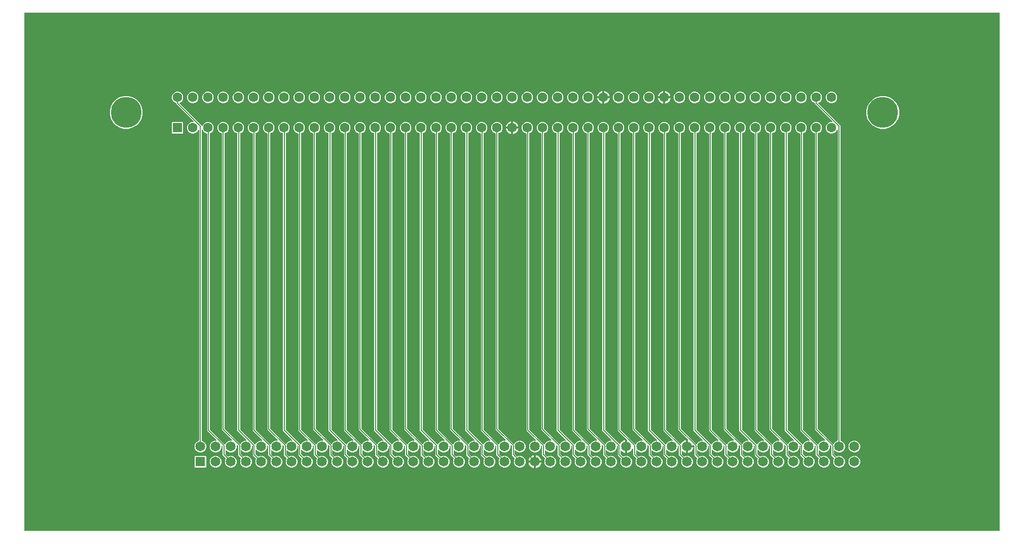
<source format=gbr>
G04 EAGLE Gerber RS-274X export*
G75*
%MOMM*%
%FSLAX34Y34*%
%LPD*%
%INBottom Copper*%
%IPPOS*%
%AMOC8*
5,1,8,0,0,1.08239X$1,22.5*%
G01*
%ADD10R,1.650000X1.650000*%
%ADD11C,1.650000*%
%ADD12R,1.605000X1.605000*%
%ADD13C,1.605000*%
%ADD14C,5.175000*%
%ADD15C,0.152400*%
%ADD16C,0.756400*%

G36*
X1639336Y10926D02*
X1639336Y10926D01*
X1639355Y10924D01*
X1639457Y10946D01*
X1639559Y10962D01*
X1639576Y10972D01*
X1639596Y10976D01*
X1639685Y11029D01*
X1639776Y11078D01*
X1639790Y11092D01*
X1639807Y11102D01*
X1639874Y11181D01*
X1639946Y11256D01*
X1639954Y11274D01*
X1639967Y11289D01*
X1640006Y11385D01*
X1640049Y11479D01*
X1640051Y11499D01*
X1640059Y11517D01*
X1640077Y11684D01*
X1640077Y877316D01*
X1640074Y877336D01*
X1640076Y877355D01*
X1640054Y877457D01*
X1640038Y877559D01*
X1640028Y877576D01*
X1640024Y877596D01*
X1639971Y877685D01*
X1639922Y877776D01*
X1639908Y877790D01*
X1639898Y877807D01*
X1639819Y877874D01*
X1639744Y877946D01*
X1639726Y877954D01*
X1639711Y877967D01*
X1639615Y878006D01*
X1639521Y878049D01*
X1639501Y878051D01*
X1639483Y878059D01*
X1639316Y878077D01*
X11684Y878077D01*
X11664Y878074D01*
X11645Y878076D01*
X11543Y878054D01*
X11441Y878038D01*
X11424Y878028D01*
X11404Y878024D01*
X11315Y877971D01*
X11224Y877922D01*
X11210Y877908D01*
X11193Y877898D01*
X11126Y877819D01*
X11054Y877744D01*
X11046Y877726D01*
X11033Y877711D01*
X10994Y877615D01*
X10951Y877521D01*
X10949Y877501D01*
X10941Y877483D01*
X10923Y877316D01*
X10923Y11684D01*
X10926Y11664D01*
X10924Y11645D01*
X10946Y11543D01*
X10962Y11441D01*
X10972Y11424D01*
X10976Y11404D01*
X11029Y11315D01*
X11078Y11224D01*
X11092Y11210D01*
X11102Y11193D01*
X11181Y11126D01*
X11256Y11054D01*
X11274Y11046D01*
X11289Y11033D01*
X11385Y10994D01*
X11479Y10951D01*
X11499Y10949D01*
X11517Y10941D01*
X11684Y10923D01*
X1639316Y10923D01*
X1639336Y10926D01*
G37*
%LPC*%
G36*
X353656Y117225D02*
X353656Y117225D01*
X350063Y118713D01*
X347313Y121463D01*
X345825Y125056D01*
X345825Y128944D01*
X347126Y132084D01*
X347152Y132197D01*
X347181Y132311D01*
X347180Y132317D01*
X347182Y132323D01*
X347171Y132440D01*
X347162Y132556D01*
X347159Y132562D01*
X347159Y132568D01*
X347111Y132676D01*
X347065Y132782D01*
X347061Y132788D01*
X347059Y132793D01*
X347046Y132807D01*
X346961Y132913D01*
X342137Y137737D01*
X342137Y152661D01*
X342123Y152751D01*
X342115Y152842D01*
X342103Y152872D01*
X342098Y152904D01*
X342055Y152985D01*
X342019Y153069D01*
X341993Y153101D01*
X341982Y153122D01*
X341959Y153144D01*
X341914Y153200D01*
X341274Y153840D01*
X341216Y153882D01*
X341164Y153931D01*
X341117Y153953D01*
X341075Y153983D01*
X341006Y154004D01*
X340941Y154035D01*
X340889Y154040D01*
X340839Y154056D01*
X340768Y154054D01*
X340697Y154062D01*
X340646Y154051D01*
X340594Y154049D01*
X340526Y154025D01*
X340456Y154010D01*
X340411Y153983D01*
X340363Y153965D01*
X340307Y153920D01*
X340245Y153883D01*
X340211Y153844D01*
X340171Y153811D01*
X340132Y153751D01*
X340085Y153696D01*
X340066Y153648D01*
X340038Y153604D01*
X340020Y153535D01*
X339993Y153468D01*
X339985Y153397D01*
X339977Y153366D01*
X339979Y153342D01*
X339975Y153302D01*
X339975Y150456D01*
X338487Y146863D01*
X335737Y144113D01*
X332144Y142625D01*
X328256Y142625D01*
X324663Y144113D01*
X321913Y146863D01*
X320425Y150456D01*
X320425Y154344D01*
X321913Y157937D01*
X324663Y160687D01*
X328256Y162175D01*
X331102Y162175D01*
X331172Y162186D01*
X331244Y162188D01*
X331293Y162206D01*
X331344Y162214D01*
X331408Y162248D01*
X331475Y162273D01*
X331516Y162305D01*
X331562Y162330D01*
X331611Y162382D01*
X331667Y162426D01*
X331695Y162470D01*
X331731Y162508D01*
X331761Y162573D01*
X331800Y162633D01*
X331813Y162684D01*
X331835Y162731D01*
X331843Y162802D01*
X331860Y162872D01*
X331856Y162924D01*
X331862Y162975D01*
X331847Y163046D01*
X331841Y163117D01*
X331821Y163165D01*
X331810Y163216D01*
X331773Y163277D01*
X331745Y163343D01*
X331700Y163399D01*
X331683Y163427D01*
X331666Y163442D01*
X331640Y163474D01*
X316229Y178885D01*
X316229Y675489D01*
X316226Y675509D01*
X316228Y675528D01*
X316206Y675630D01*
X316190Y675732D01*
X316180Y675749D01*
X316176Y675769D01*
X316123Y675858D01*
X316074Y675949D01*
X316060Y675963D01*
X316050Y675980D01*
X315971Y676047D01*
X315896Y676119D01*
X315878Y676127D01*
X315863Y676140D01*
X315767Y676179D01*
X315757Y676183D01*
X315740Y676192D01*
X315711Y676204D01*
X315673Y676222D01*
X315667Y676223D01*
X312090Y677704D01*
X309404Y680390D01*
X308551Y682449D01*
X308500Y682533D01*
X308454Y682618D01*
X308436Y682636D01*
X308422Y682659D01*
X308346Y682721D01*
X308276Y682788D01*
X308252Y682799D01*
X308232Y682815D01*
X308141Y682850D01*
X308053Y682891D01*
X308027Y682894D01*
X308003Y682904D01*
X307905Y682908D01*
X307809Y682918D01*
X307783Y682913D01*
X307757Y682914D01*
X307663Y682887D01*
X307568Y682866D01*
X307546Y682853D01*
X307521Y682845D01*
X307441Y682790D01*
X307357Y682740D01*
X307340Y682720D01*
X307319Y682705D01*
X307260Y682627D01*
X307197Y682553D01*
X307187Y682529D01*
X307172Y682508D01*
X307142Y682415D01*
X307105Y682325D01*
X307102Y682292D01*
X307096Y682274D01*
X307096Y682241D01*
X307087Y682158D01*
X307087Y162542D01*
X307106Y162426D01*
X307123Y162311D01*
X307125Y162305D01*
X307126Y162299D01*
X307181Y162196D01*
X307234Y162091D01*
X307239Y162087D01*
X307242Y162081D01*
X307326Y162002D01*
X307410Y161919D01*
X307416Y161915D01*
X307420Y161912D01*
X307437Y161904D01*
X307557Y161838D01*
X310337Y160687D01*
X313087Y157937D01*
X314575Y154344D01*
X314575Y150456D01*
X313087Y146863D01*
X310337Y144113D01*
X306744Y142625D01*
X302856Y142625D01*
X299263Y144113D01*
X296513Y146863D01*
X295025Y150456D01*
X295025Y154344D01*
X296513Y157937D01*
X299263Y160687D01*
X302043Y161838D01*
X302143Y161900D01*
X302243Y161960D01*
X302247Y161965D01*
X302252Y161968D01*
X302327Y162058D01*
X302403Y162147D01*
X302405Y162153D01*
X302409Y162157D01*
X302451Y162266D01*
X302495Y162375D01*
X302496Y162382D01*
X302497Y162387D01*
X302498Y162405D01*
X302513Y162542D01*
X302513Y682158D01*
X302498Y682254D01*
X302488Y682351D01*
X302478Y682375D01*
X302474Y682401D01*
X302428Y682487D01*
X302388Y682576D01*
X302371Y682595D01*
X302358Y682618D01*
X302288Y682685D01*
X302222Y682757D01*
X302199Y682770D01*
X302180Y682788D01*
X302092Y682829D01*
X302006Y682876D01*
X301981Y682880D01*
X301957Y682891D01*
X301860Y682902D01*
X301764Y682919D01*
X301738Y682916D01*
X301713Y682918D01*
X301617Y682898D01*
X301521Y682884D01*
X301498Y682872D01*
X301472Y682866D01*
X301389Y682816D01*
X301302Y682772D01*
X301283Y682753D01*
X301261Y682740D01*
X301198Y682666D01*
X301130Y682596D01*
X301114Y682568D01*
X301101Y682553D01*
X301089Y682522D01*
X301049Y682449D01*
X300196Y680390D01*
X297510Y677704D01*
X294000Y676250D01*
X290200Y676250D01*
X286690Y677704D01*
X284004Y680390D01*
X282550Y683900D01*
X282550Y687700D01*
X284004Y691210D01*
X286690Y693896D01*
X290200Y695350D01*
X293227Y695350D01*
X293297Y695361D01*
X293369Y695363D01*
X293418Y695381D01*
X293469Y695389D01*
X293533Y695423D01*
X293600Y695448D01*
X293641Y695480D01*
X293687Y695505D01*
X293736Y695557D01*
X293792Y695601D01*
X293820Y695645D01*
X293856Y695683D01*
X293886Y695748D01*
X293925Y695808D01*
X293938Y695859D01*
X293960Y695906D01*
X293968Y695977D01*
X293985Y696047D01*
X293981Y696099D01*
X293987Y696150D01*
X293972Y696221D01*
X293966Y696292D01*
X293946Y696340D01*
X293935Y696391D01*
X293898Y696452D01*
X293870Y696518D01*
X293825Y696574D01*
X293808Y696602D01*
X293791Y696617D01*
X293765Y696649D01*
X264413Y726001D01*
X264413Y726702D01*
X264395Y726816D01*
X264377Y726933D01*
X264375Y726939D01*
X264374Y726945D01*
X264319Y727047D01*
X264266Y727152D01*
X264261Y727157D01*
X264258Y727162D01*
X264174Y727242D01*
X264090Y727324D01*
X264084Y727328D01*
X264080Y727331D01*
X264063Y727339D01*
X263943Y727405D01*
X261290Y728504D01*
X258604Y731190D01*
X257150Y734700D01*
X257150Y738500D01*
X258604Y742010D01*
X261290Y744696D01*
X264800Y746150D01*
X268600Y746150D01*
X272110Y744696D01*
X274796Y742010D01*
X276250Y738500D01*
X276250Y734700D01*
X274796Y731190D01*
X272110Y728504D01*
X270523Y727847D01*
X270484Y727823D01*
X270441Y727807D01*
X270380Y727758D01*
X270314Y727718D01*
X270285Y727682D01*
X270249Y727653D01*
X270207Y727588D01*
X270157Y727528D01*
X270141Y727485D01*
X270116Y727447D01*
X270097Y727371D01*
X270069Y727298D01*
X270067Y727253D01*
X270056Y727208D01*
X270062Y727131D01*
X270059Y727053D01*
X270072Y727009D01*
X270075Y726963D01*
X270106Y726891D01*
X270127Y726816D01*
X270154Y726779D01*
X270172Y726737D01*
X270257Y726630D01*
X270268Y726614D01*
X270272Y726611D01*
X270276Y726606D01*
X307087Y689795D01*
X307087Y689442D01*
X307102Y689346D01*
X307112Y689249D01*
X307122Y689225D01*
X307126Y689199D01*
X307172Y689113D01*
X307212Y689024D01*
X307229Y689005D01*
X307242Y688982D01*
X307312Y688915D01*
X307378Y688843D01*
X307401Y688830D01*
X307420Y688812D01*
X307508Y688771D01*
X307594Y688724D01*
X307619Y688720D01*
X307643Y688709D01*
X307740Y688698D01*
X307836Y688681D01*
X307862Y688684D01*
X307887Y688682D01*
X307983Y688702D01*
X308079Y688716D01*
X308102Y688728D01*
X308128Y688734D01*
X308211Y688784D01*
X308298Y688828D01*
X308317Y688847D01*
X308339Y688860D01*
X308402Y688934D01*
X308470Y689004D01*
X308486Y689032D01*
X308499Y689047D01*
X308511Y689078D01*
X308551Y689151D01*
X309404Y691210D01*
X312090Y693896D01*
X315600Y695350D01*
X319400Y695350D01*
X322910Y693896D01*
X325596Y691210D01*
X327050Y687700D01*
X327050Y683900D01*
X325596Y680390D01*
X322910Y677704D01*
X321273Y677026D01*
X321173Y676965D01*
X321073Y676905D01*
X321069Y676900D01*
X321064Y676897D01*
X320989Y676807D01*
X320913Y676718D01*
X320911Y676712D01*
X320907Y676707D01*
X320865Y676599D01*
X320821Y676490D01*
X320820Y676482D01*
X320819Y676477D01*
X320818Y676459D01*
X320803Y676323D01*
X320803Y181095D01*
X320817Y181004D01*
X320825Y180914D01*
X320837Y180884D01*
X320842Y180852D01*
X320885Y180771D01*
X320921Y180687D01*
X320947Y180655D01*
X320958Y180634D01*
X320981Y180612D01*
X321026Y180556D01*
X345148Y156434D01*
X345433Y156149D01*
X345471Y156122D01*
X345502Y156088D01*
X345570Y156050D01*
X345633Y156005D01*
X345677Y155992D01*
X345717Y155969D01*
X345794Y155956D01*
X345868Y155933D01*
X345914Y155934D01*
X345959Y155926D01*
X346036Y155937D01*
X346114Y155939D01*
X346157Y155955D01*
X346203Y155961D01*
X346272Y155997D01*
X346345Y156023D01*
X346381Y156052D01*
X346422Y156073D01*
X346476Y156129D01*
X346537Y156177D01*
X346562Y156216D01*
X346594Y156249D01*
X346660Y156369D01*
X346670Y156384D01*
X346671Y156389D01*
X346675Y156396D01*
X347313Y157937D01*
X350063Y160687D01*
X353656Y162175D01*
X357010Y162175D01*
X357080Y162186D01*
X357152Y162188D01*
X357201Y162206D01*
X357252Y162214D01*
X357316Y162248D01*
X357383Y162273D01*
X357424Y162305D01*
X357470Y162330D01*
X357519Y162382D01*
X357575Y162426D01*
X357603Y162470D01*
X357639Y162508D01*
X357669Y162573D01*
X357708Y162633D01*
X357721Y162684D01*
X357743Y162731D01*
X357751Y162802D01*
X357768Y162872D01*
X357764Y162924D01*
X357770Y162975D01*
X357755Y163046D01*
X357749Y163117D01*
X357729Y163165D01*
X357718Y163216D01*
X357681Y163277D01*
X357653Y163343D01*
X357608Y163399D01*
X357591Y163427D01*
X357574Y163442D01*
X357548Y163474D01*
X340613Y180409D01*
X340613Y675902D01*
X340594Y676017D01*
X340577Y676133D01*
X340575Y676139D01*
X340574Y676145D01*
X340519Y676247D01*
X340466Y676352D01*
X340461Y676357D01*
X340458Y676362D01*
X340374Y676442D01*
X340290Y676524D01*
X340284Y676528D01*
X340280Y676532D01*
X340263Y676539D01*
X340143Y676605D01*
X337490Y677704D01*
X334804Y680390D01*
X333350Y683900D01*
X333350Y687700D01*
X334804Y691210D01*
X337490Y693896D01*
X341000Y695350D01*
X344800Y695350D01*
X348310Y693896D01*
X350996Y691210D01*
X352450Y687700D01*
X352450Y683900D01*
X350996Y680390D01*
X348310Y677704D01*
X345657Y676605D01*
X345557Y676543D01*
X345457Y676484D01*
X345453Y676479D01*
X345448Y676476D01*
X345373Y676385D01*
X345297Y676297D01*
X345295Y676291D01*
X345291Y676286D01*
X345249Y676178D01*
X345205Y676069D01*
X345204Y676061D01*
X345203Y676057D01*
X345202Y676038D01*
X345187Y675902D01*
X345187Y182619D01*
X345201Y182528D01*
X345209Y182438D01*
X345221Y182408D01*
X345226Y182376D01*
X345269Y182295D01*
X345305Y182211D01*
X345331Y182179D01*
X345342Y182158D01*
X345365Y182136D01*
X345410Y182080D01*
X370982Y156508D01*
X371019Y156481D01*
X371050Y156447D01*
X371119Y156410D01*
X371182Y156364D01*
X371226Y156351D01*
X371266Y156329D01*
X371343Y156315D01*
X371417Y156292D01*
X371463Y156293D01*
X371508Y156285D01*
X371585Y156296D01*
X371663Y156298D01*
X371706Y156314D01*
X371751Y156321D01*
X371821Y156356D01*
X371894Y156383D01*
X371930Y156411D01*
X371971Y156432D01*
X372025Y156488D01*
X372086Y156536D01*
X372111Y156575D01*
X372143Y156608D01*
X372209Y156728D01*
X372219Y156743D01*
X372220Y156748D01*
X372224Y156755D01*
X372713Y157937D01*
X375463Y160687D01*
X379056Y162175D01*
X381394Y162175D01*
X381464Y162186D01*
X381536Y162188D01*
X381585Y162206D01*
X381636Y162214D01*
X381700Y162248D01*
X381767Y162273D01*
X381808Y162305D01*
X381854Y162330D01*
X381903Y162382D01*
X381959Y162426D01*
X381987Y162470D01*
X382023Y162508D01*
X382053Y162573D01*
X382092Y162633D01*
X382105Y162684D01*
X382127Y162731D01*
X382135Y162802D01*
X382152Y162872D01*
X382148Y162924D01*
X382154Y162975D01*
X382139Y163046D01*
X382133Y163117D01*
X382113Y163165D01*
X382102Y163216D01*
X382065Y163277D01*
X382037Y163343D01*
X381992Y163399D01*
X381975Y163427D01*
X381958Y163442D01*
X381932Y163474D01*
X366521Y178885D01*
X366521Y675692D01*
X366502Y675806D01*
X366485Y675923D01*
X366483Y675928D01*
X366482Y675934D01*
X366427Y676037D01*
X366374Y676142D01*
X366369Y676146D01*
X366366Y676152D01*
X366282Y676232D01*
X366198Y676314D01*
X366192Y676318D01*
X366188Y676321D01*
X366171Y676329D01*
X366051Y676395D01*
X362890Y677704D01*
X360204Y680390D01*
X358750Y683900D01*
X358750Y687700D01*
X360204Y691210D01*
X362890Y693896D01*
X366400Y695350D01*
X370200Y695350D01*
X373710Y693896D01*
X376396Y691210D01*
X377850Y687700D01*
X377850Y683900D01*
X376396Y680390D01*
X373710Y677704D01*
X371565Y676816D01*
X371465Y676754D01*
X371365Y676694D01*
X371361Y676689D01*
X371356Y676686D01*
X371281Y676596D01*
X371205Y676507D01*
X371203Y676501D01*
X371199Y676497D01*
X371157Y676388D01*
X371113Y676279D01*
X371112Y676272D01*
X371111Y676267D01*
X371110Y676249D01*
X371095Y676112D01*
X371095Y181095D01*
X371109Y181004D01*
X371117Y180914D01*
X371129Y180884D01*
X371134Y180852D01*
X371177Y180771D01*
X371213Y180687D01*
X371239Y180655D01*
X371250Y180634D01*
X371273Y180612D01*
X371318Y180556D01*
X395440Y156434D01*
X396085Y155789D01*
X396122Y155763D01*
X396153Y155729D01*
X396221Y155691D01*
X396284Y155646D01*
X396328Y155632D01*
X396368Y155610D01*
X396445Y155596D01*
X396519Y155573D01*
X396565Y155575D01*
X396610Y155566D01*
X396687Y155578D01*
X396765Y155580D01*
X396808Y155596D01*
X396854Y155602D01*
X396923Y155638D01*
X396996Y155664D01*
X397032Y155693D01*
X397073Y155714D01*
X397128Y155769D01*
X397188Y155818D01*
X397213Y155857D01*
X397245Y155889D01*
X397311Y156009D01*
X397321Y156025D01*
X397323Y156030D01*
X397326Y156036D01*
X398113Y157937D01*
X400863Y160687D01*
X404456Y162175D01*
X407302Y162175D01*
X407372Y162186D01*
X407444Y162188D01*
X407493Y162206D01*
X407544Y162214D01*
X407608Y162248D01*
X407675Y162273D01*
X407716Y162305D01*
X407762Y162330D01*
X407811Y162382D01*
X407867Y162426D01*
X407895Y162470D01*
X407931Y162508D01*
X407961Y162573D01*
X408000Y162633D01*
X408013Y162684D01*
X408035Y162731D01*
X408043Y162802D01*
X408060Y162872D01*
X408056Y162924D01*
X408062Y162975D01*
X408047Y163046D01*
X408041Y163117D01*
X408021Y163165D01*
X408010Y163216D01*
X407973Y163277D01*
X407945Y163343D01*
X407900Y163399D01*
X407883Y163427D01*
X407866Y163442D01*
X407840Y163474D01*
X392429Y178885D01*
X392429Y675489D01*
X392426Y675509D01*
X392428Y675528D01*
X392406Y675630D01*
X392390Y675732D01*
X392380Y675749D01*
X392376Y675769D01*
X392323Y675858D01*
X392274Y675949D01*
X392260Y675963D01*
X392250Y675980D01*
X392171Y676047D01*
X392096Y676119D01*
X392078Y676127D01*
X392063Y676140D01*
X391967Y676179D01*
X391957Y676183D01*
X391940Y676192D01*
X391911Y676204D01*
X391873Y676222D01*
X391867Y676223D01*
X388290Y677704D01*
X385604Y680390D01*
X384150Y683900D01*
X384150Y687700D01*
X385604Y691210D01*
X388290Y693896D01*
X391800Y695350D01*
X395600Y695350D01*
X399110Y693896D01*
X401796Y691210D01*
X403250Y687700D01*
X403250Y683900D01*
X401796Y680390D01*
X399110Y677704D01*
X397473Y677026D01*
X397373Y676965D01*
X397273Y676905D01*
X397269Y676900D01*
X397264Y676897D01*
X397189Y676807D01*
X397113Y676718D01*
X397111Y676712D01*
X397107Y676707D01*
X397065Y676599D01*
X397021Y676490D01*
X397020Y676482D01*
X397019Y676477D01*
X397018Y676459D01*
X397003Y676323D01*
X397003Y181095D01*
X397017Y181004D01*
X397025Y180914D01*
X397037Y180884D01*
X397042Y180852D01*
X397085Y180771D01*
X397121Y180687D01*
X397147Y180655D01*
X397158Y180634D01*
X397181Y180612D01*
X397226Y180556D01*
X421348Y156434D01*
X421633Y156149D01*
X421671Y156122D01*
X421702Y156088D01*
X421770Y156050D01*
X421833Y156005D01*
X421877Y155992D01*
X421917Y155969D01*
X421994Y155956D01*
X422068Y155933D01*
X422114Y155934D01*
X422159Y155926D01*
X422236Y155937D01*
X422314Y155939D01*
X422357Y155955D01*
X422403Y155961D01*
X422472Y155997D01*
X422545Y156023D01*
X422581Y156052D01*
X422622Y156073D01*
X422676Y156129D01*
X422737Y156177D01*
X422762Y156216D01*
X422794Y156249D01*
X422860Y156369D01*
X422870Y156384D01*
X422871Y156389D01*
X422875Y156396D01*
X423513Y157937D01*
X426263Y160687D01*
X429856Y162175D01*
X433210Y162175D01*
X433280Y162186D01*
X433352Y162188D01*
X433401Y162206D01*
X433452Y162214D01*
X433516Y162248D01*
X433583Y162273D01*
X433624Y162305D01*
X433670Y162330D01*
X433719Y162382D01*
X433775Y162426D01*
X433803Y162470D01*
X433839Y162508D01*
X433869Y162573D01*
X433908Y162633D01*
X433921Y162684D01*
X433943Y162731D01*
X433951Y162802D01*
X433968Y162872D01*
X433964Y162924D01*
X433970Y162975D01*
X433955Y163046D01*
X433949Y163117D01*
X433929Y163165D01*
X433918Y163216D01*
X433881Y163277D01*
X433853Y163343D01*
X433808Y163399D01*
X433791Y163427D01*
X433774Y163442D01*
X433748Y163474D01*
X416813Y180409D01*
X416813Y675902D01*
X416794Y676017D01*
X416777Y676133D01*
X416775Y676139D01*
X416774Y676145D01*
X416719Y676247D01*
X416666Y676352D01*
X416661Y676357D01*
X416658Y676362D01*
X416574Y676442D01*
X416490Y676524D01*
X416484Y676528D01*
X416480Y676532D01*
X416463Y676539D01*
X416343Y676605D01*
X413690Y677704D01*
X411004Y680390D01*
X409550Y683900D01*
X409550Y687700D01*
X411004Y691210D01*
X413690Y693896D01*
X417200Y695350D01*
X421000Y695350D01*
X424510Y693896D01*
X427196Y691210D01*
X428650Y687700D01*
X428650Y683900D01*
X427196Y680390D01*
X424510Y677704D01*
X421857Y676605D01*
X421757Y676543D01*
X421657Y676484D01*
X421653Y676479D01*
X421648Y676476D01*
X421573Y676385D01*
X421497Y676297D01*
X421495Y676291D01*
X421491Y676286D01*
X421449Y676178D01*
X421405Y676069D01*
X421404Y676061D01*
X421403Y676057D01*
X421402Y676038D01*
X421387Y675902D01*
X421387Y182619D01*
X421401Y182528D01*
X421409Y182438D01*
X421421Y182408D01*
X421426Y182376D01*
X421469Y182295D01*
X421505Y182211D01*
X421531Y182179D01*
X421542Y182158D01*
X421565Y182136D01*
X421610Y182080D01*
X447182Y156508D01*
X447219Y156481D01*
X447250Y156447D01*
X447319Y156410D01*
X447382Y156364D01*
X447426Y156351D01*
X447466Y156329D01*
X447543Y156315D01*
X447617Y156292D01*
X447663Y156293D01*
X447708Y156285D01*
X447785Y156296D01*
X447863Y156298D01*
X447906Y156314D01*
X447951Y156321D01*
X448021Y156356D01*
X448094Y156383D01*
X448130Y156411D01*
X448171Y156432D01*
X448225Y156488D01*
X448286Y156536D01*
X448311Y156575D01*
X448343Y156608D01*
X448409Y156728D01*
X448419Y156743D01*
X448420Y156748D01*
X448424Y156755D01*
X448913Y157937D01*
X451663Y160687D01*
X455256Y162175D01*
X457594Y162175D01*
X457664Y162186D01*
X457736Y162188D01*
X457785Y162206D01*
X457836Y162214D01*
X457900Y162248D01*
X457967Y162273D01*
X458008Y162305D01*
X458054Y162330D01*
X458103Y162382D01*
X458159Y162426D01*
X458187Y162470D01*
X458223Y162508D01*
X458253Y162573D01*
X458292Y162633D01*
X458305Y162684D01*
X458327Y162731D01*
X458335Y162802D01*
X458352Y162872D01*
X458348Y162924D01*
X458354Y162975D01*
X458339Y163046D01*
X458333Y163117D01*
X458313Y163165D01*
X458302Y163216D01*
X458265Y163277D01*
X458237Y163343D01*
X458192Y163399D01*
X458175Y163427D01*
X458158Y163442D01*
X458132Y163474D01*
X442721Y178885D01*
X442721Y675692D01*
X442702Y675806D01*
X442685Y675923D01*
X442683Y675928D01*
X442682Y675934D01*
X442627Y676037D01*
X442574Y676142D01*
X442569Y676146D01*
X442566Y676152D01*
X442482Y676232D01*
X442398Y676314D01*
X442392Y676318D01*
X442388Y676321D01*
X442371Y676329D01*
X442251Y676395D01*
X439090Y677704D01*
X436404Y680390D01*
X434950Y683900D01*
X434950Y687700D01*
X436404Y691210D01*
X439090Y693896D01*
X442600Y695350D01*
X446400Y695350D01*
X449910Y693896D01*
X452596Y691210D01*
X454050Y687700D01*
X454050Y683900D01*
X452596Y680390D01*
X449910Y677704D01*
X447765Y676816D01*
X447665Y676754D01*
X447565Y676694D01*
X447561Y676689D01*
X447556Y676686D01*
X447481Y676596D01*
X447405Y676507D01*
X447403Y676501D01*
X447399Y676497D01*
X447357Y676388D01*
X447313Y676279D01*
X447312Y676272D01*
X447311Y676267D01*
X447310Y676249D01*
X447295Y676112D01*
X447295Y181095D01*
X447309Y181004D01*
X447317Y180914D01*
X447329Y180884D01*
X447334Y180852D01*
X447377Y180771D01*
X447413Y180687D01*
X447439Y180655D01*
X447450Y180634D01*
X447473Y180612D01*
X447518Y180556D01*
X472285Y155789D01*
X472322Y155763D01*
X472353Y155729D01*
X472421Y155691D01*
X472484Y155646D01*
X472528Y155632D01*
X472568Y155610D01*
X472645Y155596D01*
X472719Y155573D01*
X472765Y155575D01*
X472810Y155567D01*
X472887Y155578D01*
X472965Y155580D01*
X473008Y155596D01*
X473054Y155602D01*
X473123Y155638D01*
X473196Y155664D01*
X473232Y155693D01*
X473273Y155714D01*
X473328Y155769D01*
X473388Y155818D01*
X473413Y155857D01*
X473445Y155889D01*
X473511Y156009D01*
X473521Y156025D01*
X473523Y156030D01*
X473526Y156036D01*
X474313Y157937D01*
X477063Y160687D01*
X480656Y162175D01*
X483502Y162175D01*
X483572Y162186D01*
X483644Y162188D01*
X483693Y162206D01*
X483744Y162214D01*
X483808Y162248D01*
X483875Y162273D01*
X483916Y162305D01*
X483962Y162330D01*
X484011Y162382D01*
X484067Y162426D01*
X484095Y162470D01*
X484131Y162508D01*
X484161Y162573D01*
X484200Y162633D01*
X484213Y162684D01*
X484235Y162731D01*
X484243Y162802D01*
X484260Y162872D01*
X484256Y162924D01*
X484262Y162975D01*
X484247Y163046D01*
X484241Y163117D01*
X484221Y163165D01*
X484210Y163216D01*
X484173Y163277D01*
X484145Y163343D01*
X484100Y163399D01*
X484083Y163427D01*
X484066Y163442D01*
X484040Y163474D01*
X468629Y178885D01*
X468629Y675489D01*
X468626Y675509D01*
X468628Y675528D01*
X468606Y675630D01*
X468590Y675732D01*
X468580Y675749D01*
X468576Y675769D01*
X468523Y675858D01*
X468474Y675949D01*
X468460Y675963D01*
X468450Y675980D01*
X468371Y676047D01*
X468296Y676119D01*
X468278Y676127D01*
X468263Y676140D01*
X468167Y676179D01*
X468157Y676183D01*
X468140Y676192D01*
X468111Y676204D01*
X468073Y676222D01*
X468067Y676223D01*
X464490Y677704D01*
X461804Y680390D01*
X460350Y683900D01*
X460350Y687700D01*
X461804Y691210D01*
X464490Y693896D01*
X468000Y695350D01*
X471800Y695350D01*
X475310Y693896D01*
X477996Y691210D01*
X479450Y687700D01*
X479450Y683900D01*
X477996Y680390D01*
X475310Y677704D01*
X473673Y677026D01*
X473573Y676965D01*
X473473Y676905D01*
X473469Y676900D01*
X473464Y676897D01*
X473389Y676807D01*
X473313Y676718D01*
X473311Y676712D01*
X473307Y676707D01*
X473265Y676599D01*
X473221Y676490D01*
X473220Y676482D01*
X473219Y676477D01*
X473218Y676459D01*
X473203Y676323D01*
X473203Y181095D01*
X473217Y181004D01*
X473225Y180914D01*
X473237Y180884D01*
X473242Y180852D01*
X473285Y180771D01*
X473321Y180687D01*
X473347Y180655D01*
X473358Y180634D01*
X473381Y180612D01*
X473426Y180556D01*
X497548Y156434D01*
X497833Y156149D01*
X497871Y156122D01*
X497902Y156088D01*
X497970Y156050D01*
X498033Y156005D01*
X498077Y155992D01*
X498117Y155969D01*
X498194Y155956D01*
X498268Y155933D01*
X498314Y155934D01*
X498359Y155926D01*
X498436Y155937D01*
X498514Y155939D01*
X498557Y155955D01*
X498603Y155961D01*
X498672Y155997D01*
X498745Y156023D01*
X498781Y156052D01*
X498822Y156073D01*
X498876Y156129D01*
X498937Y156177D01*
X498962Y156216D01*
X498994Y156249D01*
X499060Y156369D01*
X499070Y156384D01*
X499071Y156389D01*
X499075Y156396D01*
X499713Y157937D01*
X502463Y160687D01*
X506056Y162175D01*
X509410Y162175D01*
X509480Y162186D01*
X509552Y162188D01*
X509601Y162206D01*
X509652Y162214D01*
X509716Y162248D01*
X509783Y162273D01*
X509824Y162305D01*
X509870Y162330D01*
X509919Y162382D01*
X509975Y162426D01*
X510003Y162470D01*
X510039Y162508D01*
X510069Y162573D01*
X510108Y162633D01*
X510121Y162684D01*
X510143Y162731D01*
X510151Y162802D01*
X510168Y162872D01*
X510164Y162924D01*
X510170Y162975D01*
X510155Y163046D01*
X510149Y163117D01*
X510129Y163165D01*
X510118Y163216D01*
X510081Y163277D01*
X510053Y163343D01*
X510008Y163399D01*
X509991Y163427D01*
X509974Y163442D01*
X509948Y163474D01*
X493013Y180409D01*
X493013Y675902D01*
X492994Y676017D01*
X492977Y676133D01*
X492975Y676139D01*
X492974Y676145D01*
X492919Y676247D01*
X492866Y676352D01*
X492861Y676357D01*
X492858Y676362D01*
X492774Y676442D01*
X492690Y676524D01*
X492684Y676528D01*
X492680Y676531D01*
X492663Y676539D01*
X492543Y676605D01*
X489890Y677704D01*
X487204Y680390D01*
X485750Y683900D01*
X485750Y687700D01*
X487204Y691210D01*
X489890Y693896D01*
X493400Y695350D01*
X497200Y695350D01*
X500710Y693896D01*
X503396Y691210D01*
X504850Y687700D01*
X504850Y683900D01*
X503396Y680390D01*
X500710Y677704D01*
X498057Y676605D01*
X497957Y676544D01*
X497857Y676484D01*
X497853Y676479D01*
X497848Y676476D01*
X497773Y676386D01*
X497697Y676297D01*
X497695Y676291D01*
X497691Y676286D01*
X497649Y676178D01*
X497605Y676069D01*
X497604Y676061D01*
X497603Y676057D01*
X497602Y676038D01*
X497587Y675902D01*
X497587Y182619D01*
X497601Y182528D01*
X497609Y182438D01*
X497621Y182408D01*
X497626Y182376D01*
X497669Y182295D01*
X497705Y182211D01*
X497731Y182179D01*
X497742Y182158D01*
X497765Y182136D01*
X497810Y182080D01*
X523382Y156508D01*
X523419Y156481D01*
X523450Y156447D01*
X523519Y156410D01*
X523582Y156364D01*
X523626Y156351D01*
X523666Y156329D01*
X523743Y156315D01*
X523817Y156292D01*
X523863Y156293D01*
X523908Y156285D01*
X523985Y156296D01*
X524063Y156298D01*
X524106Y156314D01*
X524151Y156321D01*
X524221Y156356D01*
X524294Y156383D01*
X524330Y156411D01*
X524371Y156432D01*
X524425Y156488D01*
X524486Y156536D01*
X524511Y156575D01*
X524543Y156608D01*
X524609Y156728D01*
X524619Y156743D01*
X524620Y156748D01*
X524624Y156755D01*
X525113Y157937D01*
X527863Y160687D01*
X531456Y162175D01*
X533794Y162175D01*
X533864Y162186D01*
X533936Y162188D01*
X533985Y162206D01*
X534036Y162214D01*
X534100Y162248D01*
X534167Y162273D01*
X534208Y162305D01*
X534254Y162330D01*
X534303Y162382D01*
X534359Y162426D01*
X534387Y162470D01*
X534423Y162508D01*
X534453Y162573D01*
X534492Y162633D01*
X534505Y162684D01*
X534527Y162731D01*
X534535Y162802D01*
X534552Y162872D01*
X534548Y162924D01*
X534554Y162975D01*
X534539Y163046D01*
X534533Y163117D01*
X534513Y163165D01*
X534502Y163216D01*
X534465Y163277D01*
X534437Y163343D01*
X534392Y163399D01*
X534375Y163427D01*
X534358Y163442D01*
X534332Y163474D01*
X518921Y178885D01*
X518921Y675692D01*
X518902Y675806D01*
X518885Y675923D01*
X518883Y675928D01*
X518882Y675934D01*
X518827Y676037D01*
X518774Y676142D01*
X518769Y676146D01*
X518766Y676152D01*
X518682Y676232D01*
X518598Y676314D01*
X518592Y676318D01*
X518588Y676321D01*
X518571Y676329D01*
X518451Y676395D01*
X515290Y677704D01*
X512604Y680390D01*
X511150Y683900D01*
X511150Y687700D01*
X512604Y691210D01*
X515290Y693896D01*
X518800Y695350D01*
X522600Y695350D01*
X526110Y693896D01*
X528796Y691210D01*
X530250Y687700D01*
X530250Y683900D01*
X528796Y680390D01*
X526110Y677704D01*
X523965Y676816D01*
X523865Y676754D01*
X523765Y676694D01*
X523761Y676689D01*
X523756Y676686D01*
X523681Y676596D01*
X523605Y676507D01*
X523603Y676501D01*
X523599Y676497D01*
X523557Y676388D01*
X523513Y676279D01*
X523512Y676272D01*
X523511Y676267D01*
X523510Y676249D01*
X523495Y676112D01*
X523495Y181095D01*
X523509Y181004D01*
X523517Y180914D01*
X523529Y180884D01*
X523534Y180852D01*
X523577Y180771D01*
X523613Y180687D01*
X523639Y180655D01*
X523650Y180634D01*
X523673Y180612D01*
X523718Y180556D01*
X547840Y156434D01*
X548485Y155789D01*
X548522Y155763D01*
X548553Y155729D01*
X548621Y155691D01*
X548684Y155646D01*
X548728Y155632D01*
X548768Y155610D01*
X548845Y155596D01*
X548919Y155573D01*
X548965Y155575D01*
X549010Y155566D01*
X549087Y155578D01*
X549165Y155580D01*
X549208Y155596D01*
X549254Y155602D01*
X549323Y155638D01*
X549396Y155664D01*
X549432Y155693D01*
X549473Y155714D01*
X549528Y155769D01*
X549588Y155818D01*
X549613Y155857D01*
X549645Y155889D01*
X549711Y156009D01*
X549721Y156025D01*
X549723Y156030D01*
X549726Y156036D01*
X550513Y157937D01*
X553263Y160687D01*
X556856Y162175D01*
X559702Y162175D01*
X559772Y162186D01*
X559844Y162188D01*
X559893Y162206D01*
X559944Y162214D01*
X560008Y162248D01*
X560075Y162273D01*
X560116Y162305D01*
X560162Y162330D01*
X560211Y162382D01*
X560267Y162426D01*
X560295Y162470D01*
X560331Y162508D01*
X560361Y162573D01*
X560400Y162633D01*
X560413Y162684D01*
X560435Y162731D01*
X560443Y162802D01*
X560460Y162872D01*
X560456Y162924D01*
X560462Y162975D01*
X560447Y163046D01*
X560441Y163117D01*
X560421Y163165D01*
X560410Y163216D01*
X560373Y163277D01*
X560345Y163343D01*
X560300Y163399D01*
X560283Y163427D01*
X560266Y163442D01*
X560240Y163474D01*
X544829Y178885D01*
X544829Y675489D01*
X544826Y675509D01*
X544828Y675528D01*
X544806Y675630D01*
X544790Y675732D01*
X544780Y675749D01*
X544776Y675769D01*
X544723Y675858D01*
X544674Y675949D01*
X544660Y675963D01*
X544650Y675980D01*
X544571Y676047D01*
X544496Y676119D01*
X544478Y676127D01*
X544463Y676140D01*
X544367Y676179D01*
X544357Y676183D01*
X544340Y676192D01*
X544311Y676204D01*
X544273Y676222D01*
X544267Y676223D01*
X540690Y677704D01*
X538004Y680390D01*
X536550Y683900D01*
X536550Y687700D01*
X538004Y691210D01*
X540690Y693896D01*
X544200Y695350D01*
X548000Y695350D01*
X551510Y693896D01*
X554196Y691210D01*
X555650Y687700D01*
X555650Y683900D01*
X554196Y680390D01*
X551510Y677704D01*
X549873Y677026D01*
X549773Y676965D01*
X549673Y676905D01*
X549669Y676900D01*
X549664Y676897D01*
X549589Y676807D01*
X549513Y676718D01*
X549511Y676712D01*
X549507Y676707D01*
X549465Y676599D01*
X549421Y676490D01*
X549420Y676482D01*
X549419Y676477D01*
X549418Y676459D01*
X549403Y676323D01*
X549403Y181095D01*
X549417Y181004D01*
X549425Y180914D01*
X549437Y180884D01*
X549442Y180852D01*
X549485Y180771D01*
X549521Y180687D01*
X549547Y180655D01*
X549558Y180634D01*
X549581Y180612D01*
X549626Y180556D01*
X573748Y156434D01*
X574033Y156149D01*
X574071Y156122D01*
X574102Y156088D01*
X574170Y156050D01*
X574233Y156005D01*
X574277Y155992D01*
X574317Y155969D01*
X574394Y155956D01*
X574468Y155933D01*
X574514Y155934D01*
X574559Y155926D01*
X574636Y155937D01*
X574714Y155939D01*
X574757Y155955D01*
X574803Y155961D01*
X574872Y155997D01*
X574945Y156023D01*
X574981Y156052D01*
X575022Y156073D01*
X575076Y156129D01*
X575137Y156177D01*
X575162Y156216D01*
X575194Y156249D01*
X575260Y156369D01*
X575270Y156384D01*
X575271Y156389D01*
X575275Y156396D01*
X575913Y157937D01*
X578663Y160687D01*
X582256Y162175D01*
X585610Y162175D01*
X585680Y162186D01*
X585752Y162188D01*
X585801Y162206D01*
X585852Y162214D01*
X585916Y162248D01*
X585983Y162273D01*
X586024Y162305D01*
X586070Y162330D01*
X586119Y162382D01*
X586175Y162426D01*
X586203Y162470D01*
X586239Y162508D01*
X586269Y162573D01*
X586308Y162633D01*
X586321Y162684D01*
X586343Y162731D01*
X586351Y162802D01*
X586368Y162872D01*
X586364Y162924D01*
X586370Y162975D01*
X586355Y163046D01*
X586349Y163117D01*
X586329Y163165D01*
X586318Y163216D01*
X586281Y163277D01*
X586253Y163343D01*
X586208Y163399D01*
X586191Y163427D01*
X586174Y163442D01*
X586148Y163474D01*
X569213Y180409D01*
X569213Y675902D01*
X569194Y676017D01*
X569177Y676133D01*
X569175Y676139D01*
X569174Y676145D01*
X569119Y676247D01*
X569066Y676352D01*
X569061Y676357D01*
X569058Y676362D01*
X568974Y676442D01*
X568890Y676524D01*
X568884Y676528D01*
X568880Y676531D01*
X568863Y676539D01*
X568743Y676605D01*
X566090Y677704D01*
X563404Y680390D01*
X561950Y683900D01*
X561950Y687700D01*
X563404Y691210D01*
X566090Y693896D01*
X569600Y695350D01*
X573400Y695350D01*
X576910Y693896D01*
X579596Y691210D01*
X581050Y687700D01*
X581050Y683900D01*
X579596Y680390D01*
X576910Y677704D01*
X574257Y676605D01*
X574157Y676544D01*
X574057Y676484D01*
X574053Y676479D01*
X574048Y676476D01*
X573973Y676386D01*
X573897Y676297D01*
X573895Y676291D01*
X573891Y676286D01*
X573849Y676178D01*
X573805Y676069D01*
X573804Y676061D01*
X573803Y676057D01*
X573802Y676038D01*
X573787Y675902D01*
X573787Y182619D01*
X573801Y182528D01*
X573809Y182438D01*
X573821Y182408D01*
X573826Y182376D01*
X573869Y182295D01*
X573905Y182211D01*
X573931Y182179D01*
X573942Y182158D01*
X573965Y182136D01*
X574010Y182080D01*
X599582Y156508D01*
X599619Y156481D01*
X599650Y156447D01*
X599719Y156410D01*
X599782Y156364D01*
X599826Y156351D01*
X599866Y156329D01*
X599943Y156315D01*
X600017Y156292D01*
X600063Y156293D01*
X600108Y156285D01*
X600185Y156296D01*
X600263Y156298D01*
X600306Y156314D01*
X600351Y156321D01*
X600421Y156356D01*
X600494Y156383D01*
X600530Y156411D01*
X600571Y156432D01*
X600625Y156488D01*
X600686Y156536D01*
X600711Y156575D01*
X600743Y156608D01*
X600809Y156728D01*
X600819Y156743D01*
X600820Y156748D01*
X600824Y156755D01*
X601313Y157937D01*
X604063Y160687D01*
X607656Y162175D01*
X609994Y162175D01*
X610064Y162186D01*
X610136Y162188D01*
X610185Y162206D01*
X610236Y162214D01*
X610300Y162248D01*
X610367Y162273D01*
X610408Y162305D01*
X610454Y162330D01*
X610503Y162382D01*
X610559Y162426D01*
X610587Y162470D01*
X610623Y162508D01*
X610653Y162573D01*
X610692Y162633D01*
X610705Y162684D01*
X610727Y162731D01*
X610735Y162802D01*
X610752Y162872D01*
X610748Y162924D01*
X610754Y162975D01*
X610739Y163046D01*
X610733Y163117D01*
X610713Y163165D01*
X610702Y163216D01*
X610665Y163277D01*
X610637Y163343D01*
X610592Y163399D01*
X610575Y163427D01*
X610558Y163442D01*
X610532Y163474D01*
X595121Y178885D01*
X595121Y675692D01*
X595102Y675806D01*
X595085Y675923D01*
X595083Y675928D01*
X595082Y675934D01*
X595027Y676037D01*
X594974Y676142D01*
X594969Y676146D01*
X594966Y676152D01*
X594882Y676232D01*
X594798Y676314D01*
X594792Y676318D01*
X594788Y676321D01*
X594771Y676329D01*
X594651Y676395D01*
X591490Y677704D01*
X588804Y680390D01*
X587350Y683900D01*
X587350Y687700D01*
X588804Y691210D01*
X591490Y693896D01*
X595000Y695350D01*
X598800Y695350D01*
X602310Y693896D01*
X604996Y691210D01*
X606450Y687700D01*
X606450Y683900D01*
X604996Y680390D01*
X602310Y677704D01*
X600165Y676816D01*
X600065Y676754D01*
X599965Y676694D01*
X599961Y676689D01*
X599956Y676686D01*
X599881Y676596D01*
X599805Y676507D01*
X599803Y676501D01*
X599799Y676497D01*
X599757Y676388D01*
X599713Y676279D01*
X599712Y676272D01*
X599711Y676267D01*
X599710Y676249D01*
X599695Y676112D01*
X599695Y181095D01*
X599709Y181004D01*
X599717Y180914D01*
X599729Y180884D01*
X599734Y180852D01*
X599777Y180771D01*
X599813Y180687D01*
X599839Y180655D01*
X599850Y180634D01*
X599873Y180612D01*
X599918Y180556D01*
X624685Y155789D01*
X624722Y155763D01*
X624753Y155729D01*
X624821Y155691D01*
X624884Y155646D01*
X624928Y155632D01*
X624968Y155610D01*
X625045Y155596D01*
X625119Y155573D01*
X625165Y155575D01*
X625210Y155567D01*
X625287Y155578D01*
X625365Y155580D01*
X625408Y155596D01*
X625454Y155602D01*
X625523Y155638D01*
X625596Y155664D01*
X625632Y155693D01*
X625673Y155714D01*
X625728Y155769D01*
X625788Y155818D01*
X625813Y155857D01*
X625845Y155889D01*
X625911Y156009D01*
X625921Y156025D01*
X625923Y156030D01*
X625926Y156036D01*
X626713Y157937D01*
X629463Y160687D01*
X633056Y162175D01*
X635902Y162175D01*
X635972Y162186D01*
X636044Y162188D01*
X636093Y162206D01*
X636144Y162214D01*
X636208Y162248D01*
X636275Y162273D01*
X636316Y162305D01*
X636362Y162330D01*
X636411Y162382D01*
X636467Y162426D01*
X636495Y162470D01*
X636531Y162508D01*
X636561Y162573D01*
X636600Y162633D01*
X636613Y162684D01*
X636635Y162731D01*
X636643Y162802D01*
X636660Y162872D01*
X636656Y162924D01*
X636662Y162975D01*
X636647Y163046D01*
X636641Y163117D01*
X636621Y163165D01*
X636610Y163216D01*
X636573Y163277D01*
X636545Y163343D01*
X636500Y163399D01*
X636483Y163427D01*
X636466Y163442D01*
X636440Y163474D01*
X621029Y178885D01*
X621029Y675489D01*
X621026Y675509D01*
X621028Y675528D01*
X621006Y675630D01*
X620990Y675732D01*
X620980Y675749D01*
X620976Y675769D01*
X620923Y675858D01*
X620874Y675949D01*
X620860Y675963D01*
X620850Y675980D01*
X620771Y676047D01*
X620696Y676119D01*
X620678Y676127D01*
X620663Y676140D01*
X620567Y676179D01*
X620557Y676183D01*
X620540Y676192D01*
X620511Y676204D01*
X620473Y676222D01*
X620467Y676223D01*
X616890Y677704D01*
X614204Y680390D01*
X612750Y683900D01*
X612750Y687700D01*
X614204Y691210D01*
X616890Y693896D01*
X620400Y695350D01*
X624200Y695350D01*
X627710Y693896D01*
X630396Y691210D01*
X631850Y687700D01*
X631850Y683900D01*
X630396Y680390D01*
X627710Y677704D01*
X626073Y677026D01*
X625973Y676965D01*
X625873Y676905D01*
X625869Y676900D01*
X625864Y676897D01*
X625789Y676807D01*
X625713Y676718D01*
X625711Y676712D01*
X625707Y676707D01*
X625665Y676599D01*
X625621Y676490D01*
X625620Y676482D01*
X625619Y676477D01*
X625618Y676459D01*
X625603Y676323D01*
X625603Y181095D01*
X625617Y181004D01*
X625625Y180914D01*
X625637Y180884D01*
X625642Y180852D01*
X625685Y180771D01*
X625721Y180687D01*
X625747Y180655D01*
X625758Y180634D01*
X625781Y180612D01*
X625826Y180556D01*
X649948Y156434D01*
X650233Y156149D01*
X650271Y156122D01*
X650302Y156088D01*
X650370Y156050D01*
X650433Y156005D01*
X650477Y155992D01*
X650517Y155969D01*
X650594Y155956D01*
X650668Y155933D01*
X650714Y155934D01*
X650759Y155926D01*
X650836Y155937D01*
X650914Y155939D01*
X650957Y155955D01*
X651003Y155961D01*
X651072Y155997D01*
X651145Y156023D01*
X651181Y156052D01*
X651222Y156073D01*
X651276Y156129D01*
X651337Y156177D01*
X651362Y156216D01*
X651394Y156249D01*
X651460Y156369D01*
X651470Y156384D01*
X651471Y156389D01*
X651475Y156396D01*
X652113Y157937D01*
X654863Y160687D01*
X658456Y162175D01*
X661810Y162175D01*
X661880Y162186D01*
X661952Y162188D01*
X662001Y162206D01*
X662052Y162214D01*
X662116Y162248D01*
X662183Y162273D01*
X662224Y162305D01*
X662270Y162330D01*
X662319Y162382D01*
X662375Y162426D01*
X662403Y162470D01*
X662439Y162508D01*
X662469Y162573D01*
X662508Y162633D01*
X662521Y162684D01*
X662543Y162731D01*
X662551Y162802D01*
X662568Y162872D01*
X662564Y162924D01*
X662570Y162975D01*
X662555Y163046D01*
X662549Y163117D01*
X662529Y163165D01*
X662518Y163216D01*
X662481Y163277D01*
X662453Y163343D01*
X662408Y163399D01*
X662391Y163427D01*
X662374Y163442D01*
X662348Y163474D01*
X645413Y180409D01*
X645413Y675902D01*
X645394Y676017D01*
X645377Y676133D01*
X645375Y676139D01*
X645374Y676145D01*
X645319Y676247D01*
X645266Y676352D01*
X645261Y676357D01*
X645258Y676362D01*
X645174Y676442D01*
X645090Y676524D01*
X645084Y676528D01*
X645080Y676531D01*
X645063Y676539D01*
X644943Y676605D01*
X642290Y677704D01*
X639604Y680390D01*
X638150Y683900D01*
X638150Y687700D01*
X639604Y691210D01*
X642290Y693896D01*
X645800Y695350D01*
X649600Y695350D01*
X653110Y693896D01*
X655796Y691210D01*
X657250Y687700D01*
X657250Y683900D01*
X655796Y680390D01*
X653110Y677704D01*
X650457Y676605D01*
X650357Y676544D01*
X650257Y676484D01*
X650253Y676479D01*
X650248Y676476D01*
X650173Y676386D01*
X650097Y676297D01*
X650095Y676291D01*
X650091Y676286D01*
X650049Y676178D01*
X650005Y676069D01*
X650004Y676061D01*
X650003Y676057D01*
X650002Y676038D01*
X649987Y675902D01*
X649987Y182619D01*
X650001Y182528D01*
X650009Y182438D01*
X650021Y182408D01*
X650026Y182376D01*
X650069Y182295D01*
X650105Y182211D01*
X650131Y182179D01*
X650142Y182158D01*
X650165Y182136D01*
X650210Y182080D01*
X675782Y156508D01*
X675819Y156481D01*
X675850Y156447D01*
X675919Y156410D01*
X675982Y156364D01*
X676026Y156351D01*
X676066Y156329D01*
X676143Y156315D01*
X676217Y156292D01*
X676263Y156293D01*
X676308Y156285D01*
X676385Y156296D01*
X676463Y156298D01*
X676506Y156314D01*
X676551Y156321D01*
X676621Y156356D01*
X676694Y156383D01*
X676730Y156411D01*
X676771Y156432D01*
X676825Y156488D01*
X676886Y156536D01*
X676911Y156575D01*
X676943Y156608D01*
X677009Y156728D01*
X677019Y156743D01*
X677020Y156748D01*
X677024Y156755D01*
X677513Y157937D01*
X680263Y160687D01*
X683856Y162175D01*
X686194Y162175D01*
X686264Y162186D01*
X686336Y162188D01*
X686385Y162206D01*
X686436Y162214D01*
X686500Y162248D01*
X686567Y162273D01*
X686608Y162305D01*
X686654Y162330D01*
X686703Y162382D01*
X686759Y162426D01*
X686787Y162470D01*
X686823Y162508D01*
X686853Y162573D01*
X686892Y162633D01*
X686905Y162684D01*
X686927Y162731D01*
X686935Y162802D01*
X686952Y162872D01*
X686948Y162924D01*
X686954Y162975D01*
X686939Y163046D01*
X686933Y163117D01*
X686913Y163165D01*
X686902Y163216D01*
X686865Y163277D01*
X686837Y163343D01*
X686792Y163399D01*
X686775Y163427D01*
X686758Y163442D01*
X686732Y163474D01*
X671321Y178885D01*
X671321Y675692D01*
X671302Y675806D01*
X671285Y675923D01*
X671283Y675928D01*
X671282Y675934D01*
X671227Y676037D01*
X671174Y676142D01*
X671169Y676146D01*
X671166Y676152D01*
X671082Y676232D01*
X670998Y676314D01*
X670992Y676318D01*
X670988Y676321D01*
X670971Y676329D01*
X670851Y676395D01*
X667690Y677704D01*
X665004Y680390D01*
X663550Y683900D01*
X663550Y687700D01*
X665004Y691210D01*
X667690Y693896D01*
X671200Y695350D01*
X675000Y695350D01*
X678510Y693896D01*
X681196Y691210D01*
X682650Y687700D01*
X682650Y683900D01*
X681196Y680390D01*
X678510Y677704D01*
X676365Y676816D01*
X676265Y676754D01*
X676165Y676694D01*
X676161Y676689D01*
X676156Y676686D01*
X676081Y676596D01*
X676005Y676507D01*
X676003Y676501D01*
X675999Y676497D01*
X675957Y676388D01*
X675913Y676279D01*
X675912Y676272D01*
X675911Y676267D01*
X675910Y676249D01*
X675895Y676112D01*
X675895Y181095D01*
X675909Y181004D01*
X675917Y180914D01*
X675929Y180884D01*
X675934Y180852D01*
X675977Y180771D01*
X676013Y180687D01*
X676039Y180655D01*
X676050Y180634D01*
X676073Y180612D01*
X676118Y180556D01*
X700240Y156434D01*
X700885Y155789D01*
X700922Y155763D01*
X700953Y155729D01*
X701021Y155691D01*
X701084Y155646D01*
X701128Y155632D01*
X701168Y155610D01*
X701245Y155596D01*
X701319Y155573D01*
X701365Y155575D01*
X701410Y155566D01*
X701487Y155578D01*
X701565Y155580D01*
X701608Y155596D01*
X701654Y155602D01*
X701723Y155638D01*
X701796Y155664D01*
X701832Y155693D01*
X701873Y155714D01*
X701928Y155769D01*
X701988Y155818D01*
X702013Y155857D01*
X702045Y155889D01*
X702111Y156009D01*
X702121Y156025D01*
X702123Y156030D01*
X702126Y156036D01*
X702913Y157937D01*
X705663Y160687D01*
X709256Y162175D01*
X712102Y162175D01*
X712172Y162186D01*
X712244Y162188D01*
X712293Y162206D01*
X712344Y162214D01*
X712408Y162248D01*
X712475Y162273D01*
X712516Y162305D01*
X712562Y162330D01*
X712611Y162382D01*
X712667Y162426D01*
X712695Y162470D01*
X712731Y162508D01*
X712761Y162573D01*
X712800Y162633D01*
X712813Y162684D01*
X712835Y162731D01*
X712843Y162802D01*
X712860Y162872D01*
X712856Y162924D01*
X712862Y162975D01*
X712847Y163046D01*
X712841Y163117D01*
X712821Y163165D01*
X712810Y163216D01*
X712773Y163277D01*
X712745Y163343D01*
X712700Y163399D01*
X712683Y163427D01*
X712666Y163442D01*
X712640Y163474D01*
X697229Y178885D01*
X697229Y675489D01*
X697226Y675509D01*
X697228Y675528D01*
X697206Y675630D01*
X697190Y675732D01*
X697180Y675749D01*
X697176Y675769D01*
X697123Y675858D01*
X697074Y675949D01*
X697060Y675963D01*
X697050Y675980D01*
X696971Y676047D01*
X696896Y676119D01*
X696878Y676127D01*
X696863Y676140D01*
X696767Y676179D01*
X696757Y676183D01*
X696740Y676192D01*
X696711Y676204D01*
X696673Y676222D01*
X696667Y676223D01*
X693090Y677704D01*
X690404Y680390D01*
X688950Y683900D01*
X688950Y687700D01*
X690404Y691210D01*
X693090Y693896D01*
X696600Y695350D01*
X700400Y695350D01*
X703910Y693896D01*
X706596Y691210D01*
X708050Y687700D01*
X708050Y683900D01*
X706596Y680390D01*
X703910Y677704D01*
X702273Y677026D01*
X702173Y676965D01*
X702073Y676905D01*
X702069Y676900D01*
X702064Y676897D01*
X701989Y676807D01*
X701913Y676718D01*
X701911Y676712D01*
X701907Y676707D01*
X701865Y676599D01*
X701821Y676490D01*
X701820Y676482D01*
X701819Y676477D01*
X701818Y676459D01*
X701803Y676323D01*
X701803Y181095D01*
X701817Y181004D01*
X701825Y180914D01*
X701837Y180884D01*
X701842Y180852D01*
X701885Y180771D01*
X701921Y180687D01*
X701947Y180655D01*
X701958Y180634D01*
X701981Y180612D01*
X702026Y180556D01*
X726148Y156434D01*
X726433Y156149D01*
X726471Y156122D01*
X726502Y156088D01*
X726570Y156050D01*
X726633Y156005D01*
X726677Y155992D01*
X726717Y155969D01*
X726794Y155956D01*
X726868Y155933D01*
X726914Y155934D01*
X726959Y155926D01*
X727036Y155937D01*
X727114Y155939D01*
X727157Y155955D01*
X727203Y155961D01*
X727272Y155997D01*
X727345Y156023D01*
X727381Y156052D01*
X727422Y156073D01*
X727476Y156129D01*
X727537Y156177D01*
X727562Y156216D01*
X727594Y156249D01*
X727660Y156369D01*
X727670Y156384D01*
X727671Y156389D01*
X727675Y156396D01*
X728313Y157937D01*
X731063Y160687D01*
X734656Y162175D01*
X738010Y162175D01*
X738080Y162186D01*
X738152Y162188D01*
X738201Y162206D01*
X738252Y162214D01*
X738316Y162248D01*
X738383Y162273D01*
X738424Y162305D01*
X738470Y162330D01*
X738519Y162382D01*
X738575Y162426D01*
X738603Y162470D01*
X738639Y162508D01*
X738669Y162573D01*
X738708Y162633D01*
X738721Y162684D01*
X738743Y162731D01*
X738751Y162802D01*
X738768Y162872D01*
X738764Y162924D01*
X738770Y162975D01*
X738755Y163046D01*
X738749Y163117D01*
X738729Y163165D01*
X738718Y163216D01*
X738681Y163277D01*
X738653Y163343D01*
X738608Y163399D01*
X738591Y163427D01*
X738574Y163442D01*
X738548Y163474D01*
X721613Y180409D01*
X721613Y675902D01*
X721594Y676017D01*
X721577Y676133D01*
X721575Y676139D01*
X721574Y676145D01*
X721519Y676247D01*
X721466Y676352D01*
X721461Y676357D01*
X721458Y676362D01*
X721374Y676442D01*
X721290Y676524D01*
X721284Y676528D01*
X721280Y676531D01*
X721263Y676539D01*
X721143Y676605D01*
X718490Y677704D01*
X715804Y680390D01*
X714350Y683900D01*
X714350Y687700D01*
X715804Y691210D01*
X718490Y693896D01*
X722000Y695350D01*
X725800Y695350D01*
X729310Y693896D01*
X731996Y691210D01*
X733450Y687700D01*
X733450Y683900D01*
X731996Y680390D01*
X729310Y677704D01*
X726657Y676605D01*
X726557Y676544D01*
X726457Y676484D01*
X726453Y676479D01*
X726448Y676476D01*
X726373Y676386D01*
X726297Y676297D01*
X726295Y676291D01*
X726291Y676286D01*
X726249Y676178D01*
X726205Y676069D01*
X726204Y676061D01*
X726203Y676057D01*
X726202Y676038D01*
X726187Y675902D01*
X726187Y182619D01*
X726201Y182528D01*
X726209Y182438D01*
X726221Y182408D01*
X726226Y182376D01*
X726269Y182295D01*
X726305Y182211D01*
X726331Y182179D01*
X726342Y182158D01*
X726365Y182136D01*
X726410Y182080D01*
X751982Y156508D01*
X752019Y156481D01*
X752050Y156447D01*
X752119Y156410D01*
X752182Y156364D01*
X752226Y156351D01*
X752266Y156329D01*
X752343Y156315D01*
X752417Y156292D01*
X752463Y156293D01*
X752508Y156285D01*
X752585Y156296D01*
X752663Y156298D01*
X752706Y156314D01*
X752751Y156321D01*
X752821Y156356D01*
X752894Y156383D01*
X752930Y156411D01*
X752971Y156432D01*
X753025Y156488D01*
X753086Y156536D01*
X753111Y156575D01*
X753143Y156608D01*
X753209Y156728D01*
X753219Y156743D01*
X753220Y156748D01*
X753224Y156755D01*
X753713Y157937D01*
X756463Y160687D01*
X760056Y162175D01*
X762394Y162175D01*
X762464Y162186D01*
X762536Y162188D01*
X762585Y162206D01*
X762636Y162214D01*
X762700Y162248D01*
X762767Y162273D01*
X762808Y162305D01*
X762854Y162330D01*
X762903Y162381D01*
X762959Y162426D01*
X762987Y162470D01*
X763023Y162508D01*
X763053Y162573D01*
X763092Y162633D01*
X763105Y162684D01*
X763127Y162731D01*
X763135Y162802D01*
X763152Y162872D01*
X763148Y162924D01*
X763154Y162975D01*
X763139Y163046D01*
X763133Y163117D01*
X763113Y163165D01*
X763102Y163216D01*
X763065Y163277D01*
X763037Y163343D01*
X762992Y163399D01*
X762975Y163427D01*
X762958Y163442D01*
X762932Y163474D01*
X749084Y177322D01*
X747521Y178885D01*
X747521Y675692D01*
X747502Y675806D01*
X747485Y675923D01*
X747483Y675928D01*
X747482Y675934D01*
X747427Y676037D01*
X747374Y676142D01*
X747369Y676146D01*
X747366Y676152D01*
X747282Y676232D01*
X747198Y676314D01*
X747192Y676318D01*
X747188Y676321D01*
X747171Y676329D01*
X747051Y676395D01*
X743890Y677704D01*
X741204Y680390D01*
X739750Y683900D01*
X739750Y687700D01*
X741204Y691210D01*
X743890Y693896D01*
X747400Y695350D01*
X751200Y695350D01*
X754710Y693896D01*
X757396Y691210D01*
X758850Y687700D01*
X758850Y683900D01*
X757396Y680390D01*
X754710Y677704D01*
X752565Y676816D01*
X752465Y676754D01*
X752365Y676694D01*
X752361Y676689D01*
X752356Y676686D01*
X752281Y676596D01*
X752205Y676507D01*
X752203Y676501D01*
X752199Y676497D01*
X752157Y676388D01*
X752113Y676279D01*
X752112Y676272D01*
X752111Y676267D01*
X752110Y676249D01*
X752095Y676112D01*
X752095Y181094D01*
X752109Y181004D01*
X752117Y180913D01*
X752129Y180884D01*
X752134Y180852D01*
X752177Y180771D01*
X752213Y180687D01*
X752239Y180655D01*
X752250Y180634D01*
X752273Y180612D01*
X752318Y180556D01*
X776440Y156434D01*
X777085Y155789D01*
X777122Y155763D01*
X777153Y155729D01*
X777221Y155691D01*
X777284Y155646D01*
X777328Y155632D01*
X777368Y155610D01*
X777445Y155596D01*
X777519Y155573D01*
X777565Y155575D01*
X777610Y155566D01*
X777687Y155578D01*
X777765Y155580D01*
X777808Y155596D01*
X777854Y155602D01*
X777923Y155638D01*
X777996Y155664D01*
X778032Y155693D01*
X778073Y155714D01*
X778128Y155769D01*
X778188Y155818D01*
X778213Y155857D01*
X778245Y155889D01*
X778311Y156009D01*
X778321Y156025D01*
X778323Y156030D01*
X778326Y156036D01*
X779113Y157937D01*
X781863Y160687D01*
X785456Y162175D01*
X788302Y162175D01*
X788372Y162186D01*
X788444Y162188D01*
X788493Y162206D01*
X788544Y162214D01*
X788608Y162248D01*
X788675Y162273D01*
X788716Y162305D01*
X788762Y162330D01*
X788811Y162382D01*
X788867Y162426D01*
X788895Y162470D01*
X788931Y162508D01*
X788961Y162573D01*
X789000Y162633D01*
X789013Y162684D01*
X789035Y162731D01*
X789043Y162802D01*
X789060Y162872D01*
X789056Y162924D01*
X789062Y162975D01*
X789047Y163046D01*
X789041Y163117D01*
X789021Y163165D01*
X789010Y163216D01*
X788973Y163277D01*
X788945Y163343D01*
X788900Y163399D01*
X788883Y163427D01*
X788866Y163442D01*
X788840Y163474D01*
X773429Y178885D01*
X773429Y675489D01*
X773426Y675509D01*
X773428Y675528D01*
X773406Y675630D01*
X773390Y675732D01*
X773380Y675749D01*
X773376Y675769D01*
X773323Y675858D01*
X773274Y675949D01*
X773260Y675963D01*
X773250Y675980D01*
X773171Y676047D01*
X773096Y676119D01*
X773078Y676127D01*
X773063Y676140D01*
X772967Y676179D01*
X772957Y676183D01*
X772940Y676192D01*
X772911Y676204D01*
X772873Y676222D01*
X772867Y676223D01*
X769290Y677704D01*
X766604Y680390D01*
X765150Y683900D01*
X765150Y687700D01*
X766604Y691210D01*
X769290Y693896D01*
X772800Y695350D01*
X776600Y695350D01*
X780110Y693896D01*
X782796Y691210D01*
X784250Y687700D01*
X784250Y683900D01*
X782796Y680390D01*
X780110Y677704D01*
X778473Y677026D01*
X778373Y676965D01*
X778273Y676905D01*
X778269Y676900D01*
X778264Y676897D01*
X778189Y676807D01*
X778113Y676718D01*
X778111Y676712D01*
X778107Y676707D01*
X778065Y676599D01*
X778021Y676490D01*
X778020Y676482D01*
X778019Y676477D01*
X778018Y676459D01*
X778003Y676323D01*
X778003Y181095D01*
X778017Y181004D01*
X778025Y180914D01*
X778037Y180884D01*
X778042Y180852D01*
X778085Y180771D01*
X778121Y180687D01*
X778147Y180655D01*
X778158Y180634D01*
X778181Y180612D01*
X778226Y180556D01*
X802348Y156434D01*
X802633Y156149D01*
X802671Y156122D01*
X802702Y156088D01*
X802770Y156050D01*
X802833Y156005D01*
X802877Y155992D01*
X802917Y155969D01*
X802994Y155956D01*
X803068Y155933D01*
X803114Y155934D01*
X803159Y155926D01*
X803236Y155937D01*
X803314Y155939D01*
X803357Y155955D01*
X803403Y155961D01*
X803472Y155997D01*
X803545Y156023D01*
X803581Y156052D01*
X803622Y156073D01*
X803676Y156129D01*
X803737Y156177D01*
X803762Y156216D01*
X803794Y156249D01*
X803860Y156369D01*
X803870Y156384D01*
X803871Y156389D01*
X803875Y156396D01*
X804513Y157937D01*
X807263Y160687D01*
X810856Y162175D01*
X814210Y162175D01*
X814280Y162186D01*
X814352Y162188D01*
X814401Y162206D01*
X814452Y162214D01*
X814516Y162248D01*
X814583Y162273D01*
X814624Y162305D01*
X814670Y162330D01*
X814719Y162382D01*
X814775Y162426D01*
X814803Y162470D01*
X814839Y162508D01*
X814869Y162573D01*
X814908Y162633D01*
X814921Y162684D01*
X814943Y162731D01*
X814951Y162802D01*
X814968Y162872D01*
X814964Y162924D01*
X814970Y162975D01*
X814955Y163046D01*
X814949Y163117D01*
X814929Y163165D01*
X814918Y163216D01*
X814881Y163277D01*
X814853Y163343D01*
X814808Y163399D01*
X814791Y163427D01*
X814774Y163442D01*
X814748Y163474D01*
X797813Y180409D01*
X797813Y675902D01*
X797794Y676017D01*
X797777Y676133D01*
X797775Y676139D01*
X797774Y676145D01*
X797719Y676247D01*
X797666Y676352D01*
X797661Y676357D01*
X797658Y676362D01*
X797574Y676442D01*
X797490Y676524D01*
X797484Y676528D01*
X797480Y676532D01*
X797463Y676539D01*
X797343Y676605D01*
X794690Y677704D01*
X792004Y680390D01*
X790550Y683900D01*
X790550Y687700D01*
X792004Y691210D01*
X794690Y693896D01*
X798200Y695350D01*
X802000Y695350D01*
X805510Y693896D01*
X808196Y691210D01*
X809650Y687700D01*
X809650Y683900D01*
X808196Y680390D01*
X805510Y677704D01*
X802857Y676605D01*
X802757Y676543D01*
X802657Y676484D01*
X802653Y676479D01*
X802648Y676476D01*
X802573Y676385D01*
X802497Y676297D01*
X802495Y676291D01*
X802491Y676286D01*
X802449Y676178D01*
X802405Y676069D01*
X802404Y676061D01*
X802403Y676057D01*
X802402Y676038D01*
X802387Y675902D01*
X802387Y182619D01*
X802401Y182528D01*
X802409Y182438D01*
X802421Y182408D01*
X802426Y182376D01*
X802469Y182295D01*
X802505Y182211D01*
X802531Y182179D01*
X802542Y182158D01*
X802565Y182136D01*
X802610Y182080D01*
X828182Y156508D01*
X828219Y156481D01*
X828250Y156447D01*
X828319Y156410D01*
X828382Y156364D01*
X828426Y156351D01*
X828466Y156329D01*
X828543Y156315D01*
X828617Y156292D01*
X828663Y156293D01*
X828708Y156285D01*
X828785Y156296D01*
X828863Y156298D01*
X828906Y156314D01*
X828951Y156321D01*
X829021Y156356D01*
X829094Y156383D01*
X829130Y156411D01*
X829171Y156432D01*
X829225Y156488D01*
X829286Y156536D01*
X829311Y156575D01*
X829343Y156608D01*
X829409Y156728D01*
X829419Y156743D01*
X829420Y156748D01*
X829424Y156755D01*
X829913Y157937D01*
X832663Y160687D01*
X836256Y162175D01*
X840144Y162175D01*
X843737Y160687D01*
X846487Y157937D01*
X847975Y154344D01*
X847975Y150456D01*
X846487Y146863D01*
X843737Y144113D01*
X840144Y142625D01*
X836256Y142625D01*
X832663Y144113D01*
X831118Y145658D01*
X831060Y145700D01*
X831008Y145749D01*
X830961Y145771D01*
X830919Y145802D01*
X830850Y145823D01*
X830785Y145853D01*
X830733Y145859D01*
X830683Y145874D01*
X830612Y145872D01*
X830541Y145880D01*
X830490Y145869D01*
X830438Y145868D01*
X830370Y145843D01*
X830300Y145828D01*
X830255Y145801D01*
X830207Y145783D01*
X830151Y145738D01*
X830089Y145702D01*
X830055Y145662D01*
X830015Y145630D01*
X829976Y145569D01*
X829929Y145515D01*
X829910Y145466D01*
X829882Y145423D01*
X829864Y145353D01*
X829837Y145287D01*
X829829Y145215D01*
X829821Y145184D01*
X829823Y145161D01*
X829819Y145120D01*
X829819Y139947D01*
X829833Y139856D01*
X829841Y139766D01*
X829853Y139736D01*
X829858Y139704D01*
X829901Y139623D01*
X829937Y139539D01*
X829963Y139507D01*
X829974Y139486D01*
X829997Y139464D01*
X830042Y139408D01*
X833364Y136086D01*
X833459Y136018D01*
X833553Y135948D01*
X833559Y135946D01*
X833564Y135942D01*
X833675Y135908D01*
X833787Y135872D01*
X833793Y135872D01*
X833799Y135870D01*
X833916Y135873D01*
X834033Y135874D01*
X834040Y135876D01*
X834045Y135876D01*
X834062Y135883D01*
X834194Y135921D01*
X836256Y136775D01*
X840144Y136775D01*
X843737Y135287D01*
X846487Y132537D01*
X847975Y128944D01*
X847975Y125056D01*
X846487Y121463D01*
X843737Y118713D01*
X840144Y117225D01*
X836256Y117225D01*
X832663Y118713D01*
X829913Y121463D01*
X828425Y125056D01*
X828425Y128944D01*
X829874Y132443D01*
X829884Y132485D01*
X829900Y132518D01*
X829906Y132576D01*
X829930Y132670D01*
X829929Y132676D01*
X829931Y132682D01*
X829925Y132745D01*
X829927Y132762D01*
X829920Y132791D01*
X829920Y132799D01*
X829911Y132915D01*
X829908Y132921D01*
X829908Y132927D01*
X829875Y133001D01*
X829874Y133003D01*
X829873Y133004D01*
X829860Y133035D01*
X829814Y133142D01*
X829810Y133147D01*
X829808Y133152D01*
X829795Y133166D01*
X829709Y133273D01*
X825245Y137737D01*
X825245Y152661D01*
X825231Y152751D01*
X825223Y152842D01*
X825211Y152872D01*
X825206Y152904D01*
X825163Y152985D01*
X825127Y153069D01*
X825101Y153101D01*
X825090Y153122D01*
X825067Y153144D01*
X825022Y153200D01*
X823874Y154348D01*
X823816Y154390D01*
X823764Y154439D01*
X823717Y154461D01*
X823675Y154491D01*
X823606Y154512D01*
X823541Y154543D01*
X823489Y154548D01*
X823439Y154564D01*
X823368Y154562D01*
X823297Y154570D01*
X823246Y154559D01*
X823194Y154557D01*
X823126Y154533D01*
X823056Y154518D01*
X823011Y154491D01*
X822963Y154473D01*
X822907Y154428D01*
X822845Y154391D01*
X822811Y154352D01*
X822771Y154319D01*
X822732Y154259D01*
X822685Y154204D01*
X822666Y154156D01*
X822638Y154112D01*
X822620Y154043D01*
X822593Y153976D01*
X822585Y153905D01*
X822577Y153874D01*
X822579Y153850D01*
X822575Y153810D01*
X822575Y150456D01*
X821087Y146863D01*
X818337Y144113D01*
X814744Y142625D01*
X810856Y142625D01*
X807263Y144113D01*
X805210Y146166D01*
X805152Y146208D01*
X805100Y146257D01*
X805053Y146279D01*
X805011Y146310D01*
X804942Y146331D01*
X804877Y146361D01*
X804825Y146367D01*
X804775Y146382D01*
X804704Y146380D01*
X804633Y146388D01*
X804582Y146377D01*
X804530Y146376D01*
X804462Y146351D01*
X804392Y146336D01*
X804347Y146309D01*
X804299Y146291D01*
X804243Y146246D01*
X804181Y146210D01*
X804147Y146170D01*
X804107Y146138D01*
X804068Y146077D01*
X804021Y146023D01*
X804002Y145974D01*
X803974Y145931D01*
X803956Y145861D01*
X803929Y145795D01*
X803921Y145723D01*
X803913Y145692D01*
X803915Y145669D01*
X803911Y145628D01*
X803911Y139947D01*
X803925Y139856D01*
X803933Y139766D01*
X803945Y139736D01*
X803950Y139704D01*
X803993Y139623D01*
X804029Y139539D01*
X804055Y139507D01*
X804066Y139486D01*
X804089Y139464D01*
X804134Y139408D01*
X807605Y135937D01*
X807699Y135869D01*
X807794Y135799D01*
X807800Y135797D01*
X807805Y135793D01*
X807916Y135759D01*
X808028Y135723D01*
X808034Y135723D01*
X808040Y135721D01*
X808157Y135724D01*
X808274Y135725D01*
X808281Y135727D01*
X808286Y135727D01*
X808303Y135734D01*
X808435Y135772D01*
X810856Y136775D01*
X814744Y136775D01*
X818337Y135287D01*
X821087Y132537D01*
X822575Y128944D01*
X822575Y125056D01*
X821087Y121463D01*
X818337Y118713D01*
X814744Y117225D01*
X810856Y117225D01*
X807263Y118713D01*
X804513Y121463D01*
X803025Y125056D01*
X803025Y128944D01*
X804326Y132084D01*
X804352Y132197D01*
X804381Y132311D01*
X804380Y132317D01*
X804382Y132323D01*
X804371Y132440D01*
X804362Y132556D01*
X804359Y132562D01*
X804359Y132568D01*
X804311Y132676D01*
X804265Y132782D01*
X804261Y132788D01*
X804259Y132793D01*
X804246Y132807D01*
X804161Y132913D01*
X799337Y137737D01*
X799337Y152661D01*
X799323Y152751D01*
X799315Y152842D01*
X799303Y152872D01*
X799298Y152904D01*
X799255Y152985D01*
X799219Y153069D01*
X799193Y153101D01*
X799182Y153122D01*
X799159Y153144D01*
X799114Y153200D01*
X798474Y153840D01*
X798416Y153882D01*
X798364Y153931D01*
X798317Y153953D01*
X798275Y153983D01*
X798206Y154004D01*
X798141Y154035D01*
X798089Y154040D01*
X798039Y154056D01*
X797968Y154054D01*
X797897Y154062D01*
X797846Y154051D01*
X797794Y154049D01*
X797726Y154025D01*
X797656Y154010D01*
X797611Y153983D01*
X797563Y153965D01*
X797507Y153920D01*
X797445Y153883D01*
X797411Y153844D01*
X797371Y153811D01*
X797332Y153751D01*
X797285Y153696D01*
X797266Y153648D01*
X797238Y153604D01*
X797220Y153535D01*
X797193Y153468D01*
X797185Y153397D01*
X797177Y153366D01*
X797179Y153342D01*
X797175Y153302D01*
X797175Y150456D01*
X795687Y146863D01*
X792937Y144113D01*
X789344Y142625D01*
X785456Y142625D01*
X781863Y144113D01*
X779302Y146674D01*
X779244Y146716D01*
X779192Y146765D01*
X779145Y146787D01*
X779103Y146818D01*
X779034Y146839D01*
X778969Y146869D01*
X778917Y146875D01*
X778867Y146890D01*
X778796Y146888D01*
X778725Y146896D01*
X778674Y146885D01*
X778622Y146884D01*
X778554Y146859D01*
X778484Y146844D01*
X778439Y146817D01*
X778391Y146799D01*
X778335Y146754D01*
X778273Y146718D01*
X778239Y146678D01*
X778199Y146646D01*
X778160Y146585D01*
X778113Y146531D01*
X778094Y146482D01*
X778066Y146439D01*
X778048Y146369D01*
X778021Y146303D01*
X778013Y146231D01*
X778005Y146200D01*
X778007Y146177D01*
X778003Y146136D01*
X778003Y139947D01*
X778017Y139856D01*
X778025Y139766D01*
X778037Y139736D01*
X778042Y139704D01*
X778085Y139623D01*
X778121Y139539D01*
X778147Y139507D01*
X778158Y139486D01*
X778181Y139464D01*
X778226Y139408D01*
X781846Y135788D01*
X781941Y135720D01*
X782034Y135650D01*
X782040Y135648D01*
X782046Y135645D01*
X782157Y135610D01*
X782268Y135574D01*
X782275Y135574D01*
X782281Y135572D01*
X782397Y135575D01*
X782514Y135576D01*
X782522Y135578D01*
X782526Y135579D01*
X782544Y135585D01*
X782675Y135623D01*
X785456Y136775D01*
X789344Y136775D01*
X792937Y135287D01*
X795687Y132537D01*
X797175Y128944D01*
X797175Y125056D01*
X795687Y121463D01*
X792937Y118713D01*
X789344Y117225D01*
X785456Y117225D01*
X781863Y118713D01*
X779113Y121463D01*
X777625Y125056D01*
X777625Y128944D01*
X778777Y131725D01*
X778803Y131837D01*
X778832Y131952D01*
X778832Y131958D01*
X778833Y131964D01*
X778822Y132081D01*
X778813Y132197D01*
X778811Y132203D01*
X778810Y132209D01*
X778762Y132316D01*
X778717Y132423D01*
X778712Y132429D01*
X778710Y132434D01*
X778697Y132447D01*
X778612Y132554D01*
X773429Y137737D01*
X773429Y152662D01*
X773415Y152752D01*
X773407Y152843D01*
X773395Y152872D01*
X773390Y152904D01*
X773347Y152985D01*
X773311Y153069D01*
X773285Y153101D01*
X773274Y153122D01*
X773251Y153144D01*
X773206Y153200D01*
X773074Y153332D01*
X773016Y153374D01*
X772964Y153423D01*
X772917Y153445D01*
X772875Y153475D01*
X772806Y153496D01*
X772741Y153527D01*
X772689Y153532D01*
X772639Y153548D01*
X772568Y153546D01*
X772497Y153554D01*
X772446Y153543D01*
X772394Y153541D01*
X772326Y153517D01*
X772256Y153502D01*
X772212Y153475D01*
X772163Y153457D01*
X772107Y153412D01*
X772045Y153375D01*
X772011Y153336D01*
X771971Y153303D01*
X771932Y153243D01*
X771885Y153188D01*
X771866Y153140D01*
X771838Y153096D01*
X771820Y153027D01*
X771793Y152960D01*
X771785Y152889D01*
X771777Y152858D01*
X771779Y152834D01*
X771775Y152794D01*
X771775Y150456D01*
X770287Y146863D01*
X767537Y144113D01*
X763944Y142625D01*
X760056Y142625D01*
X756463Y144113D01*
X754918Y145658D01*
X754860Y145700D01*
X754808Y145749D01*
X754761Y145771D01*
X754719Y145802D01*
X754650Y145823D01*
X754585Y145853D01*
X754533Y145859D01*
X754483Y145874D01*
X754412Y145872D01*
X754341Y145880D01*
X754290Y145869D01*
X754238Y145868D01*
X754170Y145843D01*
X754100Y145828D01*
X754055Y145801D01*
X754007Y145783D01*
X753951Y145738D01*
X753889Y145702D01*
X753855Y145662D01*
X753815Y145630D01*
X753776Y145569D01*
X753729Y145515D01*
X753710Y145466D01*
X753682Y145423D01*
X753664Y145353D01*
X753637Y145287D01*
X753629Y145215D01*
X753621Y145184D01*
X753623Y145161D01*
X753619Y145120D01*
X753619Y139947D01*
X753633Y139856D01*
X753641Y139766D01*
X753653Y139736D01*
X753658Y139704D01*
X753701Y139623D01*
X753737Y139539D01*
X753763Y139507D01*
X753774Y139486D01*
X753797Y139464D01*
X753842Y139408D01*
X757164Y136086D01*
X757259Y136018D01*
X757353Y135948D01*
X757359Y135946D01*
X757364Y135942D01*
X757475Y135908D01*
X757587Y135872D01*
X757593Y135872D01*
X757599Y135870D01*
X757716Y135873D01*
X757833Y135874D01*
X757840Y135876D01*
X757845Y135876D01*
X757862Y135883D01*
X757994Y135921D01*
X760056Y136775D01*
X763944Y136775D01*
X767537Y135287D01*
X770287Y132537D01*
X771775Y128944D01*
X771775Y125056D01*
X770287Y121463D01*
X767537Y118713D01*
X763944Y117225D01*
X760056Y117225D01*
X756463Y118713D01*
X753713Y121463D01*
X752225Y125056D01*
X752225Y128944D01*
X753674Y132443D01*
X753684Y132485D01*
X753699Y132518D01*
X753706Y132576D01*
X753730Y132670D01*
X753729Y132676D01*
X753731Y132683D01*
X753725Y132745D01*
X753727Y132762D01*
X753720Y132790D01*
X753720Y132799D01*
X753711Y132915D01*
X753708Y132921D01*
X753708Y132927D01*
X753675Y133002D01*
X753674Y133003D01*
X753673Y133004D01*
X753660Y133035D01*
X753614Y133142D01*
X753610Y133148D01*
X753608Y133152D01*
X753595Y133166D01*
X753509Y133273D01*
X749045Y137737D01*
X749045Y152661D01*
X749031Y152751D01*
X749023Y152842D01*
X749011Y152872D01*
X749006Y152904D01*
X748963Y152985D01*
X748927Y153069D01*
X748901Y153101D01*
X748890Y153122D01*
X748867Y153144D01*
X748822Y153200D01*
X747674Y154348D01*
X747616Y154390D01*
X747564Y154439D01*
X747517Y154461D01*
X747475Y154491D01*
X747406Y154512D01*
X747341Y154543D01*
X747289Y154548D01*
X747239Y154564D01*
X747168Y154562D01*
X747097Y154570D01*
X747046Y154559D01*
X746994Y154557D01*
X746926Y154533D01*
X746856Y154518D01*
X746811Y154491D01*
X746763Y154473D01*
X746707Y154428D01*
X746645Y154391D01*
X746611Y154352D01*
X746571Y154319D01*
X746532Y154259D01*
X746485Y154204D01*
X746466Y154156D01*
X746438Y154112D01*
X746420Y154043D01*
X746393Y153976D01*
X746385Y153905D01*
X746377Y153874D01*
X746379Y153850D01*
X746375Y153810D01*
X746375Y150456D01*
X744887Y146863D01*
X742137Y144113D01*
X738544Y142625D01*
X734656Y142625D01*
X731063Y144113D01*
X729010Y146166D01*
X728952Y146208D01*
X728900Y146257D01*
X728853Y146279D01*
X728811Y146310D01*
X728742Y146331D01*
X728677Y146361D01*
X728625Y146367D01*
X728575Y146382D01*
X728504Y146380D01*
X728433Y146388D01*
X728382Y146377D01*
X728330Y146376D01*
X728262Y146351D01*
X728192Y146336D01*
X728147Y146309D01*
X728099Y146291D01*
X728043Y146246D01*
X727981Y146210D01*
X727947Y146170D01*
X727907Y146138D01*
X727868Y146077D01*
X727821Y146023D01*
X727802Y145974D01*
X727774Y145931D01*
X727756Y145861D01*
X727729Y145795D01*
X727721Y145723D01*
X727713Y145692D01*
X727715Y145669D01*
X727711Y145628D01*
X727711Y139947D01*
X727725Y139856D01*
X727733Y139766D01*
X727745Y139736D01*
X727750Y139704D01*
X727793Y139623D01*
X727829Y139539D01*
X727855Y139507D01*
X727866Y139486D01*
X727889Y139464D01*
X727934Y139408D01*
X731405Y135937D01*
X731500Y135868D01*
X731594Y135799D01*
X731600Y135797D01*
X731605Y135793D01*
X731716Y135759D01*
X731828Y135723D01*
X731834Y135723D01*
X731840Y135721D01*
X731957Y135724D01*
X732074Y135725D01*
X732081Y135727D01*
X732086Y135727D01*
X732103Y135734D01*
X732235Y135772D01*
X734656Y136775D01*
X738544Y136775D01*
X742137Y135287D01*
X744887Y132537D01*
X746375Y128944D01*
X746375Y125056D01*
X744887Y121463D01*
X742137Y118713D01*
X738544Y117225D01*
X734656Y117225D01*
X731063Y118713D01*
X728313Y121463D01*
X726825Y125056D01*
X726825Y128944D01*
X728126Y132084D01*
X728152Y132197D01*
X728181Y132311D01*
X728180Y132317D01*
X728182Y132323D01*
X728171Y132440D01*
X728162Y132556D01*
X728159Y132562D01*
X728159Y132568D01*
X728111Y132676D01*
X728065Y132782D01*
X728061Y132788D01*
X728059Y132793D01*
X728046Y132807D01*
X727961Y132913D01*
X723137Y137737D01*
X723137Y152661D01*
X723123Y152751D01*
X723115Y152842D01*
X723103Y152872D01*
X723098Y152904D01*
X723055Y152985D01*
X723019Y153069D01*
X722993Y153101D01*
X722982Y153122D01*
X722959Y153144D01*
X722914Y153200D01*
X722274Y153840D01*
X722216Y153882D01*
X722164Y153931D01*
X722117Y153953D01*
X722075Y153983D01*
X722006Y154004D01*
X721941Y154035D01*
X721889Y154040D01*
X721839Y154056D01*
X721768Y154054D01*
X721697Y154062D01*
X721646Y154051D01*
X721594Y154049D01*
X721526Y154025D01*
X721456Y154010D01*
X721411Y153983D01*
X721363Y153965D01*
X721307Y153920D01*
X721245Y153883D01*
X721211Y153844D01*
X721171Y153811D01*
X721132Y153751D01*
X721085Y153696D01*
X721066Y153648D01*
X721038Y153604D01*
X721020Y153535D01*
X720993Y153468D01*
X720985Y153397D01*
X720977Y153366D01*
X720979Y153342D01*
X720975Y153302D01*
X720975Y150456D01*
X719487Y146863D01*
X716737Y144113D01*
X713144Y142625D01*
X709256Y142625D01*
X705663Y144113D01*
X703102Y146674D01*
X703044Y146716D01*
X702992Y146765D01*
X702945Y146787D01*
X702903Y146818D01*
X702834Y146839D01*
X702769Y146869D01*
X702717Y146875D01*
X702667Y146890D01*
X702596Y146888D01*
X702525Y146896D01*
X702474Y146885D01*
X702422Y146884D01*
X702354Y146859D01*
X702284Y146844D01*
X702239Y146817D01*
X702191Y146799D01*
X702135Y146754D01*
X702073Y146718D01*
X702039Y146678D01*
X701999Y146646D01*
X701960Y146585D01*
X701913Y146531D01*
X701894Y146482D01*
X701866Y146439D01*
X701848Y146369D01*
X701821Y146303D01*
X701813Y146231D01*
X701805Y146200D01*
X701807Y146177D01*
X701803Y146136D01*
X701803Y139947D01*
X701817Y139856D01*
X701825Y139766D01*
X701837Y139736D01*
X701842Y139704D01*
X701885Y139623D01*
X701921Y139539D01*
X701947Y139507D01*
X701958Y139486D01*
X701981Y139464D01*
X702026Y139408D01*
X705646Y135788D01*
X705740Y135721D01*
X705834Y135650D01*
X705841Y135648D01*
X705846Y135645D01*
X705956Y135610D01*
X706068Y135574D01*
X706075Y135574D01*
X706081Y135572D01*
X706197Y135575D01*
X706314Y135576D01*
X706321Y135578D01*
X706327Y135579D01*
X706344Y135585D01*
X706475Y135623D01*
X709256Y136775D01*
X713144Y136775D01*
X716737Y135287D01*
X719487Y132537D01*
X720975Y128944D01*
X720975Y125056D01*
X719487Y121463D01*
X716737Y118713D01*
X713144Y117225D01*
X709256Y117225D01*
X705663Y118713D01*
X702913Y121463D01*
X701425Y125056D01*
X701425Y128944D01*
X702577Y131725D01*
X702603Y131837D01*
X702632Y131952D01*
X702632Y131958D01*
X702633Y131964D01*
X702622Y132081D01*
X702613Y132197D01*
X702611Y132203D01*
X702610Y132209D01*
X702562Y132316D01*
X702517Y132423D01*
X702512Y132429D01*
X702510Y132434D01*
X702497Y132447D01*
X702412Y132554D01*
X697229Y137737D01*
X697229Y152661D01*
X697215Y152751D01*
X697207Y152842D01*
X697195Y152872D01*
X697190Y152904D01*
X697147Y152985D01*
X697111Y153069D01*
X697085Y153101D01*
X697074Y153122D01*
X697051Y153144D01*
X697006Y153200D01*
X696874Y153332D01*
X696816Y153374D01*
X696764Y153423D01*
X696717Y153445D01*
X696675Y153475D01*
X696606Y153496D01*
X696541Y153527D01*
X696489Y153532D01*
X696440Y153548D01*
X696368Y153546D01*
X696297Y153554D01*
X696246Y153543D01*
X696194Y153541D01*
X696126Y153517D01*
X696056Y153502D01*
X696011Y153475D01*
X695963Y153457D01*
X695907Y153412D01*
X695845Y153375D01*
X695811Y153336D01*
X695771Y153303D01*
X695732Y153243D01*
X695685Y153188D01*
X695666Y153140D01*
X695638Y153096D01*
X695620Y153027D01*
X695593Y152960D01*
X695585Y152889D01*
X695577Y152858D01*
X695579Y152835D01*
X695575Y152794D01*
X695575Y150456D01*
X694087Y146863D01*
X691337Y144113D01*
X687744Y142625D01*
X683856Y142625D01*
X680263Y144113D01*
X678718Y145658D01*
X678660Y145700D01*
X678608Y145749D01*
X678561Y145771D01*
X678519Y145802D01*
X678450Y145823D01*
X678385Y145853D01*
X678333Y145859D01*
X678283Y145874D01*
X678212Y145872D01*
X678141Y145880D01*
X678090Y145869D01*
X678038Y145868D01*
X677970Y145843D01*
X677900Y145828D01*
X677855Y145801D01*
X677807Y145783D01*
X677751Y145738D01*
X677689Y145702D01*
X677655Y145662D01*
X677615Y145630D01*
X677576Y145569D01*
X677529Y145515D01*
X677510Y145466D01*
X677482Y145423D01*
X677464Y145353D01*
X677437Y145287D01*
X677429Y145215D01*
X677421Y145184D01*
X677423Y145161D01*
X677419Y145120D01*
X677419Y139947D01*
X677433Y139856D01*
X677441Y139766D01*
X677453Y139736D01*
X677458Y139704D01*
X677501Y139623D01*
X677537Y139539D01*
X677563Y139507D01*
X677574Y139486D01*
X677597Y139464D01*
X677642Y139408D01*
X680964Y136086D01*
X681059Y136018D01*
X681153Y135948D01*
X681159Y135946D01*
X681164Y135942D01*
X681275Y135908D01*
X681387Y135872D01*
X681393Y135872D01*
X681399Y135870D01*
X681516Y135873D01*
X681633Y135874D01*
X681640Y135876D01*
X681645Y135876D01*
X681662Y135883D01*
X681794Y135921D01*
X683856Y136775D01*
X687744Y136775D01*
X691337Y135287D01*
X694087Y132537D01*
X695575Y128944D01*
X695575Y125056D01*
X694087Y121463D01*
X691337Y118713D01*
X687744Y117225D01*
X683856Y117225D01*
X680263Y118713D01*
X677513Y121463D01*
X676025Y125056D01*
X676025Y128944D01*
X677474Y132443D01*
X677484Y132485D01*
X677499Y132518D01*
X677506Y132576D01*
X677530Y132670D01*
X677529Y132676D01*
X677531Y132683D01*
X677525Y132745D01*
X677527Y132762D01*
X677520Y132790D01*
X677520Y132799D01*
X677511Y132915D01*
X677508Y132921D01*
X677508Y132927D01*
X677475Y133002D01*
X677474Y133003D01*
X677473Y133004D01*
X677460Y133035D01*
X677414Y133142D01*
X677410Y133148D01*
X677408Y133152D01*
X677395Y133166D01*
X677309Y133273D01*
X672845Y137737D01*
X672845Y152661D01*
X672831Y152751D01*
X672823Y152842D01*
X672811Y152872D01*
X672806Y152904D01*
X672763Y152985D01*
X672727Y153069D01*
X672701Y153101D01*
X672690Y153122D01*
X672667Y153144D01*
X672622Y153200D01*
X671474Y154348D01*
X671416Y154390D01*
X671364Y154439D01*
X671317Y154461D01*
X671275Y154491D01*
X671206Y154512D01*
X671141Y154543D01*
X671089Y154548D01*
X671039Y154564D01*
X670968Y154562D01*
X670897Y154570D01*
X670846Y154559D01*
X670794Y154557D01*
X670726Y154533D01*
X670656Y154518D01*
X670611Y154491D01*
X670563Y154473D01*
X670507Y154428D01*
X670445Y154391D01*
X670411Y154352D01*
X670371Y154319D01*
X670332Y154259D01*
X670285Y154204D01*
X670266Y154156D01*
X670238Y154112D01*
X670220Y154043D01*
X670193Y153976D01*
X670185Y153905D01*
X670177Y153874D01*
X670179Y153850D01*
X670175Y153810D01*
X670175Y150456D01*
X668687Y146863D01*
X665937Y144113D01*
X662344Y142625D01*
X658456Y142625D01*
X654863Y144113D01*
X652810Y146166D01*
X652752Y146208D01*
X652700Y146257D01*
X652653Y146279D01*
X652611Y146310D01*
X652542Y146331D01*
X652477Y146361D01*
X652425Y146367D01*
X652375Y146382D01*
X652304Y146380D01*
X652233Y146388D01*
X652182Y146377D01*
X652130Y146376D01*
X652062Y146351D01*
X651992Y146336D01*
X651947Y146309D01*
X651899Y146291D01*
X651843Y146246D01*
X651781Y146210D01*
X651747Y146170D01*
X651707Y146138D01*
X651668Y146077D01*
X651621Y146023D01*
X651602Y145974D01*
X651574Y145931D01*
X651556Y145861D01*
X651529Y145795D01*
X651521Y145723D01*
X651513Y145692D01*
X651515Y145669D01*
X651511Y145628D01*
X651511Y139947D01*
X651525Y139856D01*
X651533Y139766D01*
X651545Y139736D01*
X651550Y139704D01*
X651593Y139623D01*
X651629Y139539D01*
X651655Y139507D01*
X651666Y139486D01*
X651689Y139464D01*
X651734Y139408D01*
X655205Y135937D01*
X655299Y135869D01*
X655394Y135799D01*
X655400Y135797D01*
X655405Y135793D01*
X655516Y135759D01*
X655628Y135723D01*
X655634Y135723D01*
X655640Y135721D01*
X655757Y135724D01*
X655874Y135725D01*
X655881Y135727D01*
X655886Y135727D01*
X655903Y135734D01*
X656035Y135772D01*
X658456Y136775D01*
X662344Y136775D01*
X665937Y135287D01*
X668687Y132537D01*
X670175Y128944D01*
X670175Y125056D01*
X668687Y121463D01*
X665937Y118713D01*
X662344Y117225D01*
X658456Y117225D01*
X654863Y118713D01*
X652113Y121463D01*
X650625Y125056D01*
X650625Y128944D01*
X651926Y132084D01*
X651952Y132197D01*
X651981Y132311D01*
X651980Y132317D01*
X651982Y132323D01*
X651971Y132440D01*
X651962Y132556D01*
X651959Y132562D01*
X651959Y132568D01*
X651911Y132676D01*
X651865Y132782D01*
X651861Y132788D01*
X651859Y132793D01*
X651846Y132807D01*
X651761Y132913D01*
X646937Y137737D01*
X646937Y152661D01*
X646923Y152751D01*
X646915Y152842D01*
X646903Y152872D01*
X646898Y152904D01*
X646855Y152985D01*
X646819Y153069D01*
X646793Y153101D01*
X646782Y153122D01*
X646759Y153144D01*
X646714Y153200D01*
X646074Y153840D01*
X646016Y153882D01*
X645964Y153931D01*
X645917Y153953D01*
X645875Y153983D01*
X645806Y154004D01*
X645741Y154035D01*
X645689Y154040D01*
X645639Y154056D01*
X645568Y154054D01*
X645497Y154062D01*
X645446Y154051D01*
X645394Y154049D01*
X645326Y154025D01*
X645256Y154010D01*
X645211Y153983D01*
X645163Y153965D01*
X645107Y153920D01*
X645045Y153883D01*
X645011Y153844D01*
X644971Y153811D01*
X644932Y153751D01*
X644885Y153696D01*
X644866Y153648D01*
X644838Y153604D01*
X644820Y153535D01*
X644793Y153468D01*
X644785Y153397D01*
X644777Y153366D01*
X644779Y153342D01*
X644775Y153302D01*
X644775Y150456D01*
X643287Y146863D01*
X640537Y144113D01*
X636944Y142625D01*
X633056Y142625D01*
X629463Y144113D01*
X626902Y146674D01*
X626844Y146716D01*
X626792Y146765D01*
X626745Y146787D01*
X626703Y146818D01*
X626634Y146839D01*
X626569Y146869D01*
X626517Y146875D01*
X626467Y146890D01*
X626396Y146888D01*
X626325Y146896D01*
X626274Y146885D01*
X626222Y146884D01*
X626154Y146859D01*
X626084Y146844D01*
X626039Y146817D01*
X625991Y146799D01*
X625935Y146754D01*
X625873Y146718D01*
X625839Y146678D01*
X625799Y146646D01*
X625760Y146585D01*
X625713Y146531D01*
X625694Y146482D01*
X625666Y146439D01*
X625648Y146369D01*
X625621Y146303D01*
X625613Y146231D01*
X625605Y146200D01*
X625607Y146177D01*
X625603Y146136D01*
X625603Y139947D01*
X625617Y139856D01*
X625625Y139766D01*
X625637Y139736D01*
X625642Y139704D01*
X625685Y139623D01*
X625721Y139539D01*
X625747Y139507D01*
X625758Y139486D01*
X625781Y139464D01*
X625826Y139408D01*
X629446Y135788D01*
X629540Y135721D01*
X629634Y135650D01*
X629641Y135648D01*
X629646Y135645D01*
X629756Y135610D01*
X629868Y135574D01*
X629875Y135574D01*
X629881Y135572D01*
X629997Y135575D01*
X630114Y135576D01*
X630121Y135578D01*
X630127Y135579D01*
X630144Y135585D01*
X630275Y135623D01*
X633056Y136775D01*
X636944Y136775D01*
X640537Y135287D01*
X643287Y132537D01*
X644775Y128944D01*
X644775Y125056D01*
X643287Y121463D01*
X640537Y118713D01*
X636944Y117225D01*
X633056Y117225D01*
X629463Y118713D01*
X626713Y121463D01*
X625225Y125056D01*
X625225Y128944D01*
X626377Y131725D01*
X626403Y131837D01*
X626432Y131952D01*
X626432Y131958D01*
X626433Y131964D01*
X626422Y132081D01*
X626413Y132197D01*
X626411Y132203D01*
X626410Y132209D01*
X626362Y132316D01*
X626317Y132423D01*
X626312Y132429D01*
X626310Y132434D01*
X626297Y132447D01*
X626212Y132554D01*
X621029Y137737D01*
X621029Y152661D01*
X621015Y152751D01*
X621007Y152842D01*
X620995Y152872D01*
X620990Y152904D01*
X620947Y152985D01*
X620911Y153069D01*
X620885Y153101D01*
X620874Y153122D01*
X620851Y153144D01*
X620806Y153200D01*
X620674Y153332D01*
X620616Y153374D01*
X620564Y153423D01*
X620517Y153445D01*
X620475Y153475D01*
X620406Y153496D01*
X620341Y153527D01*
X620289Y153532D01*
X620240Y153548D01*
X620168Y153546D01*
X620097Y153554D01*
X620046Y153543D01*
X619994Y153541D01*
X619926Y153517D01*
X619856Y153502D01*
X619811Y153475D01*
X619763Y153457D01*
X619707Y153412D01*
X619645Y153375D01*
X619611Y153336D01*
X619571Y153303D01*
X619532Y153243D01*
X619485Y153188D01*
X619466Y153140D01*
X619438Y153096D01*
X619420Y153027D01*
X619393Y152960D01*
X619385Y152889D01*
X619377Y152858D01*
X619379Y152835D01*
X619375Y152794D01*
X619375Y150456D01*
X617887Y146863D01*
X615137Y144113D01*
X611544Y142625D01*
X607656Y142625D01*
X604063Y144113D01*
X602518Y145658D01*
X602460Y145700D01*
X602408Y145749D01*
X602361Y145771D01*
X602319Y145802D01*
X602250Y145823D01*
X602185Y145853D01*
X602133Y145859D01*
X602083Y145874D01*
X602012Y145872D01*
X601941Y145880D01*
X601890Y145869D01*
X601838Y145868D01*
X601770Y145843D01*
X601700Y145828D01*
X601655Y145801D01*
X601607Y145783D01*
X601551Y145738D01*
X601489Y145702D01*
X601455Y145662D01*
X601415Y145630D01*
X601376Y145569D01*
X601329Y145515D01*
X601310Y145466D01*
X601282Y145423D01*
X601264Y145353D01*
X601237Y145287D01*
X601229Y145215D01*
X601221Y145184D01*
X601223Y145161D01*
X601219Y145120D01*
X601219Y139947D01*
X601233Y139856D01*
X601241Y139766D01*
X601253Y139736D01*
X601258Y139704D01*
X601301Y139623D01*
X601337Y139539D01*
X601363Y139507D01*
X601374Y139486D01*
X601397Y139464D01*
X601442Y139408D01*
X604764Y136086D01*
X604859Y136018D01*
X604953Y135948D01*
X604959Y135946D01*
X604964Y135942D01*
X605075Y135908D01*
X605187Y135872D01*
X605193Y135872D01*
X605199Y135870D01*
X605316Y135873D01*
X605433Y135874D01*
X605440Y135876D01*
X605445Y135876D01*
X605462Y135883D01*
X605594Y135921D01*
X607656Y136775D01*
X611544Y136775D01*
X615137Y135287D01*
X617887Y132537D01*
X619375Y128944D01*
X619375Y125056D01*
X617887Y121463D01*
X615137Y118713D01*
X611544Y117225D01*
X607656Y117225D01*
X604063Y118713D01*
X601313Y121463D01*
X599825Y125056D01*
X599825Y128944D01*
X601274Y132443D01*
X601284Y132485D01*
X601299Y132518D01*
X601306Y132576D01*
X601330Y132670D01*
X601329Y132676D01*
X601331Y132683D01*
X601325Y132745D01*
X601327Y132762D01*
X601320Y132790D01*
X601320Y132799D01*
X601311Y132915D01*
X601308Y132921D01*
X601308Y132927D01*
X601275Y133002D01*
X601274Y133003D01*
X601273Y133004D01*
X601260Y133035D01*
X601214Y133142D01*
X601210Y133148D01*
X601208Y133152D01*
X601195Y133166D01*
X601109Y133273D01*
X596645Y137737D01*
X596645Y152662D01*
X596631Y152752D01*
X596623Y152843D01*
X596611Y152872D01*
X596606Y152904D01*
X596563Y152985D01*
X596527Y153069D01*
X596501Y153101D01*
X596490Y153122D01*
X596467Y153144D01*
X596422Y153200D01*
X595274Y154348D01*
X595216Y154390D01*
X595164Y154439D01*
X595117Y154461D01*
X595075Y154491D01*
X595006Y154512D01*
X594941Y154543D01*
X594889Y154548D01*
X594839Y154564D01*
X594768Y154562D01*
X594697Y154570D01*
X594646Y154559D01*
X594594Y154557D01*
X594526Y154533D01*
X594456Y154518D01*
X594412Y154491D01*
X594363Y154473D01*
X594307Y154428D01*
X594245Y154391D01*
X594211Y154352D01*
X594171Y154319D01*
X594132Y154259D01*
X594085Y154204D01*
X594066Y154156D01*
X594038Y154112D01*
X594020Y154043D01*
X593993Y153976D01*
X593985Y153905D01*
X593977Y153874D01*
X593979Y153850D01*
X593975Y153810D01*
X593975Y150456D01*
X592487Y146863D01*
X589737Y144113D01*
X586144Y142625D01*
X582256Y142625D01*
X578663Y144113D01*
X576610Y146166D01*
X576552Y146208D01*
X576500Y146257D01*
X576453Y146279D01*
X576411Y146310D01*
X576342Y146331D01*
X576277Y146361D01*
X576225Y146367D01*
X576175Y146382D01*
X576104Y146380D01*
X576033Y146388D01*
X575982Y146377D01*
X575930Y146376D01*
X575862Y146351D01*
X575792Y146336D01*
X575747Y146309D01*
X575699Y146291D01*
X575643Y146246D01*
X575581Y146210D01*
X575547Y146170D01*
X575507Y146138D01*
X575468Y146077D01*
X575421Y146023D01*
X575402Y145974D01*
X575374Y145931D01*
X575356Y145861D01*
X575329Y145795D01*
X575321Y145723D01*
X575313Y145692D01*
X575315Y145669D01*
X575311Y145628D01*
X575311Y139947D01*
X575325Y139856D01*
X575333Y139766D01*
X575345Y139736D01*
X575350Y139704D01*
X575393Y139623D01*
X575429Y139539D01*
X575455Y139507D01*
X575466Y139486D01*
X575489Y139464D01*
X575534Y139408D01*
X579005Y135937D01*
X579099Y135869D01*
X579194Y135799D01*
X579200Y135797D01*
X579205Y135793D01*
X579316Y135759D01*
X579428Y135723D01*
X579434Y135723D01*
X579440Y135721D01*
X579557Y135724D01*
X579673Y135725D01*
X579681Y135727D01*
X579686Y135727D01*
X579703Y135734D01*
X579835Y135772D01*
X582256Y136775D01*
X586144Y136775D01*
X589737Y135287D01*
X592487Y132537D01*
X593975Y128944D01*
X593975Y125056D01*
X592487Y121463D01*
X589737Y118713D01*
X586144Y117225D01*
X582256Y117225D01*
X578663Y118713D01*
X575913Y121463D01*
X574425Y125056D01*
X574425Y128944D01*
X575726Y132084D01*
X575752Y132197D01*
X575781Y132311D01*
X575780Y132317D01*
X575782Y132323D01*
X575771Y132440D01*
X575762Y132556D01*
X575759Y132562D01*
X575759Y132568D01*
X575711Y132676D01*
X575665Y132782D01*
X575661Y132788D01*
X575659Y132793D01*
X575646Y132807D01*
X575561Y132913D01*
X570737Y137737D01*
X570737Y152661D01*
X570723Y152751D01*
X570715Y152842D01*
X570703Y152872D01*
X570698Y152904D01*
X570655Y152985D01*
X570619Y153069D01*
X570593Y153101D01*
X570582Y153122D01*
X570559Y153144D01*
X570514Y153200D01*
X569874Y153840D01*
X569816Y153882D01*
X569764Y153931D01*
X569717Y153953D01*
X569675Y153983D01*
X569606Y154004D01*
X569541Y154035D01*
X569489Y154040D01*
X569439Y154056D01*
X569368Y154054D01*
X569297Y154062D01*
X569246Y154051D01*
X569194Y154049D01*
X569126Y154025D01*
X569056Y154010D01*
X569011Y153983D01*
X568963Y153965D01*
X568907Y153920D01*
X568845Y153883D01*
X568811Y153844D01*
X568771Y153811D01*
X568732Y153751D01*
X568685Y153696D01*
X568666Y153648D01*
X568638Y153604D01*
X568620Y153535D01*
X568593Y153468D01*
X568585Y153397D01*
X568577Y153366D01*
X568579Y153342D01*
X568575Y153302D01*
X568575Y150456D01*
X567087Y146863D01*
X564337Y144113D01*
X560744Y142625D01*
X556856Y142625D01*
X553263Y144113D01*
X550702Y146674D01*
X550644Y146716D01*
X550592Y146765D01*
X550545Y146787D01*
X550503Y146818D01*
X550434Y146839D01*
X550369Y146869D01*
X550317Y146875D01*
X550267Y146890D01*
X550196Y146888D01*
X550125Y146896D01*
X550074Y146885D01*
X550022Y146884D01*
X549954Y146859D01*
X549884Y146844D01*
X549839Y146817D01*
X549791Y146799D01*
X549735Y146754D01*
X549673Y146718D01*
X549639Y146678D01*
X549599Y146646D01*
X549560Y146585D01*
X549513Y146531D01*
X549494Y146482D01*
X549466Y146439D01*
X549448Y146369D01*
X549421Y146303D01*
X549413Y146231D01*
X549405Y146200D01*
X549407Y146177D01*
X549403Y146136D01*
X549403Y139947D01*
X549417Y139856D01*
X549425Y139766D01*
X549437Y139736D01*
X549442Y139704D01*
X549485Y139623D01*
X549521Y139539D01*
X549547Y139507D01*
X549558Y139486D01*
X549581Y139464D01*
X549626Y139408D01*
X553246Y135788D01*
X553341Y135720D01*
X553434Y135650D01*
X553440Y135648D01*
X553446Y135645D01*
X553557Y135610D01*
X553668Y135574D01*
X553675Y135574D01*
X553681Y135572D01*
X553797Y135575D01*
X553914Y135576D01*
X553922Y135578D01*
X553926Y135579D01*
X553944Y135585D01*
X554075Y135623D01*
X556856Y136775D01*
X560744Y136775D01*
X564337Y135287D01*
X567087Y132537D01*
X568575Y128944D01*
X568575Y125056D01*
X567087Y121463D01*
X564337Y118713D01*
X560744Y117225D01*
X556856Y117225D01*
X553263Y118713D01*
X550513Y121463D01*
X549025Y125056D01*
X549025Y128944D01*
X550177Y131725D01*
X550203Y131837D01*
X550232Y131952D01*
X550232Y131958D01*
X550233Y131964D01*
X550222Y132081D01*
X550213Y132197D01*
X550211Y132203D01*
X550210Y132209D01*
X550162Y132316D01*
X550117Y132423D01*
X550112Y132429D01*
X550110Y132434D01*
X550097Y132447D01*
X550012Y132554D01*
X544829Y137737D01*
X544829Y152661D01*
X544815Y152751D01*
X544807Y152842D01*
X544795Y152872D01*
X544790Y152904D01*
X544747Y152985D01*
X544711Y153069D01*
X544685Y153101D01*
X544674Y153122D01*
X544651Y153144D01*
X544606Y153200D01*
X544474Y153332D01*
X544416Y153374D01*
X544364Y153423D01*
X544317Y153445D01*
X544275Y153475D01*
X544206Y153496D01*
X544141Y153527D01*
X544089Y153532D01*
X544040Y153548D01*
X543968Y153546D01*
X543897Y153554D01*
X543846Y153543D01*
X543794Y153541D01*
X543726Y153517D01*
X543656Y153502D01*
X543611Y153475D01*
X543563Y153457D01*
X543507Y153412D01*
X543445Y153375D01*
X543411Y153336D01*
X543371Y153303D01*
X543332Y153243D01*
X543285Y153188D01*
X543266Y153140D01*
X543238Y153096D01*
X543220Y153027D01*
X543193Y152960D01*
X543185Y152889D01*
X543177Y152858D01*
X543179Y152835D01*
X543175Y152794D01*
X543175Y150456D01*
X541687Y146863D01*
X538937Y144113D01*
X535344Y142625D01*
X531456Y142625D01*
X527863Y144113D01*
X526318Y145658D01*
X526260Y145700D01*
X526208Y145749D01*
X526161Y145771D01*
X526119Y145802D01*
X526050Y145823D01*
X525985Y145853D01*
X525933Y145859D01*
X525883Y145874D01*
X525812Y145872D01*
X525741Y145880D01*
X525690Y145869D01*
X525638Y145868D01*
X525570Y145843D01*
X525500Y145828D01*
X525455Y145801D01*
X525407Y145783D01*
X525351Y145738D01*
X525289Y145702D01*
X525255Y145662D01*
X525215Y145630D01*
X525176Y145569D01*
X525129Y145515D01*
X525110Y145466D01*
X525082Y145423D01*
X525064Y145353D01*
X525037Y145287D01*
X525029Y145215D01*
X525021Y145184D01*
X525023Y145161D01*
X525019Y145120D01*
X525019Y139947D01*
X525033Y139856D01*
X525041Y139766D01*
X525053Y139736D01*
X525058Y139704D01*
X525101Y139623D01*
X525137Y139539D01*
X525163Y139507D01*
X525174Y139486D01*
X525197Y139464D01*
X525242Y139408D01*
X528564Y136086D01*
X528659Y136018D01*
X528753Y135948D01*
X528759Y135946D01*
X528764Y135942D01*
X528875Y135908D01*
X528987Y135872D01*
X528993Y135872D01*
X528999Y135870D01*
X529116Y135873D01*
X529233Y135874D01*
X529240Y135876D01*
X529245Y135876D01*
X529262Y135883D01*
X529394Y135921D01*
X531456Y136775D01*
X535344Y136775D01*
X538937Y135287D01*
X541687Y132537D01*
X543175Y128944D01*
X543175Y125056D01*
X541687Y121463D01*
X538937Y118713D01*
X535344Y117225D01*
X531456Y117225D01*
X527863Y118713D01*
X525113Y121463D01*
X523625Y125056D01*
X523625Y128944D01*
X525074Y132443D01*
X525084Y132485D01*
X525099Y132518D01*
X525106Y132576D01*
X525130Y132670D01*
X525129Y132676D01*
X525131Y132683D01*
X525125Y132745D01*
X525127Y132762D01*
X525120Y132790D01*
X525120Y132799D01*
X525111Y132915D01*
X525108Y132921D01*
X525108Y132927D01*
X525075Y133002D01*
X525074Y133003D01*
X525073Y133004D01*
X525060Y133035D01*
X525014Y133142D01*
X525010Y133148D01*
X525008Y133152D01*
X524995Y133166D01*
X524909Y133273D01*
X520445Y137737D01*
X520445Y152661D01*
X520431Y152751D01*
X520423Y152842D01*
X520411Y152872D01*
X520406Y152904D01*
X520363Y152985D01*
X520327Y153069D01*
X520301Y153101D01*
X520290Y153122D01*
X520267Y153144D01*
X520222Y153200D01*
X519074Y154348D01*
X519016Y154390D01*
X518964Y154439D01*
X518917Y154461D01*
X518875Y154491D01*
X518806Y154512D01*
X518741Y154543D01*
X518689Y154548D01*
X518639Y154564D01*
X518568Y154562D01*
X518497Y154570D01*
X518446Y154559D01*
X518394Y154557D01*
X518326Y154533D01*
X518256Y154518D01*
X518211Y154491D01*
X518163Y154473D01*
X518107Y154428D01*
X518045Y154391D01*
X518011Y154352D01*
X517971Y154319D01*
X517932Y154259D01*
X517885Y154204D01*
X517866Y154156D01*
X517838Y154112D01*
X517820Y154043D01*
X517793Y153976D01*
X517785Y153905D01*
X517777Y153874D01*
X517779Y153850D01*
X517775Y153810D01*
X517775Y150456D01*
X516287Y146863D01*
X513537Y144113D01*
X509944Y142625D01*
X506056Y142625D01*
X502463Y144113D01*
X500410Y146166D01*
X500352Y146208D01*
X500300Y146257D01*
X500253Y146279D01*
X500211Y146310D01*
X500142Y146331D01*
X500077Y146361D01*
X500025Y146367D01*
X499975Y146382D01*
X499904Y146380D01*
X499833Y146388D01*
X499782Y146377D01*
X499730Y146376D01*
X499662Y146351D01*
X499592Y146336D01*
X499547Y146309D01*
X499499Y146291D01*
X499443Y146246D01*
X499381Y146210D01*
X499347Y146170D01*
X499307Y146138D01*
X499268Y146077D01*
X499221Y146023D01*
X499202Y145974D01*
X499174Y145931D01*
X499156Y145861D01*
X499129Y145795D01*
X499121Y145723D01*
X499113Y145692D01*
X499115Y145669D01*
X499111Y145628D01*
X499111Y139947D01*
X499125Y139856D01*
X499133Y139766D01*
X499145Y139736D01*
X499150Y139704D01*
X499193Y139623D01*
X499229Y139539D01*
X499255Y139507D01*
X499266Y139486D01*
X499289Y139464D01*
X499334Y139408D01*
X502805Y135937D01*
X502899Y135869D01*
X502994Y135799D01*
X503000Y135797D01*
X503005Y135793D01*
X503116Y135759D01*
X503228Y135723D01*
X503234Y135723D01*
X503240Y135721D01*
X503357Y135724D01*
X503474Y135725D01*
X503481Y135727D01*
X503486Y135727D01*
X503503Y135734D01*
X503635Y135772D01*
X506056Y136775D01*
X509944Y136775D01*
X513537Y135287D01*
X516287Y132537D01*
X517775Y128944D01*
X517775Y125056D01*
X516287Y121463D01*
X513537Y118713D01*
X509944Y117225D01*
X506056Y117225D01*
X502463Y118713D01*
X499713Y121463D01*
X498225Y125056D01*
X498225Y128944D01*
X499526Y132084D01*
X499552Y132197D01*
X499581Y132311D01*
X499580Y132317D01*
X499582Y132323D01*
X499571Y132440D01*
X499562Y132556D01*
X499559Y132562D01*
X499559Y132568D01*
X499511Y132676D01*
X499465Y132782D01*
X499461Y132788D01*
X499459Y132793D01*
X499446Y132807D01*
X499361Y132913D01*
X494537Y137737D01*
X494537Y152661D01*
X494523Y152751D01*
X494515Y152842D01*
X494503Y152872D01*
X494498Y152904D01*
X494455Y152985D01*
X494419Y153069D01*
X494393Y153101D01*
X494382Y153122D01*
X494359Y153144D01*
X494314Y153200D01*
X493674Y153840D01*
X493616Y153882D01*
X493564Y153931D01*
X493517Y153953D01*
X493475Y153983D01*
X493406Y154004D01*
X493341Y154035D01*
X493289Y154040D01*
X493239Y154056D01*
X493168Y154054D01*
X493097Y154062D01*
X493046Y154051D01*
X492994Y154049D01*
X492926Y154025D01*
X492856Y154010D01*
X492811Y153983D01*
X492763Y153965D01*
X492707Y153920D01*
X492645Y153883D01*
X492611Y153844D01*
X492571Y153811D01*
X492532Y153751D01*
X492485Y153696D01*
X492466Y153648D01*
X492438Y153604D01*
X492420Y153535D01*
X492393Y153468D01*
X492385Y153397D01*
X492377Y153366D01*
X492379Y153342D01*
X492375Y153302D01*
X492375Y150456D01*
X490887Y146863D01*
X488137Y144113D01*
X484544Y142625D01*
X480656Y142625D01*
X477063Y144113D01*
X474502Y146674D01*
X474444Y146716D01*
X474392Y146765D01*
X474345Y146787D01*
X474303Y146818D01*
X474234Y146839D01*
X474169Y146869D01*
X474117Y146875D01*
X474067Y146890D01*
X473996Y146888D01*
X473925Y146896D01*
X473874Y146885D01*
X473822Y146884D01*
X473754Y146859D01*
X473684Y146844D01*
X473639Y146817D01*
X473591Y146799D01*
X473535Y146754D01*
X473473Y146718D01*
X473439Y146678D01*
X473399Y146646D01*
X473360Y146585D01*
X473313Y146531D01*
X473294Y146482D01*
X473266Y146439D01*
X473248Y146369D01*
X473221Y146303D01*
X473213Y146231D01*
X473205Y146200D01*
X473207Y146177D01*
X473203Y146136D01*
X473203Y139947D01*
X473217Y139856D01*
X473225Y139766D01*
X473237Y139736D01*
X473242Y139704D01*
X473285Y139623D01*
X473321Y139539D01*
X473347Y139507D01*
X473358Y139486D01*
X473381Y139464D01*
X473426Y139408D01*
X477046Y135788D01*
X477141Y135720D01*
X477234Y135650D01*
X477240Y135648D01*
X477246Y135645D01*
X477357Y135610D01*
X477468Y135574D01*
X477475Y135574D01*
X477481Y135572D01*
X477597Y135575D01*
X477714Y135576D01*
X477722Y135578D01*
X477726Y135579D01*
X477744Y135585D01*
X477875Y135623D01*
X480656Y136775D01*
X484544Y136775D01*
X488137Y135287D01*
X490887Y132537D01*
X492375Y128944D01*
X492375Y125056D01*
X490887Y121463D01*
X488137Y118713D01*
X484544Y117225D01*
X480656Y117225D01*
X477063Y118713D01*
X474313Y121463D01*
X472825Y125056D01*
X472825Y128944D01*
X473977Y131725D01*
X474003Y131837D01*
X474032Y131952D01*
X474032Y131958D01*
X474033Y131964D01*
X474022Y132081D01*
X474013Y132197D01*
X474011Y132203D01*
X474010Y132209D01*
X473962Y132316D01*
X473917Y132423D01*
X473912Y132429D01*
X473910Y132434D01*
X473897Y132447D01*
X473812Y132554D01*
X468629Y137737D01*
X468629Y152661D01*
X468615Y152751D01*
X468607Y152842D01*
X468595Y152872D01*
X468590Y152904D01*
X468547Y152985D01*
X468511Y153069D01*
X468485Y153101D01*
X468474Y153122D01*
X468451Y153144D01*
X468406Y153200D01*
X468274Y153332D01*
X468216Y153374D01*
X468164Y153423D01*
X468117Y153445D01*
X468075Y153475D01*
X468006Y153496D01*
X467941Y153527D01*
X467889Y153532D01*
X467840Y153548D01*
X467768Y153546D01*
X467697Y153554D01*
X467646Y153543D01*
X467594Y153541D01*
X467526Y153517D01*
X467456Y153502D01*
X467411Y153475D01*
X467363Y153457D01*
X467307Y153412D01*
X467245Y153375D01*
X467211Y153336D01*
X467171Y153303D01*
X467132Y153243D01*
X467085Y153188D01*
X467066Y153140D01*
X467038Y153096D01*
X467020Y153027D01*
X466993Y152960D01*
X466985Y152889D01*
X466977Y152858D01*
X466979Y152835D01*
X466975Y152794D01*
X466975Y150456D01*
X465487Y146863D01*
X462737Y144113D01*
X459144Y142625D01*
X455256Y142625D01*
X451663Y144113D01*
X450118Y145658D01*
X450060Y145700D01*
X450008Y145749D01*
X449961Y145771D01*
X449919Y145802D01*
X449850Y145823D01*
X449785Y145853D01*
X449733Y145859D01*
X449683Y145874D01*
X449612Y145872D01*
X449541Y145880D01*
X449490Y145869D01*
X449438Y145868D01*
X449370Y145843D01*
X449300Y145828D01*
X449255Y145801D01*
X449207Y145783D01*
X449151Y145738D01*
X449089Y145702D01*
X449055Y145662D01*
X449015Y145630D01*
X448976Y145569D01*
X448929Y145515D01*
X448910Y145466D01*
X448882Y145423D01*
X448864Y145353D01*
X448837Y145287D01*
X448829Y145215D01*
X448821Y145184D01*
X448823Y145161D01*
X448819Y145120D01*
X448819Y139947D01*
X448833Y139856D01*
X448841Y139766D01*
X448853Y139736D01*
X448858Y139704D01*
X448901Y139623D01*
X448937Y139539D01*
X448963Y139507D01*
X448974Y139486D01*
X448997Y139464D01*
X449042Y139408D01*
X452364Y136086D01*
X452459Y136018D01*
X452553Y135948D01*
X452559Y135946D01*
X452564Y135942D01*
X452675Y135908D01*
X452787Y135872D01*
X452793Y135872D01*
X452799Y135870D01*
X452916Y135873D01*
X453033Y135874D01*
X453040Y135876D01*
X453045Y135876D01*
X453062Y135883D01*
X453194Y135921D01*
X455256Y136775D01*
X459144Y136775D01*
X462737Y135287D01*
X465487Y132537D01*
X466975Y128944D01*
X466975Y125056D01*
X465487Y121463D01*
X462737Y118713D01*
X459144Y117225D01*
X455256Y117225D01*
X451663Y118713D01*
X448913Y121463D01*
X447425Y125056D01*
X447425Y128944D01*
X448874Y132443D01*
X448884Y132485D01*
X448900Y132518D01*
X448906Y132576D01*
X448930Y132670D01*
X448929Y132676D01*
X448931Y132682D01*
X448925Y132745D01*
X448927Y132762D01*
X448920Y132791D01*
X448920Y132799D01*
X448911Y132915D01*
X448908Y132921D01*
X448908Y132927D01*
X448875Y133001D01*
X448874Y133003D01*
X448873Y133004D01*
X448860Y133035D01*
X448814Y133142D01*
X448810Y133147D01*
X448808Y133152D01*
X448795Y133166D01*
X448709Y133273D01*
X444245Y137737D01*
X444245Y152661D01*
X444231Y152751D01*
X444223Y152842D01*
X444211Y152872D01*
X444206Y152904D01*
X444163Y152985D01*
X444127Y153069D01*
X444101Y153101D01*
X444090Y153122D01*
X444067Y153144D01*
X444022Y153200D01*
X442874Y154348D01*
X442816Y154390D01*
X442764Y154439D01*
X442717Y154461D01*
X442675Y154491D01*
X442606Y154512D01*
X442541Y154543D01*
X442489Y154548D01*
X442439Y154564D01*
X442368Y154562D01*
X442297Y154570D01*
X442246Y154559D01*
X442194Y154557D01*
X442126Y154533D01*
X442056Y154518D01*
X442011Y154491D01*
X441963Y154473D01*
X441907Y154428D01*
X441845Y154391D01*
X441811Y154352D01*
X441771Y154319D01*
X441732Y154259D01*
X441685Y154204D01*
X441666Y154156D01*
X441638Y154112D01*
X441620Y154043D01*
X441593Y153976D01*
X441585Y153905D01*
X441577Y153874D01*
X441579Y153850D01*
X441575Y153810D01*
X441575Y150456D01*
X440087Y146863D01*
X437337Y144113D01*
X433744Y142625D01*
X429856Y142625D01*
X426263Y144113D01*
X424210Y146166D01*
X424152Y146208D01*
X424100Y146257D01*
X424053Y146279D01*
X424011Y146310D01*
X423942Y146331D01*
X423877Y146361D01*
X423825Y146367D01*
X423775Y146382D01*
X423704Y146380D01*
X423633Y146388D01*
X423582Y146377D01*
X423530Y146376D01*
X423462Y146351D01*
X423392Y146336D01*
X423347Y146309D01*
X423299Y146291D01*
X423243Y146246D01*
X423181Y146210D01*
X423147Y146170D01*
X423107Y146138D01*
X423068Y146077D01*
X423021Y146023D01*
X423002Y145974D01*
X422974Y145931D01*
X422956Y145861D01*
X422929Y145795D01*
X422921Y145723D01*
X422913Y145692D01*
X422915Y145669D01*
X422911Y145628D01*
X422911Y139947D01*
X422925Y139856D01*
X422933Y139766D01*
X422945Y139736D01*
X422950Y139704D01*
X422993Y139623D01*
X423029Y139539D01*
X423055Y139507D01*
X423066Y139486D01*
X423089Y139464D01*
X423134Y139408D01*
X426605Y135937D01*
X426699Y135869D01*
X426794Y135799D01*
X426800Y135797D01*
X426805Y135793D01*
X426916Y135759D01*
X427028Y135723D01*
X427034Y135723D01*
X427040Y135721D01*
X427157Y135724D01*
X427274Y135725D01*
X427281Y135727D01*
X427286Y135727D01*
X427303Y135734D01*
X427435Y135772D01*
X429856Y136775D01*
X433744Y136775D01*
X437337Y135287D01*
X440087Y132537D01*
X441575Y128944D01*
X441575Y125056D01*
X440087Y121463D01*
X437337Y118713D01*
X433744Y117225D01*
X429856Y117225D01*
X426263Y118713D01*
X423513Y121463D01*
X422025Y125056D01*
X422025Y128944D01*
X423326Y132084D01*
X423352Y132197D01*
X423381Y132311D01*
X423380Y132317D01*
X423382Y132323D01*
X423371Y132440D01*
X423362Y132556D01*
X423359Y132562D01*
X423359Y132568D01*
X423311Y132676D01*
X423265Y132782D01*
X423261Y132788D01*
X423259Y132793D01*
X423246Y132807D01*
X423161Y132913D01*
X418337Y137737D01*
X418337Y152661D01*
X418323Y152751D01*
X418315Y152842D01*
X418303Y152872D01*
X418298Y152904D01*
X418255Y152985D01*
X418219Y153069D01*
X418193Y153101D01*
X418182Y153122D01*
X418159Y153144D01*
X418114Y153200D01*
X417474Y153840D01*
X417416Y153882D01*
X417364Y153931D01*
X417317Y153953D01*
X417275Y153983D01*
X417206Y154004D01*
X417141Y154035D01*
X417089Y154040D01*
X417039Y154056D01*
X416968Y154054D01*
X416897Y154062D01*
X416846Y154051D01*
X416794Y154049D01*
X416726Y154025D01*
X416656Y154010D01*
X416611Y153983D01*
X416563Y153965D01*
X416507Y153920D01*
X416445Y153883D01*
X416411Y153844D01*
X416371Y153811D01*
X416332Y153751D01*
X416285Y153696D01*
X416266Y153648D01*
X416238Y153604D01*
X416220Y153535D01*
X416193Y153468D01*
X416185Y153397D01*
X416177Y153366D01*
X416179Y153342D01*
X416175Y153302D01*
X416175Y150456D01*
X414687Y146863D01*
X411937Y144113D01*
X408344Y142625D01*
X404456Y142625D01*
X400863Y144113D01*
X398302Y146674D01*
X398244Y146716D01*
X398192Y146765D01*
X398145Y146787D01*
X398103Y146818D01*
X398034Y146839D01*
X397969Y146869D01*
X397917Y146875D01*
X397867Y146890D01*
X397796Y146888D01*
X397725Y146896D01*
X397674Y146885D01*
X397622Y146884D01*
X397554Y146859D01*
X397484Y146844D01*
X397439Y146817D01*
X397391Y146799D01*
X397335Y146754D01*
X397273Y146718D01*
X397239Y146678D01*
X397199Y146646D01*
X397160Y146585D01*
X397113Y146531D01*
X397094Y146482D01*
X397066Y146439D01*
X397048Y146369D01*
X397021Y146303D01*
X397013Y146231D01*
X397005Y146200D01*
X397007Y146177D01*
X397003Y146136D01*
X397003Y139947D01*
X397017Y139856D01*
X397025Y139766D01*
X397037Y139736D01*
X397042Y139704D01*
X397085Y139623D01*
X397121Y139539D01*
X397147Y139507D01*
X397158Y139486D01*
X397181Y139464D01*
X397226Y139408D01*
X400846Y135788D01*
X400941Y135720D01*
X401034Y135650D01*
X401040Y135648D01*
X401046Y135645D01*
X401157Y135610D01*
X401268Y135574D01*
X401275Y135574D01*
X401281Y135572D01*
X401397Y135575D01*
X401514Y135576D01*
X401522Y135578D01*
X401526Y135579D01*
X401544Y135585D01*
X401675Y135623D01*
X404456Y136775D01*
X408344Y136775D01*
X411937Y135287D01*
X414687Y132537D01*
X416175Y128944D01*
X416175Y125056D01*
X414687Y121463D01*
X411937Y118713D01*
X408344Y117225D01*
X404456Y117225D01*
X400863Y118713D01*
X398113Y121463D01*
X396625Y125056D01*
X396625Y128944D01*
X397777Y131725D01*
X397803Y131837D01*
X397832Y131952D01*
X397832Y131958D01*
X397833Y131964D01*
X397822Y132081D01*
X397813Y132197D01*
X397811Y132203D01*
X397810Y132209D01*
X397762Y132316D01*
X397717Y132423D01*
X397712Y132429D01*
X397710Y132434D01*
X397697Y132447D01*
X397612Y132554D01*
X392429Y137737D01*
X392429Y152661D01*
X392415Y152751D01*
X392407Y152842D01*
X392395Y152872D01*
X392390Y152904D01*
X392347Y152985D01*
X392311Y153069D01*
X392285Y153101D01*
X392274Y153122D01*
X392251Y153144D01*
X392206Y153200D01*
X392074Y153332D01*
X392016Y153374D01*
X391964Y153423D01*
X391917Y153445D01*
X391875Y153475D01*
X391806Y153496D01*
X391741Y153527D01*
X391689Y153532D01*
X391640Y153548D01*
X391568Y153546D01*
X391497Y153554D01*
X391446Y153543D01*
X391394Y153541D01*
X391326Y153517D01*
X391256Y153502D01*
X391211Y153475D01*
X391163Y153457D01*
X391107Y153412D01*
X391045Y153375D01*
X391011Y153336D01*
X390971Y153303D01*
X390932Y153243D01*
X390885Y153188D01*
X390866Y153140D01*
X390838Y153096D01*
X390820Y153027D01*
X390793Y152960D01*
X390785Y152889D01*
X390777Y152858D01*
X390779Y152835D01*
X390775Y152794D01*
X390775Y150456D01*
X389287Y146863D01*
X386537Y144113D01*
X382944Y142625D01*
X379056Y142625D01*
X375463Y144113D01*
X373918Y145658D01*
X373860Y145700D01*
X373808Y145749D01*
X373761Y145771D01*
X373719Y145802D01*
X373650Y145823D01*
X373585Y145853D01*
X373533Y145859D01*
X373483Y145874D01*
X373412Y145872D01*
X373341Y145880D01*
X373290Y145869D01*
X373238Y145868D01*
X373170Y145843D01*
X373100Y145828D01*
X373055Y145801D01*
X373007Y145783D01*
X372951Y145738D01*
X372889Y145702D01*
X372855Y145662D01*
X372815Y145630D01*
X372776Y145569D01*
X372729Y145515D01*
X372710Y145466D01*
X372682Y145423D01*
X372664Y145353D01*
X372637Y145287D01*
X372629Y145215D01*
X372621Y145184D01*
X372623Y145161D01*
X372619Y145120D01*
X372619Y139947D01*
X372633Y139856D01*
X372641Y139766D01*
X372653Y139736D01*
X372658Y139704D01*
X372701Y139623D01*
X372737Y139539D01*
X372763Y139507D01*
X372774Y139486D01*
X372797Y139464D01*
X372842Y139408D01*
X376164Y136086D01*
X376259Y136018D01*
X376353Y135948D01*
X376359Y135946D01*
X376364Y135942D01*
X376475Y135908D01*
X376587Y135872D01*
X376593Y135872D01*
X376599Y135870D01*
X376716Y135873D01*
X376833Y135874D01*
X376840Y135876D01*
X376845Y135876D01*
X376862Y135883D01*
X376994Y135921D01*
X379056Y136775D01*
X382944Y136775D01*
X386537Y135287D01*
X389287Y132537D01*
X390775Y128944D01*
X390775Y125056D01*
X389287Y121463D01*
X386537Y118713D01*
X382944Y117225D01*
X379056Y117225D01*
X375463Y118713D01*
X372713Y121463D01*
X371225Y125056D01*
X371225Y128944D01*
X372674Y132443D01*
X372684Y132485D01*
X372699Y132518D01*
X372706Y132576D01*
X372730Y132670D01*
X372729Y132676D01*
X372731Y132683D01*
X372725Y132745D01*
X372727Y132762D01*
X372720Y132790D01*
X372720Y132799D01*
X372711Y132915D01*
X372708Y132921D01*
X372708Y132927D01*
X372675Y133002D01*
X372674Y133003D01*
X372673Y133004D01*
X372660Y133035D01*
X372614Y133142D01*
X372610Y133148D01*
X372608Y133152D01*
X372595Y133166D01*
X372509Y133273D01*
X368045Y137737D01*
X368045Y152661D01*
X368031Y152751D01*
X368023Y152842D01*
X368011Y152872D01*
X368006Y152904D01*
X367963Y152985D01*
X367927Y153069D01*
X367901Y153101D01*
X367890Y153122D01*
X367867Y153144D01*
X367822Y153200D01*
X366674Y154348D01*
X366616Y154390D01*
X366564Y154439D01*
X366517Y154461D01*
X366475Y154491D01*
X366406Y154512D01*
X366341Y154543D01*
X366289Y154548D01*
X366239Y154564D01*
X366168Y154562D01*
X366097Y154570D01*
X366046Y154559D01*
X365994Y154557D01*
X365926Y154533D01*
X365856Y154518D01*
X365811Y154491D01*
X365763Y154473D01*
X365707Y154428D01*
X365645Y154391D01*
X365611Y154352D01*
X365571Y154319D01*
X365532Y154259D01*
X365485Y154204D01*
X365466Y154156D01*
X365438Y154112D01*
X365420Y154043D01*
X365393Y153976D01*
X365385Y153905D01*
X365377Y153874D01*
X365379Y153850D01*
X365375Y153810D01*
X365375Y150456D01*
X363887Y146863D01*
X361137Y144113D01*
X357544Y142625D01*
X353656Y142625D01*
X350063Y144113D01*
X348010Y146166D01*
X347952Y146208D01*
X347900Y146257D01*
X347853Y146279D01*
X347811Y146310D01*
X347742Y146331D01*
X347677Y146361D01*
X347625Y146367D01*
X347575Y146382D01*
X347504Y146380D01*
X347433Y146388D01*
X347382Y146377D01*
X347330Y146376D01*
X347262Y146351D01*
X347192Y146336D01*
X347147Y146309D01*
X347099Y146291D01*
X347043Y146246D01*
X346981Y146210D01*
X346947Y146170D01*
X346907Y146138D01*
X346868Y146077D01*
X346821Y146023D01*
X346802Y145974D01*
X346774Y145931D01*
X346756Y145861D01*
X346729Y145795D01*
X346721Y145723D01*
X346713Y145692D01*
X346715Y145669D01*
X346711Y145628D01*
X346711Y139947D01*
X346725Y139856D01*
X346733Y139766D01*
X346745Y139736D01*
X346750Y139704D01*
X346793Y139623D01*
X346829Y139539D01*
X346855Y139507D01*
X346866Y139486D01*
X346889Y139464D01*
X346934Y139408D01*
X350405Y135937D01*
X350499Y135869D01*
X350594Y135799D01*
X350600Y135797D01*
X350605Y135793D01*
X350716Y135759D01*
X350828Y135723D01*
X350834Y135723D01*
X350840Y135721D01*
X350957Y135724D01*
X351074Y135725D01*
X351081Y135727D01*
X351086Y135727D01*
X351103Y135734D01*
X351235Y135772D01*
X353656Y136775D01*
X357544Y136775D01*
X361137Y135287D01*
X363887Y132537D01*
X365375Y128944D01*
X365375Y125056D01*
X363887Y121463D01*
X361137Y118713D01*
X357544Y117225D01*
X353656Y117225D01*
G37*
%LPD*%
%LPC*%
G36*
X1141056Y117225D02*
X1141056Y117225D01*
X1137463Y118713D01*
X1134713Y121463D01*
X1133225Y125056D01*
X1133225Y128944D01*
X1134674Y132443D01*
X1134684Y132485D01*
X1134699Y132518D01*
X1134706Y132576D01*
X1134730Y132670D01*
X1134729Y132676D01*
X1134731Y132683D01*
X1134725Y132745D01*
X1134727Y132762D01*
X1134720Y132790D01*
X1134720Y132799D01*
X1134711Y132915D01*
X1134708Y132921D01*
X1134708Y132927D01*
X1134675Y133002D01*
X1134674Y133003D01*
X1134673Y133004D01*
X1134660Y133035D01*
X1134614Y133142D01*
X1134610Y133148D01*
X1134608Y133152D01*
X1134595Y133166D01*
X1134509Y133273D01*
X1130045Y137737D01*
X1130045Y152661D01*
X1130031Y152751D01*
X1130023Y152842D01*
X1130011Y152872D01*
X1130006Y152904D01*
X1129963Y152985D01*
X1129927Y153069D01*
X1129901Y153101D01*
X1129890Y153122D01*
X1129867Y153144D01*
X1129822Y153200D01*
X1129322Y153700D01*
X1129248Y153753D01*
X1129178Y153813D01*
X1129148Y153825D01*
X1129122Y153844D01*
X1129035Y153871D01*
X1128950Y153905D01*
X1128909Y153909D01*
X1128887Y153916D01*
X1128855Y153915D01*
X1128784Y153923D01*
X1119123Y153923D01*
X1119123Y163584D01*
X1119108Y163674D01*
X1119101Y163765D01*
X1119089Y163794D01*
X1119083Y163826D01*
X1119041Y163907D01*
X1119005Y163991D01*
X1118979Y164023D01*
X1118968Y164044D01*
X1118945Y164066D01*
X1118900Y164122D01*
X1102613Y180409D01*
X1102613Y675902D01*
X1102594Y676017D01*
X1102577Y676133D01*
X1102575Y676139D01*
X1102574Y676145D01*
X1102519Y676247D01*
X1102466Y676352D01*
X1102461Y676357D01*
X1102458Y676362D01*
X1102374Y676442D01*
X1102290Y676524D01*
X1102284Y676528D01*
X1102280Y676532D01*
X1102263Y676539D01*
X1102143Y676605D01*
X1099490Y677704D01*
X1096804Y680390D01*
X1095350Y683900D01*
X1095350Y687700D01*
X1096804Y691210D01*
X1099490Y693896D01*
X1103000Y695350D01*
X1106800Y695350D01*
X1110310Y693896D01*
X1112996Y691210D01*
X1114450Y687700D01*
X1114450Y683900D01*
X1112996Y680390D01*
X1110310Y677704D01*
X1107657Y676605D01*
X1107557Y676543D01*
X1107457Y676484D01*
X1107453Y676479D01*
X1107448Y676476D01*
X1107373Y676385D01*
X1107297Y676297D01*
X1107295Y676291D01*
X1107291Y676286D01*
X1107249Y676178D01*
X1107205Y676069D01*
X1107204Y676061D01*
X1107203Y676057D01*
X1107202Y676038D01*
X1107187Y675902D01*
X1107187Y182619D01*
X1107201Y182528D01*
X1107209Y182438D01*
X1107221Y182408D01*
X1107226Y182376D01*
X1107269Y182295D01*
X1107305Y182211D01*
X1107331Y182179D01*
X1107342Y182158D01*
X1107365Y182136D01*
X1107410Y182080D01*
X1132982Y156508D01*
X1133019Y156481D01*
X1133050Y156447D01*
X1133119Y156410D01*
X1133182Y156364D01*
X1133226Y156351D01*
X1133266Y156329D01*
X1133343Y156315D01*
X1133417Y156292D01*
X1133463Y156293D01*
X1133508Y156285D01*
X1133585Y156296D01*
X1133663Y156298D01*
X1133706Y156314D01*
X1133751Y156321D01*
X1133821Y156356D01*
X1133894Y156383D01*
X1133930Y156411D01*
X1133971Y156432D01*
X1134025Y156488D01*
X1134086Y156536D01*
X1134111Y156575D01*
X1134143Y156608D01*
X1134209Y156728D01*
X1134219Y156743D01*
X1134220Y156748D01*
X1134224Y156755D01*
X1134713Y157937D01*
X1137463Y160687D01*
X1141056Y162175D01*
X1143394Y162175D01*
X1143464Y162186D01*
X1143536Y162188D01*
X1143585Y162206D01*
X1143636Y162214D01*
X1143700Y162248D01*
X1143767Y162273D01*
X1143808Y162305D01*
X1143854Y162330D01*
X1143903Y162382D01*
X1143959Y162426D01*
X1143987Y162470D01*
X1144023Y162508D01*
X1144053Y162573D01*
X1144092Y162633D01*
X1144105Y162684D01*
X1144127Y162731D01*
X1144135Y162802D01*
X1144152Y162872D01*
X1144148Y162924D01*
X1144154Y162975D01*
X1144139Y163046D01*
X1144133Y163117D01*
X1144113Y163165D01*
X1144102Y163216D01*
X1144065Y163277D01*
X1144037Y163343D01*
X1143992Y163399D01*
X1143975Y163427D01*
X1143958Y163442D01*
X1143932Y163474D01*
X1128521Y178885D01*
X1128521Y675692D01*
X1128502Y675806D01*
X1128485Y675923D01*
X1128483Y675928D01*
X1128482Y675934D01*
X1128427Y676037D01*
X1128374Y676142D01*
X1128369Y676146D01*
X1128366Y676152D01*
X1128282Y676232D01*
X1128198Y676314D01*
X1128192Y676318D01*
X1128188Y676321D01*
X1128171Y676329D01*
X1128051Y676395D01*
X1124890Y677704D01*
X1122204Y680390D01*
X1120750Y683900D01*
X1120750Y687700D01*
X1122204Y691210D01*
X1124890Y693896D01*
X1128400Y695350D01*
X1132200Y695350D01*
X1135710Y693896D01*
X1138396Y691210D01*
X1139850Y687700D01*
X1139850Y683900D01*
X1138396Y680390D01*
X1135710Y677704D01*
X1133565Y676816D01*
X1133465Y676754D01*
X1133365Y676694D01*
X1133361Y676689D01*
X1133356Y676686D01*
X1133281Y676596D01*
X1133205Y676507D01*
X1133203Y676501D01*
X1133199Y676497D01*
X1133157Y676388D01*
X1133113Y676279D01*
X1133112Y676272D01*
X1133111Y676267D01*
X1133110Y676249D01*
X1133095Y676112D01*
X1133095Y181095D01*
X1133109Y181004D01*
X1133117Y180914D01*
X1133129Y180884D01*
X1133134Y180852D01*
X1133177Y180771D01*
X1133213Y180687D01*
X1133239Y180655D01*
X1133250Y180634D01*
X1133273Y180612D01*
X1133318Y180556D01*
X1158085Y155789D01*
X1158122Y155763D01*
X1158153Y155729D01*
X1158221Y155691D01*
X1158284Y155646D01*
X1158328Y155632D01*
X1158368Y155610D01*
X1158445Y155596D01*
X1158519Y155573D01*
X1158565Y155575D01*
X1158610Y155567D01*
X1158687Y155578D01*
X1158765Y155580D01*
X1158808Y155596D01*
X1158854Y155602D01*
X1158923Y155638D01*
X1158996Y155664D01*
X1159032Y155693D01*
X1159073Y155714D01*
X1159128Y155769D01*
X1159188Y155818D01*
X1159213Y155857D01*
X1159245Y155889D01*
X1159311Y156009D01*
X1159321Y156025D01*
X1159323Y156030D01*
X1159326Y156036D01*
X1160113Y157937D01*
X1162863Y160687D01*
X1166456Y162175D01*
X1169302Y162175D01*
X1169372Y162186D01*
X1169444Y162188D01*
X1169493Y162206D01*
X1169544Y162214D01*
X1169608Y162248D01*
X1169675Y162273D01*
X1169716Y162305D01*
X1169762Y162330D01*
X1169811Y162382D01*
X1169867Y162426D01*
X1169895Y162470D01*
X1169931Y162508D01*
X1169961Y162573D01*
X1170000Y162633D01*
X1170013Y162684D01*
X1170035Y162731D01*
X1170043Y162802D01*
X1170060Y162872D01*
X1170056Y162924D01*
X1170062Y162975D01*
X1170047Y163046D01*
X1170041Y163117D01*
X1170021Y163165D01*
X1170010Y163216D01*
X1169973Y163277D01*
X1169945Y163343D01*
X1169900Y163399D01*
X1169883Y163427D01*
X1169866Y163442D01*
X1169840Y163474D01*
X1154429Y178885D01*
X1154429Y675489D01*
X1154426Y675509D01*
X1154428Y675528D01*
X1154406Y675630D01*
X1154390Y675732D01*
X1154380Y675749D01*
X1154376Y675769D01*
X1154323Y675858D01*
X1154274Y675949D01*
X1154260Y675963D01*
X1154250Y675980D01*
X1154171Y676047D01*
X1154096Y676119D01*
X1154078Y676127D01*
X1154063Y676140D01*
X1153967Y676179D01*
X1153957Y676183D01*
X1153940Y676192D01*
X1153911Y676204D01*
X1153873Y676222D01*
X1153867Y676223D01*
X1150290Y677704D01*
X1147604Y680390D01*
X1146150Y683900D01*
X1146150Y687700D01*
X1147604Y691210D01*
X1150290Y693896D01*
X1153800Y695350D01*
X1157600Y695350D01*
X1161110Y693896D01*
X1163796Y691210D01*
X1165250Y687700D01*
X1165250Y683900D01*
X1163796Y680390D01*
X1161110Y677704D01*
X1159473Y677026D01*
X1159373Y676965D01*
X1159273Y676905D01*
X1159269Y676900D01*
X1159264Y676897D01*
X1159189Y676807D01*
X1159113Y676718D01*
X1159111Y676712D01*
X1159107Y676707D01*
X1159065Y676599D01*
X1159021Y676490D01*
X1159020Y676482D01*
X1159019Y676477D01*
X1159018Y676459D01*
X1159003Y676323D01*
X1159003Y181095D01*
X1159017Y181004D01*
X1159025Y180914D01*
X1159037Y180884D01*
X1159042Y180852D01*
X1159085Y180771D01*
X1159121Y180687D01*
X1159147Y180655D01*
X1159158Y180634D01*
X1159181Y180612D01*
X1159226Y180556D01*
X1183348Y156434D01*
X1183633Y156149D01*
X1183671Y156122D01*
X1183702Y156088D01*
X1183770Y156050D01*
X1183833Y156005D01*
X1183877Y155992D01*
X1183917Y155969D01*
X1183994Y155956D01*
X1184068Y155933D01*
X1184114Y155934D01*
X1184159Y155926D01*
X1184236Y155937D01*
X1184314Y155939D01*
X1184357Y155955D01*
X1184403Y155961D01*
X1184472Y155997D01*
X1184545Y156023D01*
X1184581Y156052D01*
X1184622Y156073D01*
X1184676Y156129D01*
X1184737Y156177D01*
X1184762Y156216D01*
X1184794Y156249D01*
X1184860Y156369D01*
X1184870Y156384D01*
X1184871Y156389D01*
X1184875Y156396D01*
X1185513Y157937D01*
X1188263Y160687D01*
X1191856Y162175D01*
X1195210Y162175D01*
X1195280Y162186D01*
X1195352Y162188D01*
X1195401Y162206D01*
X1195452Y162214D01*
X1195516Y162248D01*
X1195583Y162273D01*
X1195624Y162305D01*
X1195670Y162330D01*
X1195719Y162382D01*
X1195775Y162426D01*
X1195803Y162470D01*
X1195839Y162508D01*
X1195869Y162573D01*
X1195908Y162633D01*
X1195921Y162684D01*
X1195943Y162731D01*
X1195951Y162802D01*
X1195968Y162872D01*
X1195964Y162924D01*
X1195970Y162975D01*
X1195955Y163046D01*
X1195949Y163117D01*
X1195929Y163165D01*
X1195918Y163216D01*
X1195881Y163277D01*
X1195853Y163343D01*
X1195808Y163399D01*
X1195791Y163427D01*
X1195774Y163442D01*
X1195748Y163474D01*
X1178813Y180409D01*
X1178813Y675902D01*
X1178794Y676017D01*
X1178777Y676133D01*
X1178775Y676139D01*
X1178774Y676145D01*
X1178719Y676247D01*
X1178666Y676352D01*
X1178661Y676357D01*
X1178658Y676362D01*
X1178574Y676442D01*
X1178490Y676524D01*
X1178484Y676528D01*
X1178480Y676532D01*
X1178463Y676539D01*
X1178343Y676605D01*
X1175690Y677704D01*
X1173004Y680390D01*
X1171550Y683900D01*
X1171550Y687700D01*
X1173004Y691210D01*
X1175690Y693896D01*
X1179200Y695350D01*
X1183000Y695350D01*
X1186510Y693896D01*
X1189196Y691210D01*
X1190650Y687700D01*
X1190650Y683900D01*
X1189196Y680390D01*
X1186510Y677704D01*
X1183857Y676605D01*
X1183757Y676543D01*
X1183657Y676484D01*
X1183653Y676479D01*
X1183648Y676476D01*
X1183573Y676385D01*
X1183497Y676297D01*
X1183495Y676291D01*
X1183491Y676286D01*
X1183449Y676178D01*
X1183405Y676069D01*
X1183404Y676061D01*
X1183403Y676057D01*
X1183402Y676038D01*
X1183387Y675902D01*
X1183387Y182619D01*
X1183401Y182528D01*
X1183409Y182438D01*
X1183421Y182408D01*
X1183426Y182376D01*
X1183469Y182295D01*
X1183505Y182211D01*
X1183531Y182179D01*
X1183542Y182158D01*
X1183565Y182136D01*
X1183610Y182080D01*
X1209182Y156508D01*
X1209219Y156481D01*
X1209250Y156447D01*
X1209319Y156410D01*
X1209382Y156364D01*
X1209426Y156351D01*
X1209466Y156329D01*
X1209543Y156315D01*
X1209617Y156292D01*
X1209663Y156293D01*
X1209708Y156285D01*
X1209785Y156296D01*
X1209863Y156298D01*
X1209906Y156314D01*
X1209951Y156321D01*
X1210021Y156356D01*
X1210094Y156383D01*
X1210130Y156411D01*
X1210171Y156432D01*
X1210225Y156488D01*
X1210286Y156536D01*
X1210311Y156575D01*
X1210343Y156608D01*
X1210409Y156728D01*
X1210419Y156743D01*
X1210420Y156748D01*
X1210424Y156755D01*
X1210913Y157937D01*
X1213663Y160687D01*
X1217256Y162175D01*
X1219594Y162175D01*
X1219664Y162186D01*
X1219736Y162188D01*
X1219785Y162206D01*
X1219836Y162214D01*
X1219900Y162248D01*
X1219967Y162273D01*
X1220008Y162305D01*
X1220054Y162330D01*
X1220103Y162382D01*
X1220159Y162426D01*
X1220187Y162470D01*
X1220223Y162508D01*
X1220253Y162573D01*
X1220292Y162633D01*
X1220305Y162684D01*
X1220327Y162731D01*
X1220335Y162802D01*
X1220352Y162872D01*
X1220348Y162924D01*
X1220354Y162975D01*
X1220339Y163046D01*
X1220333Y163117D01*
X1220313Y163165D01*
X1220302Y163216D01*
X1220265Y163277D01*
X1220237Y163343D01*
X1220192Y163399D01*
X1220175Y163427D01*
X1220158Y163442D01*
X1220132Y163474D01*
X1204721Y178885D01*
X1204721Y675692D01*
X1204702Y675806D01*
X1204685Y675923D01*
X1204683Y675928D01*
X1204682Y675934D01*
X1204627Y676037D01*
X1204574Y676142D01*
X1204569Y676146D01*
X1204566Y676152D01*
X1204482Y676232D01*
X1204398Y676314D01*
X1204392Y676318D01*
X1204388Y676321D01*
X1204371Y676329D01*
X1204251Y676395D01*
X1201090Y677704D01*
X1198404Y680390D01*
X1196950Y683900D01*
X1196950Y687700D01*
X1198404Y691210D01*
X1201090Y693896D01*
X1204600Y695350D01*
X1208400Y695350D01*
X1211910Y693896D01*
X1214596Y691210D01*
X1216050Y687700D01*
X1216050Y683900D01*
X1214596Y680390D01*
X1211910Y677704D01*
X1209765Y676816D01*
X1209665Y676754D01*
X1209565Y676694D01*
X1209561Y676689D01*
X1209556Y676686D01*
X1209481Y676596D01*
X1209405Y676507D01*
X1209403Y676501D01*
X1209399Y676497D01*
X1209357Y676388D01*
X1209313Y676279D01*
X1209312Y676272D01*
X1209311Y676267D01*
X1209310Y676249D01*
X1209295Y676112D01*
X1209295Y181095D01*
X1209309Y181004D01*
X1209317Y180914D01*
X1209329Y180884D01*
X1209334Y180852D01*
X1209377Y180771D01*
X1209413Y180687D01*
X1209439Y180655D01*
X1209450Y180634D01*
X1209473Y180612D01*
X1209518Y180556D01*
X1233640Y156434D01*
X1234285Y155789D01*
X1234322Y155763D01*
X1234353Y155729D01*
X1234421Y155691D01*
X1234484Y155646D01*
X1234528Y155632D01*
X1234568Y155610D01*
X1234645Y155596D01*
X1234719Y155573D01*
X1234765Y155575D01*
X1234810Y155566D01*
X1234887Y155578D01*
X1234965Y155580D01*
X1235008Y155596D01*
X1235054Y155602D01*
X1235123Y155638D01*
X1235196Y155664D01*
X1235232Y155693D01*
X1235273Y155714D01*
X1235328Y155769D01*
X1235388Y155818D01*
X1235413Y155857D01*
X1235445Y155889D01*
X1235511Y156009D01*
X1235521Y156025D01*
X1235523Y156030D01*
X1235526Y156036D01*
X1236313Y157937D01*
X1239063Y160687D01*
X1242656Y162175D01*
X1245502Y162175D01*
X1245572Y162186D01*
X1245644Y162188D01*
X1245693Y162206D01*
X1245744Y162214D01*
X1245808Y162248D01*
X1245875Y162273D01*
X1245916Y162305D01*
X1245962Y162330D01*
X1246011Y162382D01*
X1246067Y162426D01*
X1246095Y162470D01*
X1246131Y162508D01*
X1246161Y162573D01*
X1246200Y162633D01*
X1246213Y162684D01*
X1246235Y162731D01*
X1246243Y162802D01*
X1246260Y162872D01*
X1246256Y162924D01*
X1246262Y162975D01*
X1246247Y163046D01*
X1246241Y163117D01*
X1246221Y163165D01*
X1246210Y163216D01*
X1246173Y163277D01*
X1246145Y163343D01*
X1246100Y163399D01*
X1246083Y163427D01*
X1246066Y163442D01*
X1246040Y163474D01*
X1230629Y178885D01*
X1230629Y675489D01*
X1230626Y675509D01*
X1230628Y675528D01*
X1230606Y675630D01*
X1230590Y675732D01*
X1230580Y675749D01*
X1230576Y675769D01*
X1230523Y675858D01*
X1230474Y675949D01*
X1230460Y675963D01*
X1230450Y675980D01*
X1230371Y676047D01*
X1230296Y676119D01*
X1230278Y676127D01*
X1230263Y676140D01*
X1230167Y676179D01*
X1230157Y676183D01*
X1230140Y676192D01*
X1230111Y676204D01*
X1230073Y676222D01*
X1230067Y676223D01*
X1226490Y677704D01*
X1223804Y680390D01*
X1222350Y683900D01*
X1222350Y687700D01*
X1223804Y691210D01*
X1226490Y693896D01*
X1230000Y695350D01*
X1233800Y695350D01*
X1237310Y693896D01*
X1239996Y691210D01*
X1241450Y687700D01*
X1241450Y683900D01*
X1239996Y680390D01*
X1237310Y677704D01*
X1235673Y677026D01*
X1235573Y676965D01*
X1235473Y676905D01*
X1235469Y676900D01*
X1235464Y676897D01*
X1235389Y676807D01*
X1235313Y676718D01*
X1235311Y676712D01*
X1235307Y676707D01*
X1235265Y676599D01*
X1235221Y676490D01*
X1235220Y676482D01*
X1235219Y676477D01*
X1235218Y676459D01*
X1235203Y676323D01*
X1235203Y181095D01*
X1235217Y181004D01*
X1235225Y180914D01*
X1235237Y180884D01*
X1235242Y180852D01*
X1235285Y180771D01*
X1235321Y180687D01*
X1235347Y180655D01*
X1235358Y180634D01*
X1235381Y180612D01*
X1235426Y180556D01*
X1259548Y156434D01*
X1259833Y156149D01*
X1259871Y156122D01*
X1259902Y156088D01*
X1259970Y156050D01*
X1260033Y156005D01*
X1260077Y155992D01*
X1260117Y155969D01*
X1260194Y155956D01*
X1260268Y155933D01*
X1260314Y155934D01*
X1260359Y155926D01*
X1260436Y155937D01*
X1260514Y155939D01*
X1260557Y155955D01*
X1260603Y155961D01*
X1260672Y155997D01*
X1260745Y156023D01*
X1260781Y156052D01*
X1260822Y156073D01*
X1260876Y156129D01*
X1260937Y156177D01*
X1260962Y156216D01*
X1260994Y156249D01*
X1261060Y156369D01*
X1261070Y156384D01*
X1261071Y156389D01*
X1261075Y156396D01*
X1261713Y157937D01*
X1264463Y160687D01*
X1268056Y162175D01*
X1271410Y162175D01*
X1271480Y162186D01*
X1271552Y162188D01*
X1271601Y162206D01*
X1271652Y162214D01*
X1271716Y162248D01*
X1271783Y162273D01*
X1271824Y162305D01*
X1271870Y162330D01*
X1271919Y162382D01*
X1271975Y162426D01*
X1272003Y162470D01*
X1272039Y162508D01*
X1272069Y162573D01*
X1272108Y162633D01*
X1272121Y162684D01*
X1272143Y162731D01*
X1272151Y162802D01*
X1272168Y162872D01*
X1272164Y162924D01*
X1272170Y162975D01*
X1272155Y163046D01*
X1272149Y163117D01*
X1272129Y163165D01*
X1272118Y163216D01*
X1272081Y163277D01*
X1272053Y163343D01*
X1272008Y163399D01*
X1271991Y163427D01*
X1271974Y163442D01*
X1271948Y163474D01*
X1255013Y180409D01*
X1255013Y675902D01*
X1254994Y676017D01*
X1254977Y676133D01*
X1254975Y676139D01*
X1254974Y676145D01*
X1254919Y676247D01*
X1254866Y676352D01*
X1254861Y676357D01*
X1254858Y676362D01*
X1254774Y676442D01*
X1254690Y676524D01*
X1254684Y676528D01*
X1254680Y676531D01*
X1254663Y676539D01*
X1254543Y676605D01*
X1251890Y677704D01*
X1249204Y680390D01*
X1247750Y683900D01*
X1247750Y687700D01*
X1249204Y691210D01*
X1251890Y693896D01*
X1255400Y695350D01*
X1259200Y695350D01*
X1262710Y693896D01*
X1265396Y691210D01*
X1266850Y687700D01*
X1266850Y683900D01*
X1265396Y680390D01*
X1262710Y677704D01*
X1260057Y676605D01*
X1259957Y676544D01*
X1259857Y676484D01*
X1259853Y676479D01*
X1259848Y676476D01*
X1259773Y676386D01*
X1259697Y676297D01*
X1259695Y676291D01*
X1259691Y676286D01*
X1259649Y676178D01*
X1259605Y676069D01*
X1259604Y676061D01*
X1259603Y676057D01*
X1259602Y676038D01*
X1259587Y675902D01*
X1259587Y182619D01*
X1259601Y182528D01*
X1259609Y182438D01*
X1259621Y182408D01*
X1259626Y182376D01*
X1259669Y182295D01*
X1259705Y182211D01*
X1259731Y182179D01*
X1259742Y182158D01*
X1259765Y182136D01*
X1259810Y182080D01*
X1285382Y156508D01*
X1285419Y156481D01*
X1285450Y156447D01*
X1285519Y156410D01*
X1285582Y156364D01*
X1285626Y156351D01*
X1285666Y156329D01*
X1285743Y156315D01*
X1285817Y156292D01*
X1285863Y156293D01*
X1285908Y156285D01*
X1285985Y156296D01*
X1286063Y156298D01*
X1286106Y156314D01*
X1286151Y156321D01*
X1286221Y156356D01*
X1286294Y156383D01*
X1286330Y156411D01*
X1286371Y156432D01*
X1286425Y156488D01*
X1286486Y156536D01*
X1286511Y156575D01*
X1286543Y156608D01*
X1286609Y156728D01*
X1286619Y156743D01*
X1286620Y156748D01*
X1286624Y156755D01*
X1287113Y157937D01*
X1289863Y160687D01*
X1293456Y162175D01*
X1295794Y162175D01*
X1295864Y162186D01*
X1295936Y162188D01*
X1295985Y162206D01*
X1296036Y162214D01*
X1296100Y162248D01*
X1296167Y162273D01*
X1296208Y162305D01*
X1296254Y162330D01*
X1296303Y162382D01*
X1296359Y162426D01*
X1296387Y162470D01*
X1296423Y162508D01*
X1296453Y162573D01*
X1296492Y162633D01*
X1296505Y162684D01*
X1296527Y162731D01*
X1296535Y162802D01*
X1296552Y162872D01*
X1296548Y162924D01*
X1296554Y162975D01*
X1296539Y163046D01*
X1296533Y163117D01*
X1296513Y163165D01*
X1296502Y163216D01*
X1296465Y163277D01*
X1296437Y163343D01*
X1296392Y163399D01*
X1296375Y163427D01*
X1296358Y163442D01*
X1296332Y163474D01*
X1280921Y178885D01*
X1280921Y675692D01*
X1280902Y675806D01*
X1280885Y675923D01*
X1280883Y675928D01*
X1280882Y675934D01*
X1280827Y676037D01*
X1280774Y676142D01*
X1280769Y676146D01*
X1280766Y676152D01*
X1280682Y676232D01*
X1280598Y676314D01*
X1280592Y676318D01*
X1280588Y676321D01*
X1280571Y676329D01*
X1280451Y676395D01*
X1277290Y677704D01*
X1274604Y680390D01*
X1273150Y683900D01*
X1273150Y687700D01*
X1274604Y691210D01*
X1277290Y693896D01*
X1280800Y695350D01*
X1284600Y695350D01*
X1288110Y693896D01*
X1290796Y691210D01*
X1292250Y687700D01*
X1292250Y683900D01*
X1290796Y680390D01*
X1288110Y677704D01*
X1285965Y676816D01*
X1285865Y676754D01*
X1285765Y676694D01*
X1285761Y676689D01*
X1285756Y676686D01*
X1285681Y676596D01*
X1285605Y676507D01*
X1285603Y676501D01*
X1285599Y676497D01*
X1285557Y676388D01*
X1285513Y676279D01*
X1285512Y676272D01*
X1285511Y676267D01*
X1285510Y676249D01*
X1285495Y676112D01*
X1285495Y181095D01*
X1285509Y181004D01*
X1285517Y180914D01*
X1285529Y180884D01*
X1285534Y180852D01*
X1285577Y180771D01*
X1285613Y180687D01*
X1285639Y180655D01*
X1285650Y180634D01*
X1285673Y180612D01*
X1285718Y180556D01*
X1309840Y156434D01*
X1310485Y155789D01*
X1310522Y155763D01*
X1310553Y155729D01*
X1310621Y155691D01*
X1310684Y155646D01*
X1310728Y155632D01*
X1310768Y155610D01*
X1310845Y155596D01*
X1310919Y155573D01*
X1310965Y155575D01*
X1311010Y155566D01*
X1311087Y155578D01*
X1311165Y155580D01*
X1311208Y155596D01*
X1311254Y155602D01*
X1311323Y155638D01*
X1311396Y155664D01*
X1311432Y155693D01*
X1311473Y155714D01*
X1311528Y155769D01*
X1311588Y155818D01*
X1311613Y155857D01*
X1311645Y155889D01*
X1311711Y156009D01*
X1311721Y156025D01*
X1311723Y156030D01*
X1311726Y156036D01*
X1312513Y157937D01*
X1315263Y160687D01*
X1318856Y162175D01*
X1321702Y162175D01*
X1321772Y162186D01*
X1321844Y162188D01*
X1321893Y162206D01*
X1321944Y162214D01*
X1322008Y162248D01*
X1322075Y162273D01*
X1322116Y162305D01*
X1322162Y162330D01*
X1322211Y162382D01*
X1322267Y162426D01*
X1322295Y162470D01*
X1322331Y162508D01*
X1322361Y162573D01*
X1322400Y162633D01*
X1322413Y162684D01*
X1322435Y162731D01*
X1322443Y162802D01*
X1322460Y162872D01*
X1322456Y162924D01*
X1322462Y162975D01*
X1322447Y163046D01*
X1322441Y163117D01*
X1322421Y163165D01*
X1322410Y163216D01*
X1322373Y163277D01*
X1322345Y163343D01*
X1322300Y163399D01*
X1322283Y163427D01*
X1322266Y163442D01*
X1322240Y163474D01*
X1306829Y178885D01*
X1306829Y675489D01*
X1306826Y675509D01*
X1306828Y675528D01*
X1306806Y675630D01*
X1306790Y675732D01*
X1306780Y675749D01*
X1306776Y675769D01*
X1306723Y675858D01*
X1306674Y675949D01*
X1306660Y675963D01*
X1306650Y675980D01*
X1306571Y676047D01*
X1306496Y676119D01*
X1306478Y676127D01*
X1306463Y676140D01*
X1306367Y676179D01*
X1306357Y676183D01*
X1306340Y676192D01*
X1306311Y676204D01*
X1306273Y676222D01*
X1306267Y676223D01*
X1302690Y677704D01*
X1300004Y680390D01*
X1298550Y683900D01*
X1298550Y687700D01*
X1300004Y691210D01*
X1302690Y693896D01*
X1306200Y695350D01*
X1310000Y695350D01*
X1313510Y693896D01*
X1316196Y691210D01*
X1317650Y687700D01*
X1317650Y683900D01*
X1316196Y680390D01*
X1313510Y677704D01*
X1311873Y677026D01*
X1311773Y676965D01*
X1311673Y676905D01*
X1311669Y676900D01*
X1311664Y676897D01*
X1311589Y676807D01*
X1311513Y676718D01*
X1311511Y676712D01*
X1311507Y676707D01*
X1311465Y676599D01*
X1311421Y676490D01*
X1311420Y676482D01*
X1311419Y676477D01*
X1311418Y676459D01*
X1311403Y676323D01*
X1311403Y181095D01*
X1311417Y181004D01*
X1311425Y180914D01*
X1311437Y180884D01*
X1311442Y180852D01*
X1311485Y180771D01*
X1311521Y180687D01*
X1311547Y180655D01*
X1311558Y180634D01*
X1311581Y180612D01*
X1311626Y180556D01*
X1335748Y156434D01*
X1336033Y156149D01*
X1336071Y156122D01*
X1336102Y156088D01*
X1336170Y156050D01*
X1336233Y156005D01*
X1336277Y155992D01*
X1336317Y155969D01*
X1336394Y155956D01*
X1336468Y155933D01*
X1336514Y155934D01*
X1336559Y155926D01*
X1336636Y155937D01*
X1336714Y155939D01*
X1336757Y155955D01*
X1336803Y155961D01*
X1336872Y155997D01*
X1336945Y156023D01*
X1336981Y156052D01*
X1337022Y156073D01*
X1337076Y156129D01*
X1337137Y156177D01*
X1337162Y156216D01*
X1337194Y156249D01*
X1337260Y156369D01*
X1337270Y156384D01*
X1337271Y156389D01*
X1337275Y156396D01*
X1337913Y157937D01*
X1340663Y160687D01*
X1344256Y162175D01*
X1347610Y162175D01*
X1347680Y162186D01*
X1347752Y162188D01*
X1347801Y162206D01*
X1347852Y162214D01*
X1347916Y162248D01*
X1347983Y162273D01*
X1348024Y162305D01*
X1348070Y162330D01*
X1348119Y162382D01*
X1348175Y162426D01*
X1348203Y162470D01*
X1348239Y162508D01*
X1348269Y162573D01*
X1348308Y162633D01*
X1348321Y162684D01*
X1348343Y162731D01*
X1348351Y162802D01*
X1348368Y162872D01*
X1348364Y162924D01*
X1348370Y162975D01*
X1348355Y163046D01*
X1348349Y163117D01*
X1348329Y163165D01*
X1348318Y163216D01*
X1348281Y163277D01*
X1348253Y163343D01*
X1348208Y163399D01*
X1348191Y163427D01*
X1348174Y163442D01*
X1348148Y163474D01*
X1331213Y180409D01*
X1331213Y675902D01*
X1331194Y676017D01*
X1331177Y676133D01*
X1331175Y676139D01*
X1331174Y676145D01*
X1331119Y676247D01*
X1331066Y676352D01*
X1331061Y676357D01*
X1331058Y676362D01*
X1330974Y676442D01*
X1330890Y676524D01*
X1330884Y676528D01*
X1330880Y676531D01*
X1330863Y676539D01*
X1330743Y676605D01*
X1328090Y677704D01*
X1325404Y680390D01*
X1323950Y683900D01*
X1323950Y687700D01*
X1325404Y691210D01*
X1328090Y693896D01*
X1331600Y695350D01*
X1335400Y695350D01*
X1338910Y693896D01*
X1341596Y691210D01*
X1343050Y687700D01*
X1343050Y683900D01*
X1341596Y680390D01*
X1338910Y677704D01*
X1336257Y676605D01*
X1336157Y676544D01*
X1336057Y676484D01*
X1336053Y676479D01*
X1336048Y676476D01*
X1335973Y676386D01*
X1335897Y676297D01*
X1335895Y676291D01*
X1335891Y676286D01*
X1335849Y676178D01*
X1335805Y676069D01*
X1335804Y676061D01*
X1335803Y676057D01*
X1335802Y676038D01*
X1335787Y675902D01*
X1335787Y182619D01*
X1335801Y182528D01*
X1335809Y182438D01*
X1335821Y182408D01*
X1335826Y182376D01*
X1335869Y182295D01*
X1335905Y182211D01*
X1335931Y182179D01*
X1335942Y182158D01*
X1335965Y182136D01*
X1336010Y182080D01*
X1361582Y156508D01*
X1361619Y156481D01*
X1361650Y156447D01*
X1361719Y156410D01*
X1361782Y156364D01*
X1361826Y156351D01*
X1361866Y156329D01*
X1361943Y156315D01*
X1362017Y156292D01*
X1362063Y156293D01*
X1362108Y156285D01*
X1362185Y156296D01*
X1362263Y156298D01*
X1362306Y156314D01*
X1362351Y156321D01*
X1362421Y156356D01*
X1362494Y156383D01*
X1362530Y156411D01*
X1362571Y156432D01*
X1362625Y156488D01*
X1362686Y156536D01*
X1362711Y156575D01*
X1362743Y156608D01*
X1362809Y156728D01*
X1362819Y156743D01*
X1362820Y156748D01*
X1362824Y156755D01*
X1363313Y157937D01*
X1366063Y160687D01*
X1368843Y161838D01*
X1368943Y161900D01*
X1369043Y161960D01*
X1369047Y161965D01*
X1369052Y161968D01*
X1369127Y162058D01*
X1369203Y162147D01*
X1369205Y162153D01*
X1369209Y162157D01*
X1369251Y162266D01*
X1369295Y162375D01*
X1369296Y162382D01*
X1369297Y162387D01*
X1369298Y162405D01*
X1369313Y162542D01*
X1369313Y682158D01*
X1369298Y682254D01*
X1369288Y682351D01*
X1369278Y682375D01*
X1369274Y682401D01*
X1369228Y682487D01*
X1369188Y682576D01*
X1369171Y682595D01*
X1369158Y682618D01*
X1369088Y682685D01*
X1369022Y682757D01*
X1368999Y682770D01*
X1368980Y682788D01*
X1368892Y682829D01*
X1368806Y682876D01*
X1368781Y682880D01*
X1368757Y682891D01*
X1368660Y682902D01*
X1368564Y682919D01*
X1368538Y682916D01*
X1368513Y682918D01*
X1368417Y682898D01*
X1368321Y682884D01*
X1368298Y682872D01*
X1368272Y682866D01*
X1368189Y682816D01*
X1368102Y682772D01*
X1368083Y682753D01*
X1368061Y682740D01*
X1367998Y682666D01*
X1367930Y682596D01*
X1367914Y682568D01*
X1367901Y682553D01*
X1367889Y682522D01*
X1367849Y682449D01*
X1366996Y680390D01*
X1364310Y677704D01*
X1360800Y676250D01*
X1357000Y676250D01*
X1353490Y677704D01*
X1350804Y680390D01*
X1349350Y683900D01*
X1349350Y687700D01*
X1350804Y691210D01*
X1353490Y693896D01*
X1357000Y695350D01*
X1360027Y695350D01*
X1360097Y695361D01*
X1360169Y695363D01*
X1360218Y695381D01*
X1360269Y695389D01*
X1360333Y695423D01*
X1360400Y695448D01*
X1360441Y695480D01*
X1360487Y695505D01*
X1360536Y695557D01*
X1360592Y695601D01*
X1360620Y695645D01*
X1360656Y695683D01*
X1360686Y695748D01*
X1360725Y695808D01*
X1360738Y695859D01*
X1360760Y695906D01*
X1360768Y695977D01*
X1360785Y696047D01*
X1360781Y696099D01*
X1360787Y696150D01*
X1360772Y696221D01*
X1360766Y696292D01*
X1360746Y696340D01*
X1360735Y696391D01*
X1360698Y696452D01*
X1360670Y696518D01*
X1360625Y696574D01*
X1360608Y696602D01*
X1360591Y696617D01*
X1360565Y696649D01*
X1331213Y726001D01*
X1331213Y726702D01*
X1331195Y726816D01*
X1331177Y726933D01*
X1331175Y726939D01*
X1331174Y726945D01*
X1331119Y727047D01*
X1331066Y727152D01*
X1331061Y727157D01*
X1331058Y727162D01*
X1330974Y727242D01*
X1330890Y727324D01*
X1330884Y727328D01*
X1330880Y727331D01*
X1330863Y727339D01*
X1330743Y727405D01*
X1328090Y728504D01*
X1325404Y731190D01*
X1323950Y734700D01*
X1323950Y738500D01*
X1325404Y742010D01*
X1328090Y744696D01*
X1331600Y746150D01*
X1335400Y746150D01*
X1338910Y744696D01*
X1341596Y742010D01*
X1343050Y738500D01*
X1343050Y734700D01*
X1341596Y731190D01*
X1338910Y728504D01*
X1337323Y727847D01*
X1337284Y727823D01*
X1337241Y727807D01*
X1337181Y727759D01*
X1337114Y727718D01*
X1337085Y727682D01*
X1337049Y727653D01*
X1337007Y727588D01*
X1336957Y727528D01*
X1336941Y727485D01*
X1336916Y727447D01*
X1336897Y727371D01*
X1336869Y727298D01*
X1336867Y727253D01*
X1336856Y727208D01*
X1336862Y727131D01*
X1336859Y727053D01*
X1336872Y727009D01*
X1336875Y726963D01*
X1336906Y726891D01*
X1336927Y726816D01*
X1336954Y726779D01*
X1336972Y726737D01*
X1337057Y726630D01*
X1337068Y726614D01*
X1337072Y726611D01*
X1337076Y726606D01*
X1372324Y691358D01*
X1373887Y689795D01*
X1373887Y162542D01*
X1373906Y162426D01*
X1373923Y162311D01*
X1373925Y162305D01*
X1373926Y162299D01*
X1373981Y162196D01*
X1374034Y162091D01*
X1374039Y162087D01*
X1374042Y162081D01*
X1374126Y162002D01*
X1374210Y161919D01*
X1374216Y161915D01*
X1374220Y161912D01*
X1374237Y161904D01*
X1374357Y161838D01*
X1377137Y160687D01*
X1379887Y157937D01*
X1381375Y154344D01*
X1381375Y150456D01*
X1379887Y146863D01*
X1377137Y144113D01*
X1373544Y142625D01*
X1369656Y142625D01*
X1366063Y144113D01*
X1364518Y145658D01*
X1364460Y145700D01*
X1364408Y145749D01*
X1364361Y145771D01*
X1364319Y145802D01*
X1364250Y145823D01*
X1364185Y145853D01*
X1364133Y145859D01*
X1364083Y145874D01*
X1364012Y145872D01*
X1363941Y145880D01*
X1363890Y145869D01*
X1363838Y145868D01*
X1363770Y145843D01*
X1363700Y145828D01*
X1363655Y145801D01*
X1363607Y145783D01*
X1363551Y145738D01*
X1363489Y145702D01*
X1363455Y145662D01*
X1363415Y145630D01*
X1363376Y145569D01*
X1363329Y145515D01*
X1363310Y145466D01*
X1363282Y145423D01*
X1363264Y145353D01*
X1363237Y145287D01*
X1363229Y145215D01*
X1363221Y145184D01*
X1363223Y145161D01*
X1363219Y145120D01*
X1363219Y139947D01*
X1363233Y139856D01*
X1363241Y139766D01*
X1363253Y139736D01*
X1363258Y139704D01*
X1363301Y139623D01*
X1363337Y139539D01*
X1363363Y139507D01*
X1363374Y139486D01*
X1363397Y139464D01*
X1363442Y139408D01*
X1366764Y136086D01*
X1366859Y136018D01*
X1366953Y135948D01*
X1366959Y135946D01*
X1366964Y135942D01*
X1367075Y135908D01*
X1367187Y135872D01*
X1367193Y135872D01*
X1367199Y135870D01*
X1367316Y135873D01*
X1367433Y135874D01*
X1367440Y135876D01*
X1367445Y135876D01*
X1367462Y135883D01*
X1367594Y135921D01*
X1369656Y136775D01*
X1373544Y136775D01*
X1377137Y135287D01*
X1379887Y132537D01*
X1381375Y128944D01*
X1381375Y125056D01*
X1379887Y121463D01*
X1377137Y118713D01*
X1373544Y117225D01*
X1369656Y117225D01*
X1366063Y118713D01*
X1363313Y121463D01*
X1361825Y125056D01*
X1361825Y128944D01*
X1363274Y132443D01*
X1363284Y132485D01*
X1363299Y132518D01*
X1363306Y132576D01*
X1363330Y132670D01*
X1363329Y132676D01*
X1363331Y132683D01*
X1363325Y132745D01*
X1363327Y132762D01*
X1363320Y132790D01*
X1363320Y132799D01*
X1363311Y132915D01*
X1363308Y132921D01*
X1363308Y132927D01*
X1363275Y133002D01*
X1363274Y133003D01*
X1363273Y133004D01*
X1363260Y133035D01*
X1363214Y133142D01*
X1363210Y133148D01*
X1363208Y133152D01*
X1363195Y133166D01*
X1363109Y133273D01*
X1358645Y137737D01*
X1358645Y152661D01*
X1358631Y152751D01*
X1358623Y152842D01*
X1358611Y152872D01*
X1358606Y152904D01*
X1358563Y152985D01*
X1358527Y153069D01*
X1358501Y153101D01*
X1358490Y153122D01*
X1358467Y153144D01*
X1358422Y153200D01*
X1357274Y154348D01*
X1357216Y154390D01*
X1357164Y154439D01*
X1357117Y154461D01*
X1357075Y154491D01*
X1357006Y154512D01*
X1356941Y154543D01*
X1356889Y154548D01*
X1356839Y154564D01*
X1356768Y154562D01*
X1356697Y154570D01*
X1356646Y154559D01*
X1356594Y154557D01*
X1356526Y154533D01*
X1356456Y154518D01*
X1356411Y154491D01*
X1356363Y154473D01*
X1356307Y154428D01*
X1356245Y154391D01*
X1356211Y154352D01*
X1356171Y154319D01*
X1356132Y154259D01*
X1356085Y154204D01*
X1356066Y154156D01*
X1356038Y154112D01*
X1356020Y154043D01*
X1355993Y153976D01*
X1355985Y153905D01*
X1355977Y153874D01*
X1355979Y153850D01*
X1355975Y153810D01*
X1355975Y150456D01*
X1354487Y146863D01*
X1351737Y144113D01*
X1348144Y142625D01*
X1344256Y142625D01*
X1340663Y144113D01*
X1338610Y146166D01*
X1338552Y146208D01*
X1338500Y146257D01*
X1338453Y146279D01*
X1338411Y146310D01*
X1338342Y146331D01*
X1338277Y146361D01*
X1338225Y146367D01*
X1338175Y146382D01*
X1338104Y146380D01*
X1338033Y146388D01*
X1337982Y146377D01*
X1337930Y146376D01*
X1337862Y146351D01*
X1337792Y146336D01*
X1337747Y146309D01*
X1337699Y146291D01*
X1337643Y146246D01*
X1337581Y146210D01*
X1337547Y146170D01*
X1337507Y146138D01*
X1337468Y146077D01*
X1337421Y146023D01*
X1337402Y145974D01*
X1337374Y145931D01*
X1337356Y145861D01*
X1337329Y145795D01*
X1337321Y145723D01*
X1337313Y145692D01*
X1337315Y145669D01*
X1337311Y145628D01*
X1337311Y139947D01*
X1337325Y139856D01*
X1337333Y139766D01*
X1337345Y139736D01*
X1337350Y139704D01*
X1337393Y139623D01*
X1337429Y139539D01*
X1337455Y139507D01*
X1337466Y139486D01*
X1337489Y139464D01*
X1337534Y139408D01*
X1341005Y135937D01*
X1341099Y135869D01*
X1341194Y135799D01*
X1341200Y135797D01*
X1341205Y135793D01*
X1341316Y135759D01*
X1341428Y135723D01*
X1341434Y135723D01*
X1341440Y135721D01*
X1341557Y135724D01*
X1341674Y135725D01*
X1341681Y135727D01*
X1341686Y135727D01*
X1341703Y135734D01*
X1341835Y135772D01*
X1344256Y136775D01*
X1348144Y136775D01*
X1351737Y135287D01*
X1354487Y132537D01*
X1355975Y128944D01*
X1355975Y125056D01*
X1354487Y121463D01*
X1351737Y118713D01*
X1348144Y117225D01*
X1344256Y117225D01*
X1340663Y118713D01*
X1337913Y121463D01*
X1336425Y125056D01*
X1336425Y128944D01*
X1337726Y132084D01*
X1337752Y132197D01*
X1337781Y132311D01*
X1337780Y132317D01*
X1337782Y132323D01*
X1337771Y132440D01*
X1337762Y132556D01*
X1337759Y132562D01*
X1337759Y132568D01*
X1337711Y132676D01*
X1337665Y132782D01*
X1337661Y132788D01*
X1337659Y132793D01*
X1337646Y132807D01*
X1337561Y132913D01*
X1332737Y137737D01*
X1332737Y152661D01*
X1332723Y152751D01*
X1332715Y152842D01*
X1332703Y152872D01*
X1332698Y152904D01*
X1332655Y152985D01*
X1332619Y153069D01*
X1332593Y153101D01*
X1332582Y153122D01*
X1332559Y153144D01*
X1332514Y153200D01*
X1331874Y153840D01*
X1331816Y153882D01*
X1331764Y153931D01*
X1331717Y153953D01*
X1331675Y153983D01*
X1331606Y154004D01*
X1331541Y154035D01*
X1331489Y154040D01*
X1331439Y154056D01*
X1331368Y154054D01*
X1331297Y154062D01*
X1331246Y154051D01*
X1331194Y154049D01*
X1331126Y154025D01*
X1331056Y154010D01*
X1331011Y153983D01*
X1330963Y153965D01*
X1330907Y153920D01*
X1330845Y153883D01*
X1330811Y153844D01*
X1330771Y153811D01*
X1330732Y153751D01*
X1330685Y153696D01*
X1330666Y153648D01*
X1330638Y153604D01*
X1330620Y153535D01*
X1330593Y153468D01*
X1330585Y153397D01*
X1330577Y153366D01*
X1330579Y153342D01*
X1330575Y153302D01*
X1330575Y150456D01*
X1329087Y146863D01*
X1326337Y144113D01*
X1322744Y142625D01*
X1318856Y142625D01*
X1315263Y144113D01*
X1312702Y146674D01*
X1312644Y146716D01*
X1312592Y146765D01*
X1312545Y146787D01*
X1312503Y146818D01*
X1312434Y146839D01*
X1312369Y146869D01*
X1312317Y146875D01*
X1312267Y146890D01*
X1312196Y146888D01*
X1312125Y146896D01*
X1312074Y146885D01*
X1312022Y146884D01*
X1311954Y146859D01*
X1311884Y146844D01*
X1311839Y146817D01*
X1311791Y146799D01*
X1311735Y146754D01*
X1311673Y146718D01*
X1311639Y146678D01*
X1311599Y146646D01*
X1311560Y146585D01*
X1311513Y146531D01*
X1311494Y146482D01*
X1311466Y146439D01*
X1311448Y146369D01*
X1311421Y146303D01*
X1311413Y146231D01*
X1311405Y146200D01*
X1311407Y146177D01*
X1311403Y146136D01*
X1311403Y139947D01*
X1311417Y139856D01*
X1311425Y139766D01*
X1311437Y139736D01*
X1311442Y139704D01*
X1311485Y139623D01*
X1311521Y139539D01*
X1311547Y139507D01*
X1311558Y139486D01*
X1311581Y139464D01*
X1311626Y139408D01*
X1315246Y135788D01*
X1315341Y135720D01*
X1315434Y135650D01*
X1315440Y135648D01*
X1315446Y135645D01*
X1315557Y135610D01*
X1315668Y135574D01*
X1315675Y135574D01*
X1315681Y135572D01*
X1315797Y135575D01*
X1315914Y135576D01*
X1315922Y135578D01*
X1315926Y135579D01*
X1315944Y135585D01*
X1316075Y135623D01*
X1318856Y136775D01*
X1322744Y136775D01*
X1326337Y135287D01*
X1329087Y132537D01*
X1330575Y128944D01*
X1330575Y125056D01*
X1329087Y121463D01*
X1326337Y118713D01*
X1322744Y117225D01*
X1318856Y117225D01*
X1315263Y118713D01*
X1312513Y121463D01*
X1311025Y125056D01*
X1311025Y128944D01*
X1312177Y131725D01*
X1312203Y131837D01*
X1312232Y131952D01*
X1312232Y131958D01*
X1312233Y131964D01*
X1312222Y132081D01*
X1312213Y132197D01*
X1312211Y132203D01*
X1312210Y132209D01*
X1312162Y132316D01*
X1312117Y132423D01*
X1312112Y132429D01*
X1312110Y132434D01*
X1312097Y132447D01*
X1312012Y132554D01*
X1306829Y137737D01*
X1306829Y152662D01*
X1306815Y152752D01*
X1306807Y152843D01*
X1306795Y152872D01*
X1306790Y152904D01*
X1306747Y152985D01*
X1306711Y153069D01*
X1306685Y153101D01*
X1306674Y153122D01*
X1306651Y153144D01*
X1306606Y153200D01*
X1306474Y153332D01*
X1306416Y153374D01*
X1306364Y153423D01*
X1306317Y153445D01*
X1306275Y153475D01*
X1306206Y153496D01*
X1306141Y153527D01*
X1306089Y153532D01*
X1306039Y153548D01*
X1305968Y153546D01*
X1305897Y153554D01*
X1305846Y153543D01*
X1305794Y153541D01*
X1305726Y153517D01*
X1305656Y153502D01*
X1305612Y153475D01*
X1305563Y153457D01*
X1305507Y153412D01*
X1305445Y153375D01*
X1305411Y153336D01*
X1305371Y153303D01*
X1305332Y153243D01*
X1305285Y153188D01*
X1305266Y153140D01*
X1305238Y153096D01*
X1305220Y153027D01*
X1305193Y152960D01*
X1305185Y152889D01*
X1305177Y152858D01*
X1305179Y152834D01*
X1305175Y152794D01*
X1305175Y150456D01*
X1303687Y146863D01*
X1300937Y144113D01*
X1297344Y142625D01*
X1293456Y142625D01*
X1289863Y144113D01*
X1288318Y145658D01*
X1288260Y145700D01*
X1288208Y145749D01*
X1288161Y145771D01*
X1288119Y145802D01*
X1288050Y145823D01*
X1287985Y145853D01*
X1287933Y145859D01*
X1287883Y145874D01*
X1287812Y145872D01*
X1287741Y145880D01*
X1287690Y145869D01*
X1287638Y145868D01*
X1287570Y145843D01*
X1287500Y145828D01*
X1287455Y145801D01*
X1287407Y145783D01*
X1287351Y145738D01*
X1287289Y145702D01*
X1287255Y145662D01*
X1287215Y145630D01*
X1287176Y145569D01*
X1287129Y145515D01*
X1287110Y145466D01*
X1287082Y145423D01*
X1287064Y145353D01*
X1287037Y145287D01*
X1287029Y145215D01*
X1287021Y145184D01*
X1287023Y145161D01*
X1287019Y145120D01*
X1287019Y139947D01*
X1287033Y139856D01*
X1287041Y139766D01*
X1287053Y139736D01*
X1287058Y139704D01*
X1287101Y139623D01*
X1287137Y139539D01*
X1287163Y139507D01*
X1287174Y139486D01*
X1287197Y139464D01*
X1287242Y139408D01*
X1290564Y136086D01*
X1290659Y136018D01*
X1290753Y135948D01*
X1290759Y135946D01*
X1290764Y135942D01*
X1290875Y135908D01*
X1290987Y135872D01*
X1290993Y135872D01*
X1290999Y135870D01*
X1291116Y135873D01*
X1291233Y135874D01*
X1291240Y135876D01*
X1291245Y135876D01*
X1291262Y135883D01*
X1291394Y135921D01*
X1293456Y136775D01*
X1297344Y136775D01*
X1300937Y135287D01*
X1303687Y132537D01*
X1305175Y128944D01*
X1305175Y125056D01*
X1303687Y121463D01*
X1300937Y118713D01*
X1297344Y117225D01*
X1293456Y117225D01*
X1289863Y118713D01*
X1287113Y121463D01*
X1285625Y125056D01*
X1285625Y128944D01*
X1287074Y132443D01*
X1287084Y132485D01*
X1287099Y132518D01*
X1287106Y132576D01*
X1287130Y132670D01*
X1287129Y132676D01*
X1287131Y132683D01*
X1287125Y132745D01*
X1287127Y132762D01*
X1287120Y132790D01*
X1287120Y132799D01*
X1287111Y132915D01*
X1287108Y132921D01*
X1287108Y132927D01*
X1287075Y133002D01*
X1287074Y133003D01*
X1287073Y133004D01*
X1287060Y133035D01*
X1287014Y133142D01*
X1287010Y133148D01*
X1287008Y133152D01*
X1286995Y133166D01*
X1286909Y133273D01*
X1282445Y137737D01*
X1282445Y152661D01*
X1282431Y152751D01*
X1282423Y152842D01*
X1282411Y152872D01*
X1282406Y152904D01*
X1282363Y152985D01*
X1282327Y153069D01*
X1282301Y153101D01*
X1282290Y153122D01*
X1282267Y153144D01*
X1282222Y153200D01*
X1281074Y154348D01*
X1281016Y154390D01*
X1280964Y154439D01*
X1280917Y154461D01*
X1280875Y154491D01*
X1280806Y154512D01*
X1280741Y154543D01*
X1280689Y154548D01*
X1280639Y154564D01*
X1280568Y154562D01*
X1280497Y154570D01*
X1280446Y154559D01*
X1280394Y154557D01*
X1280326Y154533D01*
X1280256Y154518D01*
X1280211Y154491D01*
X1280163Y154473D01*
X1280107Y154428D01*
X1280045Y154391D01*
X1280011Y154352D01*
X1279971Y154319D01*
X1279932Y154259D01*
X1279885Y154204D01*
X1279866Y154156D01*
X1279838Y154112D01*
X1279820Y154043D01*
X1279793Y153976D01*
X1279785Y153905D01*
X1279777Y153874D01*
X1279779Y153850D01*
X1279775Y153810D01*
X1279775Y150456D01*
X1278287Y146863D01*
X1275537Y144113D01*
X1271944Y142625D01*
X1268056Y142625D01*
X1264463Y144113D01*
X1262410Y146166D01*
X1262352Y146208D01*
X1262300Y146257D01*
X1262253Y146279D01*
X1262211Y146310D01*
X1262142Y146331D01*
X1262077Y146361D01*
X1262025Y146367D01*
X1261975Y146382D01*
X1261904Y146380D01*
X1261833Y146388D01*
X1261782Y146377D01*
X1261730Y146376D01*
X1261662Y146351D01*
X1261592Y146336D01*
X1261547Y146309D01*
X1261499Y146291D01*
X1261443Y146246D01*
X1261381Y146210D01*
X1261347Y146170D01*
X1261307Y146138D01*
X1261268Y146077D01*
X1261221Y146023D01*
X1261202Y145974D01*
X1261174Y145931D01*
X1261156Y145861D01*
X1261129Y145795D01*
X1261121Y145723D01*
X1261113Y145692D01*
X1261115Y145669D01*
X1261111Y145628D01*
X1261111Y139947D01*
X1261125Y139856D01*
X1261133Y139766D01*
X1261145Y139736D01*
X1261150Y139704D01*
X1261193Y139623D01*
X1261229Y139539D01*
X1261255Y139507D01*
X1261266Y139486D01*
X1261289Y139464D01*
X1261334Y139408D01*
X1264805Y135937D01*
X1264899Y135869D01*
X1264994Y135799D01*
X1265000Y135797D01*
X1265005Y135793D01*
X1265116Y135759D01*
X1265228Y135723D01*
X1265234Y135723D01*
X1265240Y135721D01*
X1265357Y135724D01*
X1265474Y135725D01*
X1265481Y135727D01*
X1265486Y135727D01*
X1265503Y135734D01*
X1265635Y135772D01*
X1268056Y136775D01*
X1271944Y136775D01*
X1275537Y135287D01*
X1278287Y132537D01*
X1279775Y128944D01*
X1279775Y125056D01*
X1278287Y121463D01*
X1275537Y118713D01*
X1271944Y117225D01*
X1268056Y117225D01*
X1264463Y118713D01*
X1261713Y121463D01*
X1260225Y125056D01*
X1260225Y128944D01*
X1261526Y132084D01*
X1261552Y132197D01*
X1261581Y132311D01*
X1261580Y132317D01*
X1261582Y132323D01*
X1261571Y132440D01*
X1261562Y132556D01*
X1261559Y132562D01*
X1261559Y132568D01*
X1261511Y132676D01*
X1261465Y132782D01*
X1261461Y132788D01*
X1261459Y132793D01*
X1261446Y132807D01*
X1261361Y132913D01*
X1256537Y137737D01*
X1256537Y152661D01*
X1256523Y152751D01*
X1256515Y152842D01*
X1256503Y152872D01*
X1256498Y152904D01*
X1256455Y152985D01*
X1256419Y153069D01*
X1256393Y153101D01*
X1256382Y153122D01*
X1256359Y153144D01*
X1256314Y153200D01*
X1255674Y153840D01*
X1255616Y153882D01*
X1255564Y153931D01*
X1255517Y153953D01*
X1255475Y153983D01*
X1255406Y154004D01*
X1255341Y154035D01*
X1255289Y154040D01*
X1255239Y154056D01*
X1255168Y154054D01*
X1255097Y154062D01*
X1255046Y154051D01*
X1254994Y154049D01*
X1254926Y154025D01*
X1254856Y154010D01*
X1254811Y153983D01*
X1254763Y153965D01*
X1254707Y153920D01*
X1254645Y153883D01*
X1254611Y153844D01*
X1254571Y153811D01*
X1254532Y153751D01*
X1254485Y153696D01*
X1254466Y153648D01*
X1254438Y153604D01*
X1254420Y153535D01*
X1254393Y153468D01*
X1254385Y153397D01*
X1254377Y153366D01*
X1254379Y153342D01*
X1254375Y153302D01*
X1254375Y150456D01*
X1252887Y146863D01*
X1250137Y144113D01*
X1246544Y142625D01*
X1242656Y142625D01*
X1239063Y144113D01*
X1236502Y146674D01*
X1236444Y146716D01*
X1236392Y146765D01*
X1236345Y146787D01*
X1236303Y146818D01*
X1236234Y146839D01*
X1236169Y146869D01*
X1236117Y146875D01*
X1236067Y146890D01*
X1235996Y146888D01*
X1235925Y146896D01*
X1235874Y146885D01*
X1235822Y146884D01*
X1235754Y146859D01*
X1235684Y146844D01*
X1235639Y146817D01*
X1235591Y146799D01*
X1235535Y146754D01*
X1235473Y146718D01*
X1235439Y146678D01*
X1235399Y146646D01*
X1235360Y146585D01*
X1235313Y146531D01*
X1235294Y146482D01*
X1235266Y146439D01*
X1235248Y146369D01*
X1235221Y146303D01*
X1235213Y146231D01*
X1235205Y146200D01*
X1235207Y146177D01*
X1235203Y146136D01*
X1235203Y139947D01*
X1235217Y139856D01*
X1235225Y139766D01*
X1235237Y139736D01*
X1235242Y139704D01*
X1235285Y139623D01*
X1235321Y139539D01*
X1235347Y139507D01*
X1235358Y139486D01*
X1235381Y139464D01*
X1235426Y139408D01*
X1239046Y135788D01*
X1239141Y135720D01*
X1239234Y135650D01*
X1239240Y135648D01*
X1239246Y135645D01*
X1239357Y135610D01*
X1239468Y135574D01*
X1239475Y135574D01*
X1239481Y135572D01*
X1239597Y135575D01*
X1239714Y135576D01*
X1239722Y135578D01*
X1239726Y135579D01*
X1239744Y135585D01*
X1239875Y135623D01*
X1242656Y136775D01*
X1246544Y136775D01*
X1250137Y135287D01*
X1252887Y132537D01*
X1254375Y128944D01*
X1254375Y125056D01*
X1252887Y121463D01*
X1250137Y118713D01*
X1246544Y117225D01*
X1242656Y117225D01*
X1239063Y118713D01*
X1236313Y121463D01*
X1234825Y125056D01*
X1234825Y128944D01*
X1235977Y131725D01*
X1236003Y131837D01*
X1236032Y131952D01*
X1236032Y131958D01*
X1236033Y131964D01*
X1236022Y132081D01*
X1236013Y132197D01*
X1236011Y132203D01*
X1236010Y132209D01*
X1235962Y132316D01*
X1235917Y132423D01*
X1235912Y132429D01*
X1235910Y132434D01*
X1235897Y132447D01*
X1235812Y132554D01*
X1230629Y137737D01*
X1230629Y152661D01*
X1230615Y152751D01*
X1230607Y152842D01*
X1230595Y152872D01*
X1230590Y152904D01*
X1230547Y152985D01*
X1230511Y153069D01*
X1230485Y153101D01*
X1230474Y153122D01*
X1230451Y153144D01*
X1230406Y153200D01*
X1230274Y153332D01*
X1230216Y153374D01*
X1230164Y153423D01*
X1230117Y153445D01*
X1230075Y153475D01*
X1230006Y153496D01*
X1229941Y153527D01*
X1229889Y153532D01*
X1229840Y153548D01*
X1229768Y153546D01*
X1229697Y153554D01*
X1229646Y153543D01*
X1229594Y153541D01*
X1229526Y153517D01*
X1229456Y153502D01*
X1229411Y153475D01*
X1229363Y153457D01*
X1229307Y153412D01*
X1229245Y153375D01*
X1229211Y153336D01*
X1229171Y153303D01*
X1229132Y153243D01*
X1229085Y153188D01*
X1229066Y153140D01*
X1229038Y153096D01*
X1229020Y153027D01*
X1228993Y152960D01*
X1228985Y152889D01*
X1228977Y152858D01*
X1228979Y152835D01*
X1228975Y152794D01*
X1228975Y150456D01*
X1227487Y146863D01*
X1224737Y144113D01*
X1221144Y142625D01*
X1217256Y142625D01*
X1213663Y144113D01*
X1212118Y145658D01*
X1212060Y145700D01*
X1212008Y145749D01*
X1211961Y145771D01*
X1211919Y145802D01*
X1211850Y145823D01*
X1211785Y145853D01*
X1211733Y145859D01*
X1211683Y145874D01*
X1211612Y145872D01*
X1211541Y145880D01*
X1211490Y145869D01*
X1211438Y145868D01*
X1211370Y145843D01*
X1211300Y145828D01*
X1211255Y145801D01*
X1211207Y145783D01*
X1211151Y145738D01*
X1211089Y145702D01*
X1211055Y145662D01*
X1211015Y145630D01*
X1210976Y145569D01*
X1210929Y145515D01*
X1210910Y145466D01*
X1210882Y145423D01*
X1210864Y145353D01*
X1210837Y145287D01*
X1210829Y145215D01*
X1210821Y145184D01*
X1210823Y145161D01*
X1210819Y145120D01*
X1210819Y139947D01*
X1210833Y139856D01*
X1210841Y139766D01*
X1210853Y139736D01*
X1210858Y139704D01*
X1210901Y139623D01*
X1210937Y139539D01*
X1210963Y139507D01*
X1210974Y139486D01*
X1210997Y139464D01*
X1211042Y139408D01*
X1214364Y136086D01*
X1214459Y136018D01*
X1214553Y135948D01*
X1214559Y135946D01*
X1214564Y135942D01*
X1214675Y135908D01*
X1214787Y135872D01*
X1214793Y135872D01*
X1214799Y135870D01*
X1214916Y135873D01*
X1215033Y135874D01*
X1215040Y135876D01*
X1215045Y135876D01*
X1215062Y135883D01*
X1215194Y135921D01*
X1217256Y136775D01*
X1221144Y136775D01*
X1224737Y135287D01*
X1227487Y132537D01*
X1228975Y128944D01*
X1228975Y125056D01*
X1227487Y121463D01*
X1224737Y118713D01*
X1221144Y117225D01*
X1217256Y117225D01*
X1213663Y118713D01*
X1210913Y121463D01*
X1209425Y125056D01*
X1209425Y128944D01*
X1210874Y132443D01*
X1210884Y132485D01*
X1210900Y132518D01*
X1210906Y132576D01*
X1210930Y132670D01*
X1210929Y132676D01*
X1210931Y132682D01*
X1210925Y132745D01*
X1210927Y132762D01*
X1210920Y132791D01*
X1210920Y132799D01*
X1210911Y132915D01*
X1210908Y132921D01*
X1210908Y132927D01*
X1210875Y133001D01*
X1210874Y133003D01*
X1210873Y133004D01*
X1210860Y133035D01*
X1210814Y133142D01*
X1210810Y133147D01*
X1210808Y133152D01*
X1210795Y133166D01*
X1210709Y133273D01*
X1206245Y137737D01*
X1206245Y152661D01*
X1206231Y152751D01*
X1206223Y152842D01*
X1206211Y152872D01*
X1206206Y152904D01*
X1206163Y152985D01*
X1206127Y153069D01*
X1206101Y153101D01*
X1206090Y153122D01*
X1206067Y153144D01*
X1206022Y153200D01*
X1204874Y154348D01*
X1204816Y154390D01*
X1204764Y154439D01*
X1204717Y154461D01*
X1204675Y154491D01*
X1204606Y154512D01*
X1204541Y154543D01*
X1204489Y154548D01*
X1204439Y154564D01*
X1204368Y154562D01*
X1204297Y154570D01*
X1204246Y154559D01*
X1204194Y154557D01*
X1204126Y154533D01*
X1204056Y154518D01*
X1204011Y154491D01*
X1203963Y154473D01*
X1203907Y154428D01*
X1203845Y154391D01*
X1203811Y154352D01*
X1203771Y154319D01*
X1203732Y154259D01*
X1203685Y154204D01*
X1203666Y154156D01*
X1203638Y154112D01*
X1203620Y154043D01*
X1203593Y153976D01*
X1203585Y153905D01*
X1203577Y153874D01*
X1203579Y153850D01*
X1203575Y153810D01*
X1203575Y150456D01*
X1202087Y146863D01*
X1199337Y144113D01*
X1195744Y142625D01*
X1191856Y142625D01*
X1188263Y144113D01*
X1186210Y146166D01*
X1186152Y146208D01*
X1186100Y146257D01*
X1186053Y146279D01*
X1186011Y146310D01*
X1185942Y146331D01*
X1185877Y146361D01*
X1185825Y146367D01*
X1185775Y146382D01*
X1185704Y146380D01*
X1185633Y146388D01*
X1185582Y146377D01*
X1185530Y146376D01*
X1185462Y146351D01*
X1185392Y146336D01*
X1185347Y146309D01*
X1185299Y146291D01*
X1185243Y146246D01*
X1185181Y146210D01*
X1185147Y146170D01*
X1185107Y146138D01*
X1185068Y146077D01*
X1185021Y146023D01*
X1185002Y145974D01*
X1184974Y145931D01*
X1184956Y145861D01*
X1184929Y145795D01*
X1184921Y145723D01*
X1184913Y145692D01*
X1184915Y145669D01*
X1184911Y145628D01*
X1184911Y139947D01*
X1184925Y139856D01*
X1184933Y139766D01*
X1184945Y139736D01*
X1184950Y139704D01*
X1184993Y139623D01*
X1185029Y139539D01*
X1185055Y139507D01*
X1185066Y139486D01*
X1185089Y139464D01*
X1185134Y139408D01*
X1188605Y135937D01*
X1188699Y135869D01*
X1188794Y135799D01*
X1188800Y135797D01*
X1188805Y135793D01*
X1188916Y135759D01*
X1189028Y135723D01*
X1189034Y135723D01*
X1189040Y135721D01*
X1189157Y135724D01*
X1189274Y135725D01*
X1189281Y135727D01*
X1189286Y135727D01*
X1189303Y135734D01*
X1189435Y135772D01*
X1191856Y136775D01*
X1195744Y136775D01*
X1199337Y135287D01*
X1202087Y132537D01*
X1203575Y128944D01*
X1203575Y125056D01*
X1202087Y121463D01*
X1199337Y118713D01*
X1195744Y117225D01*
X1191856Y117225D01*
X1188263Y118713D01*
X1185513Y121463D01*
X1184025Y125056D01*
X1184025Y128944D01*
X1185326Y132084D01*
X1185352Y132197D01*
X1185381Y132311D01*
X1185380Y132317D01*
X1185382Y132323D01*
X1185371Y132440D01*
X1185362Y132556D01*
X1185359Y132562D01*
X1185359Y132568D01*
X1185311Y132676D01*
X1185265Y132782D01*
X1185261Y132788D01*
X1185259Y132793D01*
X1185246Y132807D01*
X1185161Y132913D01*
X1180337Y137737D01*
X1180337Y152661D01*
X1180323Y152751D01*
X1180315Y152842D01*
X1180303Y152872D01*
X1180298Y152904D01*
X1180255Y152985D01*
X1180219Y153069D01*
X1180193Y153101D01*
X1180182Y153122D01*
X1180159Y153144D01*
X1180114Y153200D01*
X1179474Y153840D01*
X1179416Y153882D01*
X1179364Y153931D01*
X1179317Y153953D01*
X1179275Y153983D01*
X1179206Y154004D01*
X1179141Y154035D01*
X1179089Y154040D01*
X1179039Y154056D01*
X1178968Y154054D01*
X1178897Y154062D01*
X1178846Y154051D01*
X1178794Y154049D01*
X1178726Y154025D01*
X1178656Y154010D01*
X1178611Y153983D01*
X1178563Y153965D01*
X1178507Y153920D01*
X1178445Y153883D01*
X1178411Y153844D01*
X1178371Y153811D01*
X1178332Y153751D01*
X1178285Y153696D01*
X1178266Y153648D01*
X1178238Y153604D01*
X1178220Y153535D01*
X1178193Y153468D01*
X1178185Y153397D01*
X1178177Y153366D01*
X1178179Y153342D01*
X1178175Y153302D01*
X1178175Y150456D01*
X1176687Y146863D01*
X1173937Y144113D01*
X1170344Y142625D01*
X1166456Y142625D01*
X1162863Y144113D01*
X1160302Y146674D01*
X1160244Y146716D01*
X1160192Y146765D01*
X1160145Y146787D01*
X1160103Y146818D01*
X1160034Y146839D01*
X1159969Y146869D01*
X1159917Y146875D01*
X1159867Y146890D01*
X1159796Y146888D01*
X1159725Y146896D01*
X1159674Y146885D01*
X1159622Y146884D01*
X1159554Y146859D01*
X1159484Y146844D01*
X1159439Y146817D01*
X1159391Y146799D01*
X1159335Y146754D01*
X1159273Y146718D01*
X1159239Y146678D01*
X1159199Y146646D01*
X1159160Y146585D01*
X1159113Y146531D01*
X1159094Y146482D01*
X1159066Y146439D01*
X1159048Y146369D01*
X1159021Y146303D01*
X1159013Y146231D01*
X1159005Y146200D01*
X1159007Y146177D01*
X1159003Y146136D01*
X1159003Y139947D01*
X1159017Y139856D01*
X1159025Y139766D01*
X1159037Y139736D01*
X1159042Y139704D01*
X1159085Y139623D01*
X1159121Y139539D01*
X1159147Y139507D01*
X1159158Y139486D01*
X1159181Y139464D01*
X1159226Y139408D01*
X1162846Y135788D01*
X1162941Y135720D01*
X1163034Y135650D01*
X1163040Y135648D01*
X1163046Y135645D01*
X1163157Y135610D01*
X1163268Y135574D01*
X1163275Y135574D01*
X1163281Y135572D01*
X1163397Y135575D01*
X1163514Y135576D01*
X1163522Y135578D01*
X1163526Y135579D01*
X1163544Y135585D01*
X1163675Y135623D01*
X1166456Y136775D01*
X1170344Y136775D01*
X1173937Y135287D01*
X1176687Y132537D01*
X1178175Y128944D01*
X1178175Y125056D01*
X1176687Y121463D01*
X1173937Y118713D01*
X1170344Y117225D01*
X1166456Y117225D01*
X1162863Y118713D01*
X1160113Y121463D01*
X1158625Y125056D01*
X1158625Y128944D01*
X1159777Y131725D01*
X1159803Y131837D01*
X1159832Y131952D01*
X1159832Y131958D01*
X1159833Y131964D01*
X1159822Y132081D01*
X1159813Y132197D01*
X1159811Y132203D01*
X1159810Y132209D01*
X1159762Y132316D01*
X1159717Y132423D01*
X1159712Y132429D01*
X1159710Y132434D01*
X1159697Y132447D01*
X1159612Y132554D01*
X1154429Y137737D01*
X1154429Y152661D01*
X1154415Y152751D01*
X1154407Y152842D01*
X1154395Y152872D01*
X1154390Y152904D01*
X1154347Y152985D01*
X1154311Y153069D01*
X1154285Y153101D01*
X1154274Y153122D01*
X1154251Y153144D01*
X1154206Y153200D01*
X1154074Y153332D01*
X1154016Y153374D01*
X1153964Y153423D01*
X1153917Y153445D01*
X1153875Y153475D01*
X1153806Y153496D01*
X1153741Y153527D01*
X1153689Y153532D01*
X1153640Y153548D01*
X1153568Y153546D01*
X1153497Y153554D01*
X1153446Y153543D01*
X1153394Y153541D01*
X1153326Y153517D01*
X1153256Y153502D01*
X1153211Y153475D01*
X1153163Y153457D01*
X1153107Y153412D01*
X1153045Y153375D01*
X1153011Y153336D01*
X1152971Y153303D01*
X1152932Y153243D01*
X1152885Y153188D01*
X1152866Y153140D01*
X1152838Y153096D01*
X1152820Y153027D01*
X1152793Y152960D01*
X1152785Y152889D01*
X1152777Y152858D01*
X1152779Y152835D01*
X1152775Y152794D01*
X1152775Y150456D01*
X1151287Y146863D01*
X1148537Y144113D01*
X1144944Y142625D01*
X1141056Y142625D01*
X1137463Y144113D01*
X1135918Y145658D01*
X1135860Y145700D01*
X1135808Y145749D01*
X1135761Y145771D01*
X1135719Y145802D01*
X1135650Y145823D01*
X1135585Y145853D01*
X1135533Y145859D01*
X1135483Y145874D01*
X1135412Y145872D01*
X1135341Y145880D01*
X1135290Y145869D01*
X1135238Y145868D01*
X1135170Y145843D01*
X1135100Y145828D01*
X1135055Y145801D01*
X1135007Y145783D01*
X1134951Y145738D01*
X1134889Y145702D01*
X1134855Y145662D01*
X1134815Y145630D01*
X1134776Y145569D01*
X1134729Y145515D01*
X1134710Y145466D01*
X1134682Y145423D01*
X1134664Y145353D01*
X1134637Y145287D01*
X1134629Y145215D01*
X1134621Y145184D01*
X1134623Y145161D01*
X1134619Y145120D01*
X1134619Y139947D01*
X1134633Y139856D01*
X1134641Y139766D01*
X1134653Y139736D01*
X1134658Y139704D01*
X1134701Y139623D01*
X1134737Y139539D01*
X1134763Y139507D01*
X1134774Y139486D01*
X1134797Y139464D01*
X1134842Y139408D01*
X1138164Y136086D01*
X1138259Y136018D01*
X1138353Y135948D01*
X1138359Y135946D01*
X1138364Y135942D01*
X1138475Y135908D01*
X1138587Y135872D01*
X1138593Y135872D01*
X1138599Y135870D01*
X1138716Y135873D01*
X1138833Y135874D01*
X1138840Y135876D01*
X1138845Y135876D01*
X1138862Y135883D01*
X1138994Y135921D01*
X1141056Y136775D01*
X1144944Y136775D01*
X1148537Y135287D01*
X1151287Y132537D01*
X1152775Y128944D01*
X1152775Y125056D01*
X1151287Y121463D01*
X1148537Y118713D01*
X1144944Y117225D01*
X1141056Y117225D01*
G37*
%LPD*%
%LPC*%
G36*
X887056Y117225D02*
X887056Y117225D01*
X883463Y118713D01*
X880713Y121463D01*
X879225Y125056D01*
X879225Y128944D01*
X880526Y132084D01*
X880552Y132197D01*
X880581Y132311D01*
X880580Y132317D01*
X880582Y132323D01*
X880571Y132440D01*
X880562Y132556D01*
X880559Y132562D01*
X880559Y132568D01*
X880511Y132676D01*
X880465Y132782D01*
X880461Y132788D01*
X880459Y132793D01*
X880446Y132807D01*
X880361Y132913D01*
X875537Y137737D01*
X875537Y152661D01*
X875523Y152751D01*
X875515Y152842D01*
X875503Y152872D01*
X875498Y152904D01*
X875455Y152985D01*
X875419Y153069D01*
X875393Y153101D01*
X875382Y153122D01*
X875359Y153144D01*
X875314Y153200D01*
X874674Y153840D01*
X874616Y153882D01*
X874564Y153931D01*
X874517Y153953D01*
X874475Y153983D01*
X874406Y154004D01*
X874341Y154035D01*
X874289Y154040D01*
X874239Y154056D01*
X874168Y154054D01*
X874097Y154062D01*
X874046Y154051D01*
X873994Y154049D01*
X873926Y154025D01*
X873856Y154010D01*
X873811Y153983D01*
X873763Y153965D01*
X873707Y153920D01*
X873645Y153883D01*
X873611Y153844D01*
X873571Y153811D01*
X873532Y153751D01*
X873485Y153696D01*
X873466Y153648D01*
X873438Y153604D01*
X873420Y153535D01*
X873393Y153468D01*
X873385Y153397D01*
X873377Y153366D01*
X873379Y153342D01*
X873375Y153302D01*
X873375Y150456D01*
X871887Y146863D01*
X869137Y144113D01*
X865544Y142625D01*
X861656Y142625D01*
X858063Y144113D01*
X855313Y146863D01*
X853825Y150456D01*
X853825Y154344D01*
X855313Y157937D01*
X858063Y160687D01*
X861656Y162175D01*
X864502Y162175D01*
X864572Y162186D01*
X864644Y162188D01*
X864693Y162206D01*
X864744Y162214D01*
X864808Y162248D01*
X864875Y162273D01*
X864916Y162305D01*
X864962Y162330D01*
X865011Y162382D01*
X865067Y162426D01*
X865095Y162470D01*
X865131Y162508D01*
X865161Y162573D01*
X865200Y162633D01*
X865213Y162684D01*
X865235Y162731D01*
X865243Y162802D01*
X865260Y162872D01*
X865256Y162924D01*
X865262Y162975D01*
X865247Y163046D01*
X865241Y163117D01*
X865221Y163165D01*
X865210Y163216D01*
X865173Y163277D01*
X865145Y163343D01*
X865100Y163399D01*
X865083Y163427D01*
X865066Y163442D01*
X865040Y163474D01*
X849629Y178885D01*
X849629Y675489D01*
X849626Y675509D01*
X849628Y675528D01*
X849606Y675630D01*
X849590Y675732D01*
X849580Y675749D01*
X849576Y675769D01*
X849523Y675858D01*
X849474Y675949D01*
X849460Y675963D01*
X849450Y675980D01*
X849371Y676047D01*
X849296Y676119D01*
X849278Y676127D01*
X849263Y676140D01*
X849167Y676179D01*
X849157Y676183D01*
X849140Y676192D01*
X849111Y676204D01*
X849073Y676222D01*
X849067Y676223D01*
X845490Y677704D01*
X842804Y680390D01*
X841350Y683900D01*
X841350Y687700D01*
X842804Y691210D01*
X845490Y693896D01*
X849000Y695350D01*
X852800Y695350D01*
X856310Y693896D01*
X858996Y691210D01*
X860450Y687700D01*
X860450Y683900D01*
X858996Y680390D01*
X856310Y677704D01*
X854673Y677026D01*
X854573Y676965D01*
X854473Y676905D01*
X854469Y676900D01*
X854464Y676897D01*
X854389Y676807D01*
X854313Y676718D01*
X854311Y676712D01*
X854307Y676707D01*
X854265Y676599D01*
X854221Y676490D01*
X854220Y676482D01*
X854219Y676477D01*
X854218Y676459D01*
X854203Y676323D01*
X854203Y181095D01*
X854217Y181004D01*
X854225Y180914D01*
X854237Y180884D01*
X854242Y180852D01*
X854285Y180771D01*
X854321Y180687D01*
X854347Y180655D01*
X854358Y180634D01*
X854381Y180612D01*
X854426Y180556D01*
X878548Y156434D01*
X878833Y156149D01*
X878871Y156122D01*
X878902Y156088D01*
X878970Y156050D01*
X879033Y156005D01*
X879077Y155992D01*
X879117Y155969D01*
X879194Y155956D01*
X879268Y155933D01*
X879314Y155934D01*
X879359Y155926D01*
X879436Y155937D01*
X879514Y155939D01*
X879557Y155955D01*
X879603Y155961D01*
X879672Y155997D01*
X879745Y156023D01*
X879781Y156052D01*
X879822Y156073D01*
X879876Y156129D01*
X879937Y156177D01*
X879962Y156216D01*
X879994Y156249D01*
X880060Y156369D01*
X880070Y156384D01*
X880071Y156389D01*
X880075Y156396D01*
X880713Y157937D01*
X883463Y160687D01*
X887056Y162175D01*
X890410Y162175D01*
X890480Y162186D01*
X890552Y162188D01*
X890601Y162206D01*
X890652Y162214D01*
X890716Y162248D01*
X890783Y162273D01*
X890824Y162305D01*
X890870Y162330D01*
X890919Y162382D01*
X890975Y162426D01*
X891003Y162470D01*
X891039Y162508D01*
X891069Y162573D01*
X891108Y162633D01*
X891121Y162684D01*
X891143Y162731D01*
X891151Y162802D01*
X891168Y162872D01*
X891164Y162924D01*
X891170Y162975D01*
X891155Y163046D01*
X891149Y163117D01*
X891129Y163165D01*
X891118Y163216D01*
X891081Y163277D01*
X891053Y163343D01*
X891008Y163399D01*
X890991Y163427D01*
X890974Y163442D01*
X890948Y163474D01*
X874013Y180409D01*
X874013Y675902D01*
X873994Y676017D01*
X873977Y676133D01*
X873975Y676139D01*
X873974Y676145D01*
X873919Y676247D01*
X873866Y676352D01*
X873861Y676357D01*
X873858Y676362D01*
X873774Y676442D01*
X873690Y676524D01*
X873684Y676528D01*
X873680Y676531D01*
X873663Y676539D01*
X873543Y676605D01*
X870890Y677704D01*
X868204Y680390D01*
X866750Y683900D01*
X866750Y687700D01*
X868204Y691210D01*
X870890Y693896D01*
X874400Y695350D01*
X878200Y695350D01*
X881710Y693896D01*
X884396Y691210D01*
X885850Y687700D01*
X885850Y683900D01*
X884396Y680390D01*
X881710Y677704D01*
X879057Y676605D01*
X878957Y676544D01*
X878857Y676484D01*
X878853Y676479D01*
X878848Y676476D01*
X878773Y676386D01*
X878697Y676297D01*
X878695Y676291D01*
X878691Y676286D01*
X878649Y676178D01*
X878605Y676069D01*
X878604Y676061D01*
X878603Y676057D01*
X878602Y676038D01*
X878587Y675902D01*
X878587Y182619D01*
X878601Y182528D01*
X878609Y182438D01*
X878621Y182408D01*
X878626Y182376D01*
X878669Y182295D01*
X878705Y182211D01*
X878731Y182179D01*
X878742Y182158D01*
X878765Y182136D01*
X878810Y182080D01*
X904382Y156508D01*
X904419Y156481D01*
X904450Y156447D01*
X904519Y156410D01*
X904582Y156364D01*
X904626Y156351D01*
X904666Y156329D01*
X904743Y156315D01*
X904817Y156292D01*
X904863Y156293D01*
X904908Y156285D01*
X904985Y156296D01*
X905063Y156298D01*
X905106Y156314D01*
X905151Y156321D01*
X905221Y156356D01*
X905294Y156383D01*
X905330Y156411D01*
X905371Y156432D01*
X905425Y156488D01*
X905486Y156536D01*
X905511Y156575D01*
X905543Y156608D01*
X905609Y156728D01*
X905619Y156743D01*
X905620Y156748D01*
X905624Y156755D01*
X906113Y157937D01*
X908863Y160687D01*
X912456Y162175D01*
X914794Y162175D01*
X914864Y162186D01*
X914936Y162188D01*
X914985Y162206D01*
X915036Y162214D01*
X915100Y162248D01*
X915167Y162273D01*
X915208Y162305D01*
X915254Y162330D01*
X915303Y162382D01*
X915359Y162426D01*
X915387Y162470D01*
X915423Y162508D01*
X915453Y162573D01*
X915492Y162633D01*
X915505Y162684D01*
X915527Y162731D01*
X915535Y162802D01*
X915552Y162872D01*
X915548Y162924D01*
X915554Y162975D01*
X915539Y163046D01*
X915533Y163117D01*
X915513Y163165D01*
X915502Y163216D01*
X915465Y163277D01*
X915437Y163343D01*
X915392Y163399D01*
X915375Y163427D01*
X915358Y163442D01*
X915332Y163474D01*
X899921Y178885D01*
X899921Y675692D01*
X899902Y675806D01*
X899885Y675923D01*
X899883Y675928D01*
X899882Y675934D01*
X899827Y676037D01*
X899774Y676142D01*
X899769Y676146D01*
X899766Y676152D01*
X899682Y676232D01*
X899598Y676314D01*
X899592Y676318D01*
X899588Y676321D01*
X899571Y676329D01*
X899451Y676395D01*
X896290Y677704D01*
X893604Y680390D01*
X892150Y683900D01*
X892150Y687700D01*
X893604Y691210D01*
X896290Y693896D01*
X899800Y695350D01*
X903600Y695350D01*
X907110Y693896D01*
X909796Y691210D01*
X911250Y687700D01*
X911250Y683900D01*
X909796Y680390D01*
X907110Y677704D01*
X904965Y676816D01*
X904865Y676754D01*
X904765Y676694D01*
X904761Y676689D01*
X904756Y676686D01*
X904681Y676596D01*
X904605Y676507D01*
X904603Y676501D01*
X904599Y676497D01*
X904557Y676388D01*
X904513Y676279D01*
X904512Y676272D01*
X904511Y676267D01*
X904510Y676249D01*
X904495Y676112D01*
X904495Y181095D01*
X904509Y181004D01*
X904517Y180914D01*
X904529Y180884D01*
X904534Y180852D01*
X904577Y180771D01*
X904613Y180687D01*
X904639Y180655D01*
X904650Y180634D01*
X904673Y180612D01*
X904718Y180556D01*
X928840Y156434D01*
X929485Y155789D01*
X929522Y155763D01*
X929553Y155729D01*
X929621Y155691D01*
X929684Y155646D01*
X929728Y155632D01*
X929768Y155610D01*
X929845Y155596D01*
X929919Y155573D01*
X929965Y155575D01*
X930010Y155566D01*
X930087Y155578D01*
X930165Y155580D01*
X930208Y155596D01*
X930254Y155602D01*
X930323Y155638D01*
X930396Y155664D01*
X930432Y155693D01*
X930473Y155714D01*
X930528Y155769D01*
X930588Y155818D01*
X930613Y155857D01*
X930645Y155889D01*
X930711Y156009D01*
X930721Y156025D01*
X930723Y156030D01*
X930726Y156036D01*
X931513Y157937D01*
X934263Y160687D01*
X937856Y162175D01*
X940702Y162175D01*
X940772Y162186D01*
X940844Y162188D01*
X940893Y162206D01*
X940944Y162214D01*
X941008Y162248D01*
X941075Y162273D01*
X941116Y162305D01*
X941162Y162330D01*
X941211Y162382D01*
X941267Y162426D01*
X941295Y162470D01*
X941331Y162508D01*
X941361Y162573D01*
X941400Y162633D01*
X941413Y162684D01*
X941435Y162731D01*
X941443Y162802D01*
X941460Y162872D01*
X941456Y162924D01*
X941462Y162975D01*
X941447Y163046D01*
X941441Y163117D01*
X941421Y163165D01*
X941410Y163216D01*
X941373Y163277D01*
X941345Y163343D01*
X941300Y163399D01*
X941283Y163427D01*
X941266Y163442D01*
X941240Y163474D01*
X925829Y178885D01*
X925829Y675489D01*
X925826Y675509D01*
X925828Y675528D01*
X925806Y675630D01*
X925790Y675732D01*
X925780Y675749D01*
X925776Y675769D01*
X925723Y675858D01*
X925674Y675949D01*
X925660Y675963D01*
X925650Y675980D01*
X925571Y676047D01*
X925496Y676119D01*
X925478Y676127D01*
X925463Y676140D01*
X925367Y676179D01*
X925357Y676183D01*
X925340Y676192D01*
X925311Y676204D01*
X925273Y676222D01*
X925267Y676223D01*
X921690Y677704D01*
X919004Y680390D01*
X917550Y683900D01*
X917550Y687700D01*
X919004Y691210D01*
X921690Y693896D01*
X925200Y695350D01*
X929000Y695350D01*
X932510Y693896D01*
X935196Y691210D01*
X936650Y687700D01*
X936650Y683900D01*
X935196Y680390D01*
X932510Y677704D01*
X930873Y677026D01*
X930773Y676965D01*
X930673Y676905D01*
X930669Y676900D01*
X930664Y676897D01*
X930589Y676807D01*
X930513Y676718D01*
X930511Y676712D01*
X930507Y676707D01*
X930465Y676599D01*
X930421Y676490D01*
X930420Y676482D01*
X930419Y676477D01*
X930418Y676459D01*
X930403Y676323D01*
X930403Y181095D01*
X930417Y181004D01*
X930425Y180914D01*
X930437Y180884D01*
X930442Y180852D01*
X930485Y180771D01*
X930521Y180687D01*
X930547Y180655D01*
X930558Y180634D01*
X930581Y180612D01*
X930626Y180556D01*
X954748Y156434D01*
X955033Y156149D01*
X955071Y156122D01*
X955102Y156088D01*
X955170Y156050D01*
X955233Y156005D01*
X955277Y155992D01*
X955317Y155969D01*
X955394Y155956D01*
X955468Y155933D01*
X955514Y155934D01*
X955559Y155926D01*
X955636Y155937D01*
X955714Y155939D01*
X955757Y155955D01*
X955803Y155961D01*
X955872Y155997D01*
X955945Y156023D01*
X955981Y156052D01*
X956022Y156073D01*
X956076Y156129D01*
X956137Y156177D01*
X956162Y156216D01*
X956194Y156249D01*
X956260Y156369D01*
X956270Y156384D01*
X956271Y156389D01*
X956275Y156396D01*
X956913Y157937D01*
X959663Y160687D01*
X963256Y162175D01*
X966610Y162175D01*
X966680Y162186D01*
X966752Y162188D01*
X966801Y162206D01*
X966852Y162214D01*
X966916Y162248D01*
X966983Y162273D01*
X967024Y162305D01*
X967070Y162330D01*
X967119Y162382D01*
X967175Y162426D01*
X967203Y162470D01*
X967239Y162508D01*
X967269Y162573D01*
X967308Y162633D01*
X967321Y162684D01*
X967343Y162731D01*
X967351Y162802D01*
X967368Y162872D01*
X967364Y162924D01*
X967370Y162975D01*
X967355Y163046D01*
X967349Y163117D01*
X967329Y163165D01*
X967318Y163216D01*
X967281Y163277D01*
X967253Y163343D01*
X967208Y163399D01*
X967191Y163427D01*
X967174Y163442D01*
X967148Y163474D01*
X950213Y180409D01*
X950213Y675902D01*
X950194Y676017D01*
X950177Y676133D01*
X950175Y676139D01*
X950174Y676145D01*
X950119Y676247D01*
X950066Y676352D01*
X950061Y676357D01*
X950058Y676362D01*
X949974Y676442D01*
X949890Y676524D01*
X949884Y676528D01*
X949880Y676531D01*
X949863Y676539D01*
X949743Y676605D01*
X947090Y677704D01*
X944404Y680390D01*
X942950Y683900D01*
X942950Y687700D01*
X944404Y691210D01*
X947090Y693896D01*
X950600Y695350D01*
X954400Y695350D01*
X957910Y693896D01*
X960596Y691210D01*
X962050Y687700D01*
X962050Y683900D01*
X960596Y680390D01*
X957910Y677704D01*
X955257Y676605D01*
X955157Y676544D01*
X955057Y676484D01*
X955053Y676479D01*
X955048Y676476D01*
X954973Y676386D01*
X954897Y676297D01*
X954895Y676291D01*
X954891Y676286D01*
X954849Y676178D01*
X954805Y676069D01*
X954804Y676061D01*
X954803Y676057D01*
X954802Y676038D01*
X954787Y675902D01*
X954787Y182619D01*
X954801Y182528D01*
X954809Y182438D01*
X954821Y182408D01*
X954826Y182376D01*
X954869Y182295D01*
X954905Y182211D01*
X954931Y182179D01*
X954942Y182158D01*
X954965Y182136D01*
X955010Y182080D01*
X980582Y156508D01*
X980619Y156481D01*
X980650Y156447D01*
X980719Y156410D01*
X980782Y156364D01*
X980826Y156351D01*
X980866Y156329D01*
X980943Y156315D01*
X981017Y156292D01*
X981063Y156293D01*
X981108Y156285D01*
X981185Y156296D01*
X981263Y156298D01*
X981306Y156314D01*
X981351Y156321D01*
X981421Y156356D01*
X981494Y156383D01*
X981530Y156411D01*
X981571Y156432D01*
X981625Y156488D01*
X981686Y156536D01*
X981711Y156575D01*
X981743Y156608D01*
X981809Y156728D01*
X981819Y156743D01*
X981820Y156748D01*
X981824Y156755D01*
X982313Y157937D01*
X985063Y160687D01*
X988656Y162175D01*
X990994Y162175D01*
X991064Y162186D01*
X991136Y162188D01*
X991185Y162206D01*
X991236Y162214D01*
X991300Y162248D01*
X991367Y162273D01*
X991408Y162305D01*
X991454Y162330D01*
X991503Y162382D01*
X991559Y162426D01*
X991587Y162470D01*
X991623Y162508D01*
X991653Y162573D01*
X991692Y162633D01*
X991705Y162684D01*
X991727Y162731D01*
X991735Y162802D01*
X991752Y162872D01*
X991748Y162924D01*
X991754Y162975D01*
X991739Y163046D01*
X991733Y163117D01*
X991713Y163165D01*
X991702Y163216D01*
X991665Y163277D01*
X991637Y163343D01*
X991592Y163399D01*
X991575Y163427D01*
X991558Y163442D01*
X991532Y163474D01*
X976121Y178885D01*
X976121Y675692D01*
X976102Y675806D01*
X976085Y675923D01*
X976083Y675928D01*
X976082Y675934D01*
X976027Y676037D01*
X975974Y676142D01*
X975969Y676146D01*
X975966Y676152D01*
X975882Y676232D01*
X975798Y676314D01*
X975792Y676318D01*
X975788Y676321D01*
X975771Y676329D01*
X975651Y676395D01*
X972490Y677704D01*
X969804Y680390D01*
X968350Y683900D01*
X968350Y687700D01*
X969804Y691210D01*
X972490Y693896D01*
X976000Y695350D01*
X979800Y695350D01*
X983310Y693896D01*
X985996Y691210D01*
X987450Y687700D01*
X987450Y683900D01*
X985996Y680390D01*
X983310Y677704D01*
X981165Y676816D01*
X981065Y676754D01*
X980965Y676694D01*
X980961Y676689D01*
X980956Y676686D01*
X980881Y676596D01*
X980805Y676507D01*
X980803Y676501D01*
X980799Y676497D01*
X980757Y676388D01*
X980713Y676279D01*
X980712Y676272D01*
X980711Y676267D01*
X980710Y676249D01*
X980695Y676112D01*
X980695Y181095D01*
X980709Y181004D01*
X980717Y180914D01*
X980729Y180884D01*
X980734Y180852D01*
X980777Y180771D01*
X980813Y180687D01*
X980839Y180655D01*
X980850Y180634D01*
X980873Y180612D01*
X980918Y180556D01*
X1004898Y156575D01*
X1004911Y156566D01*
X1004921Y156554D01*
X1005011Y156494D01*
X1005098Y156432D01*
X1005113Y156427D01*
X1005127Y156418D01*
X1005231Y156391D01*
X1005333Y156360D01*
X1005349Y156360D01*
X1005365Y156356D01*
X1005472Y156363D01*
X1005579Y156366D01*
X1005594Y156371D01*
X1005610Y156373D01*
X1005709Y156413D01*
X1005810Y156450D01*
X1005823Y156460D01*
X1005837Y156466D01*
X1005918Y156537D01*
X1006002Y156604D01*
X1006011Y156618D01*
X1006023Y156628D01*
X1006115Y156768D01*
X1006771Y158055D01*
X1007769Y159430D01*
X1008970Y160631D01*
X1010345Y161629D01*
X1011858Y162400D01*
X1013473Y162925D01*
X1014477Y163084D01*
X1014477Y153162D01*
X1014480Y153142D01*
X1014478Y153123D01*
X1014500Y153021D01*
X1014517Y152919D01*
X1014526Y152902D01*
X1014530Y152882D01*
X1014583Y152793D01*
X1014632Y152702D01*
X1014646Y152688D01*
X1014656Y152671D01*
X1014735Y152604D01*
X1014810Y152533D01*
X1014828Y152524D01*
X1014843Y152511D01*
X1014939Y152473D01*
X1015033Y152429D01*
X1015053Y152427D01*
X1015071Y152419D01*
X1015238Y152401D01*
X1016762Y152401D01*
X1016782Y152404D01*
X1016801Y152402D01*
X1016903Y152424D01*
X1017005Y152441D01*
X1017022Y152450D01*
X1017042Y152454D01*
X1017131Y152507D01*
X1017222Y152556D01*
X1017236Y152570D01*
X1017253Y152580D01*
X1017320Y152659D01*
X1017391Y152734D01*
X1017400Y152752D01*
X1017413Y152767D01*
X1017452Y152863D01*
X1017495Y152957D01*
X1017497Y152977D01*
X1017505Y152995D01*
X1017523Y153162D01*
X1017523Y163076D01*
X1017508Y163166D01*
X1017501Y163257D01*
X1017489Y163286D01*
X1017483Y163318D01*
X1017441Y163399D01*
X1017405Y163483D01*
X1017379Y163515D01*
X1017368Y163536D01*
X1017345Y163558D01*
X1017300Y163614D01*
X1002029Y178885D01*
X1002029Y675489D01*
X1002026Y675509D01*
X1002028Y675528D01*
X1002006Y675630D01*
X1001990Y675732D01*
X1001980Y675749D01*
X1001976Y675769D01*
X1001923Y675858D01*
X1001874Y675949D01*
X1001860Y675963D01*
X1001850Y675980D01*
X1001771Y676047D01*
X1001696Y676119D01*
X1001678Y676127D01*
X1001663Y676140D01*
X1001567Y676179D01*
X1001557Y676183D01*
X1001540Y676192D01*
X1001511Y676204D01*
X1001473Y676222D01*
X1001467Y676223D01*
X997890Y677704D01*
X995204Y680390D01*
X993750Y683900D01*
X993750Y687700D01*
X995204Y691210D01*
X997890Y693896D01*
X1001400Y695350D01*
X1005200Y695350D01*
X1008710Y693896D01*
X1011396Y691210D01*
X1012850Y687700D01*
X1012850Y683900D01*
X1011396Y680390D01*
X1008710Y677704D01*
X1007073Y677026D01*
X1006973Y676965D01*
X1006873Y676905D01*
X1006869Y676900D01*
X1006864Y676897D01*
X1006789Y676807D01*
X1006713Y676718D01*
X1006711Y676712D01*
X1006707Y676707D01*
X1006665Y676599D01*
X1006621Y676490D01*
X1006620Y676482D01*
X1006619Y676477D01*
X1006618Y676459D01*
X1006603Y676323D01*
X1006603Y181095D01*
X1006617Y181004D01*
X1006625Y180914D01*
X1006637Y180884D01*
X1006642Y180852D01*
X1006685Y180771D01*
X1006721Y180687D01*
X1006747Y180655D01*
X1006758Y180634D01*
X1006781Y180612D01*
X1006826Y180556D01*
X1030948Y156434D01*
X1031233Y156149D01*
X1031271Y156122D01*
X1031302Y156088D01*
X1031370Y156050D01*
X1031433Y156005D01*
X1031477Y155992D01*
X1031517Y155969D01*
X1031594Y155956D01*
X1031668Y155933D01*
X1031714Y155934D01*
X1031759Y155926D01*
X1031836Y155937D01*
X1031914Y155939D01*
X1031957Y155955D01*
X1032003Y155961D01*
X1032072Y155997D01*
X1032145Y156023D01*
X1032181Y156052D01*
X1032222Y156073D01*
X1032276Y156129D01*
X1032337Y156177D01*
X1032362Y156216D01*
X1032394Y156249D01*
X1032460Y156369D01*
X1032470Y156384D01*
X1032471Y156389D01*
X1032475Y156396D01*
X1033113Y157937D01*
X1035863Y160687D01*
X1039456Y162175D01*
X1042810Y162175D01*
X1042880Y162186D01*
X1042952Y162188D01*
X1043001Y162206D01*
X1043052Y162214D01*
X1043116Y162248D01*
X1043183Y162273D01*
X1043224Y162305D01*
X1043270Y162330D01*
X1043319Y162382D01*
X1043375Y162426D01*
X1043403Y162470D01*
X1043439Y162508D01*
X1043469Y162573D01*
X1043508Y162633D01*
X1043521Y162684D01*
X1043543Y162731D01*
X1043551Y162802D01*
X1043568Y162872D01*
X1043564Y162924D01*
X1043570Y162975D01*
X1043555Y163046D01*
X1043549Y163117D01*
X1043529Y163165D01*
X1043518Y163216D01*
X1043481Y163277D01*
X1043453Y163343D01*
X1043408Y163399D01*
X1043391Y163427D01*
X1043374Y163442D01*
X1043348Y163474D01*
X1026413Y180409D01*
X1026413Y675902D01*
X1026394Y676017D01*
X1026377Y676133D01*
X1026375Y676139D01*
X1026374Y676145D01*
X1026319Y676247D01*
X1026266Y676352D01*
X1026261Y676357D01*
X1026258Y676362D01*
X1026174Y676442D01*
X1026090Y676524D01*
X1026084Y676528D01*
X1026080Y676531D01*
X1026063Y676539D01*
X1025943Y676605D01*
X1023290Y677704D01*
X1020604Y680390D01*
X1019150Y683900D01*
X1019150Y687700D01*
X1020604Y691210D01*
X1023290Y693896D01*
X1026800Y695350D01*
X1030600Y695350D01*
X1034110Y693896D01*
X1036796Y691210D01*
X1038250Y687700D01*
X1038250Y683900D01*
X1036796Y680390D01*
X1034110Y677704D01*
X1031457Y676605D01*
X1031357Y676544D01*
X1031257Y676484D01*
X1031253Y676479D01*
X1031248Y676476D01*
X1031173Y676386D01*
X1031097Y676297D01*
X1031095Y676291D01*
X1031091Y676286D01*
X1031049Y676178D01*
X1031005Y676069D01*
X1031004Y676061D01*
X1031003Y676057D01*
X1031002Y676038D01*
X1030987Y675902D01*
X1030987Y182619D01*
X1031001Y182528D01*
X1031009Y182438D01*
X1031021Y182408D01*
X1031026Y182376D01*
X1031069Y182295D01*
X1031105Y182211D01*
X1031131Y182179D01*
X1031142Y182158D01*
X1031165Y182136D01*
X1031210Y182080D01*
X1056782Y156508D01*
X1056819Y156481D01*
X1056850Y156447D01*
X1056919Y156410D01*
X1056982Y156364D01*
X1057026Y156351D01*
X1057066Y156329D01*
X1057143Y156315D01*
X1057217Y156292D01*
X1057263Y156293D01*
X1057308Y156285D01*
X1057385Y156296D01*
X1057463Y156298D01*
X1057506Y156314D01*
X1057551Y156321D01*
X1057621Y156356D01*
X1057694Y156383D01*
X1057730Y156411D01*
X1057771Y156432D01*
X1057825Y156488D01*
X1057886Y156536D01*
X1057911Y156575D01*
X1057943Y156608D01*
X1058009Y156728D01*
X1058019Y156743D01*
X1058020Y156748D01*
X1058024Y156755D01*
X1058513Y157937D01*
X1061263Y160687D01*
X1064856Y162175D01*
X1067194Y162175D01*
X1067264Y162186D01*
X1067336Y162188D01*
X1067385Y162206D01*
X1067436Y162214D01*
X1067500Y162248D01*
X1067567Y162273D01*
X1067608Y162305D01*
X1067654Y162330D01*
X1067703Y162382D01*
X1067759Y162426D01*
X1067787Y162470D01*
X1067823Y162508D01*
X1067853Y162573D01*
X1067892Y162633D01*
X1067905Y162684D01*
X1067927Y162731D01*
X1067935Y162802D01*
X1067952Y162872D01*
X1067948Y162924D01*
X1067954Y162975D01*
X1067939Y163046D01*
X1067933Y163117D01*
X1067913Y163165D01*
X1067902Y163216D01*
X1067865Y163277D01*
X1067837Y163343D01*
X1067792Y163399D01*
X1067775Y163427D01*
X1067758Y163442D01*
X1067732Y163474D01*
X1052321Y178885D01*
X1052321Y675692D01*
X1052302Y675806D01*
X1052285Y675923D01*
X1052283Y675928D01*
X1052282Y675934D01*
X1052227Y676037D01*
X1052174Y676142D01*
X1052169Y676146D01*
X1052166Y676152D01*
X1052082Y676232D01*
X1051998Y676314D01*
X1051992Y676318D01*
X1051988Y676321D01*
X1051971Y676329D01*
X1051851Y676395D01*
X1048690Y677704D01*
X1046004Y680390D01*
X1044550Y683900D01*
X1044550Y687700D01*
X1046004Y691210D01*
X1048690Y693896D01*
X1052200Y695350D01*
X1056000Y695350D01*
X1059510Y693896D01*
X1062196Y691210D01*
X1063650Y687700D01*
X1063650Y683900D01*
X1062196Y680390D01*
X1059510Y677704D01*
X1057365Y676816D01*
X1057265Y676754D01*
X1057165Y676694D01*
X1057161Y676689D01*
X1057156Y676686D01*
X1057081Y676596D01*
X1057005Y676507D01*
X1057003Y676501D01*
X1056999Y676497D01*
X1056957Y676388D01*
X1056913Y676279D01*
X1056912Y676272D01*
X1056911Y676267D01*
X1056910Y676249D01*
X1056895Y676112D01*
X1056895Y181095D01*
X1056909Y181004D01*
X1056917Y180914D01*
X1056929Y180884D01*
X1056934Y180852D01*
X1056977Y180771D01*
X1057013Y180687D01*
X1057039Y180655D01*
X1057050Y180634D01*
X1057073Y180612D01*
X1057118Y180556D01*
X1081240Y156434D01*
X1081885Y155789D01*
X1081922Y155763D01*
X1081953Y155729D01*
X1082021Y155691D01*
X1082084Y155646D01*
X1082128Y155632D01*
X1082168Y155610D01*
X1082245Y155596D01*
X1082319Y155573D01*
X1082365Y155575D01*
X1082410Y155566D01*
X1082487Y155578D01*
X1082565Y155580D01*
X1082608Y155596D01*
X1082654Y155602D01*
X1082723Y155638D01*
X1082796Y155664D01*
X1082832Y155693D01*
X1082873Y155714D01*
X1082928Y155769D01*
X1082988Y155818D01*
X1083013Y155857D01*
X1083045Y155889D01*
X1083111Y156009D01*
X1083121Y156025D01*
X1083123Y156030D01*
X1083126Y156036D01*
X1083913Y157937D01*
X1086663Y160687D01*
X1090256Y162175D01*
X1093102Y162175D01*
X1093172Y162186D01*
X1093244Y162188D01*
X1093293Y162206D01*
X1093344Y162214D01*
X1093408Y162248D01*
X1093475Y162273D01*
X1093516Y162305D01*
X1093562Y162330D01*
X1093611Y162382D01*
X1093667Y162426D01*
X1093695Y162470D01*
X1093731Y162508D01*
X1093761Y162573D01*
X1093800Y162633D01*
X1093813Y162684D01*
X1093835Y162731D01*
X1093843Y162802D01*
X1093860Y162872D01*
X1093856Y162924D01*
X1093862Y162975D01*
X1093847Y163046D01*
X1093841Y163117D01*
X1093821Y163165D01*
X1093810Y163216D01*
X1093773Y163277D01*
X1093745Y163343D01*
X1093700Y163399D01*
X1093683Y163427D01*
X1093666Y163442D01*
X1093640Y163474D01*
X1078229Y178885D01*
X1078229Y675489D01*
X1078226Y675509D01*
X1078228Y675528D01*
X1078206Y675630D01*
X1078190Y675732D01*
X1078180Y675749D01*
X1078176Y675769D01*
X1078123Y675858D01*
X1078074Y675949D01*
X1078060Y675963D01*
X1078050Y675980D01*
X1077971Y676047D01*
X1077896Y676119D01*
X1077878Y676127D01*
X1077863Y676140D01*
X1077767Y676179D01*
X1077757Y676183D01*
X1077740Y676192D01*
X1077711Y676204D01*
X1077673Y676222D01*
X1077667Y676223D01*
X1074090Y677704D01*
X1071404Y680390D01*
X1069950Y683900D01*
X1069950Y687700D01*
X1071404Y691210D01*
X1074090Y693896D01*
X1077600Y695350D01*
X1081400Y695350D01*
X1084910Y693896D01*
X1087596Y691210D01*
X1089050Y687700D01*
X1089050Y683900D01*
X1087596Y680390D01*
X1084910Y677704D01*
X1083273Y677026D01*
X1083173Y676965D01*
X1083073Y676905D01*
X1083069Y676900D01*
X1083064Y676897D01*
X1082989Y676807D01*
X1082913Y676718D01*
X1082911Y676712D01*
X1082907Y676707D01*
X1082865Y676599D01*
X1082821Y676490D01*
X1082820Y676482D01*
X1082819Y676477D01*
X1082818Y676459D01*
X1082803Y676323D01*
X1082803Y181095D01*
X1082817Y181004D01*
X1082825Y180914D01*
X1082837Y180884D01*
X1082842Y180852D01*
X1082885Y180771D01*
X1082921Y180687D01*
X1082947Y180655D01*
X1082958Y180634D01*
X1082981Y180612D01*
X1083026Y180556D01*
X1106670Y156912D01*
X1106683Y156903D01*
X1106693Y156890D01*
X1106783Y156831D01*
X1106870Y156768D01*
X1106885Y156764D01*
X1106898Y156755D01*
X1107002Y156728D01*
X1107105Y156696D01*
X1107121Y156697D01*
X1107136Y156692D01*
X1107243Y156700D01*
X1107351Y156702D01*
X1107366Y156708D01*
X1107382Y156709D01*
X1107481Y156750D01*
X1107582Y156787D01*
X1107594Y156797D01*
X1107609Y156803D01*
X1107690Y156873D01*
X1107774Y156941D01*
X1107782Y156954D01*
X1107794Y156965D01*
X1107886Y157105D01*
X1108371Y158055D01*
X1109369Y159430D01*
X1110570Y160631D01*
X1111945Y161629D01*
X1113458Y162400D01*
X1115073Y162925D01*
X1116077Y163084D01*
X1116077Y153162D01*
X1116080Y153142D01*
X1116078Y153123D01*
X1116100Y153021D01*
X1116117Y152919D01*
X1116126Y152902D01*
X1116130Y152882D01*
X1116183Y152793D01*
X1116232Y152702D01*
X1116246Y152688D01*
X1116256Y152671D01*
X1116335Y152604D01*
X1116410Y152533D01*
X1116428Y152524D01*
X1116443Y152511D01*
X1116539Y152473D01*
X1116633Y152429D01*
X1116653Y152427D01*
X1116671Y152419D01*
X1116838Y152401D01*
X1117601Y152401D01*
X1117601Y152399D01*
X1116838Y152399D01*
X1116818Y152396D01*
X1116799Y152398D01*
X1116697Y152376D01*
X1116595Y152359D01*
X1116578Y152350D01*
X1116558Y152346D01*
X1116469Y152293D01*
X1116378Y152244D01*
X1116364Y152230D01*
X1116347Y152220D01*
X1116280Y152141D01*
X1116209Y152066D01*
X1116200Y152048D01*
X1116187Y152033D01*
X1116148Y151937D01*
X1116105Y151843D01*
X1116103Y151823D01*
X1116095Y151805D01*
X1116077Y151638D01*
X1116077Y141716D01*
X1115073Y141875D01*
X1113458Y142400D01*
X1111945Y143171D01*
X1110570Y144169D01*
X1110010Y144729D01*
X1109952Y144771D01*
X1109900Y144821D01*
X1109853Y144843D01*
X1109811Y144873D01*
X1109742Y144894D01*
X1109677Y144924D01*
X1109625Y144930D01*
X1109575Y144945D01*
X1109504Y144943D01*
X1109433Y144951D01*
X1109382Y144940D01*
X1109330Y144939D01*
X1109262Y144914D01*
X1109192Y144899D01*
X1109147Y144872D01*
X1109099Y144854D01*
X1109043Y144810D01*
X1108981Y144773D01*
X1108947Y144733D01*
X1108907Y144701D01*
X1108868Y144640D01*
X1108821Y144586D01*
X1108802Y144538D01*
X1108774Y144494D01*
X1108756Y144424D01*
X1108729Y144358D01*
X1108721Y144287D01*
X1108713Y144255D01*
X1108715Y144232D01*
X1108711Y144191D01*
X1108711Y139947D01*
X1108725Y139856D01*
X1108733Y139766D01*
X1108745Y139736D01*
X1108750Y139704D01*
X1108793Y139623D01*
X1108829Y139539D01*
X1108855Y139507D01*
X1108866Y139486D01*
X1108889Y139464D01*
X1108934Y139408D01*
X1112405Y135937D01*
X1112500Y135868D01*
X1112594Y135799D01*
X1112600Y135797D01*
X1112605Y135793D01*
X1112716Y135759D01*
X1112828Y135723D01*
X1112834Y135723D01*
X1112840Y135721D01*
X1112957Y135724D01*
X1113074Y135725D01*
X1113081Y135727D01*
X1113086Y135727D01*
X1113103Y135734D01*
X1113235Y135772D01*
X1115656Y136775D01*
X1119544Y136775D01*
X1123137Y135287D01*
X1125887Y132537D01*
X1127375Y128944D01*
X1127375Y125056D01*
X1125887Y121463D01*
X1123137Y118713D01*
X1119544Y117225D01*
X1115656Y117225D01*
X1112063Y118713D01*
X1109313Y121463D01*
X1107825Y125056D01*
X1107825Y128944D01*
X1109126Y132084D01*
X1109152Y132197D01*
X1109181Y132311D01*
X1109180Y132317D01*
X1109182Y132323D01*
X1109171Y132440D01*
X1109162Y132556D01*
X1109159Y132562D01*
X1109159Y132568D01*
X1109111Y132676D01*
X1109065Y132782D01*
X1109061Y132788D01*
X1109059Y132793D01*
X1109046Y132807D01*
X1108961Y132913D01*
X1104137Y137737D01*
X1104137Y152661D01*
X1104123Y152751D01*
X1104115Y152842D01*
X1104103Y152872D01*
X1104098Y152904D01*
X1104055Y152985D01*
X1104019Y153069D01*
X1103993Y153101D01*
X1103982Y153122D01*
X1103959Y153144D01*
X1103914Y153200D01*
X1103274Y153840D01*
X1103216Y153882D01*
X1103164Y153931D01*
X1103117Y153953D01*
X1103075Y153983D01*
X1103006Y154004D01*
X1102941Y154035D01*
X1102889Y154040D01*
X1102839Y154056D01*
X1102768Y154054D01*
X1102697Y154062D01*
X1102646Y154051D01*
X1102594Y154049D01*
X1102526Y154025D01*
X1102456Y154010D01*
X1102411Y153983D01*
X1102363Y153965D01*
X1102307Y153920D01*
X1102245Y153883D01*
X1102211Y153844D01*
X1102171Y153811D01*
X1102132Y153751D01*
X1102085Y153696D01*
X1102066Y153648D01*
X1102038Y153604D01*
X1102020Y153535D01*
X1101993Y153468D01*
X1101985Y153397D01*
X1101977Y153366D01*
X1101979Y153342D01*
X1101975Y153302D01*
X1101975Y150456D01*
X1100487Y146863D01*
X1097737Y144113D01*
X1094144Y142625D01*
X1090256Y142625D01*
X1086663Y144113D01*
X1084102Y146674D01*
X1084044Y146716D01*
X1083992Y146765D01*
X1083945Y146787D01*
X1083903Y146818D01*
X1083834Y146839D01*
X1083769Y146869D01*
X1083717Y146875D01*
X1083667Y146890D01*
X1083596Y146888D01*
X1083525Y146896D01*
X1083474Y146885D01*
X1083422Y146884D01*
X1083354Y146859D01*
X1083284Y146844D01*
X1083239Y146817D01*
X1083191Y146799D01*
X1083135Y146754D01*
X1083073Y146718D01*
X1083039Y146678D01*
X1082999Y146646D01*
X1082960Y146585D01*
X1082913Y146531D01*
X1082894Y146482D01*
X1082866Y146439D01*
X1082848Y146369D01*
X1082821Y146303D01*
X1082813Y146231D01*
X1082805Y146200D01*
X1082807Y146177D01*
X1082803Y146136D01*
X1082803Y139947D01*
X1082817Y139856D01*
X1082825Y139766D01*
X1082837Y139736D01*
X1082842Y139704D01*
X1082885Y139623D01*
X1082921Y139539D01*
X1082947Y139507D01*
X1082958Y139486D01*
X1082981Y139464D01*
X1083026Y139408D01*
X1086646Y135788D01*
X1086741Y135720D01*
X1086834Y135650D01*
X1086840Y135648D01*
X1086846Y135645D01*
X1086957Y135610D01*
X1087068Y135574D01*
X1087075Y135574D01*
X1087081Y135572D01*
X1087197Y135575D01*
X1087314Y135576D01*
X1087322Y135578D01*
X1087326Y135579D01*
X1087344Y135585D01*
X1087475Y135623D01*
X1090256Y136775D01*
X1094144Y136775D01*
X1097737Y135287D01*
X1100487Y132537D01*
X1101975Y128944D01*
X1101975Y125056D01*
X1100487Y121463D01*
X1097737Y118713D01*
X1094144Y117225D01*
X1090256Y117225D01*
X1086663Y118713D01*
X1083913Y121463D01*
X1082425Y125056D01*
X1082425Y128944D01*
X1083577Y131725D01*
X1083603Y131837D01*
X1083632Y131952D01*
X1083632Y131958D01*
X1083633Y131964D01*
X1083622Y132081D01*
X1083613Y132197D01*
X1083611Y132203D01*
X1083610Y132209D01*
X1083562Y132316D01*
X1083517Y132423D01*
X1083512Y132429D01*
X1083510Y132434D01*
X1083497Y132447D01*
X1083412Y132554D01*
X1078229Y137737D01*
X1078229Y152661D01*
X1078215Y152751D01*
X1078207Y152842D01*
X1078195Y152872D01*
X1078190Y152904D01*
X1078147Y152985D01*
X1078111Y153069D01*
X1078085Y153101D01*
X1078074Y153122D01*
X1078051Y153144D01*
X1078006Y153200D01*
X1077874Y153332D01*
X1077816Y153374D01*
X1077764Y153423D01*
X1077717Y153445D01*
X1077675Y153475D01*
X1077606Y153496D01*
X1077541Y153527D01*
X1077489Y153532D01*
X1077440Y153548D01*
X1077368Y153546D01*
X1077297Y153554D01*
X1077246Y153543D01*
X1077194Y153541D01*
X1077126Y153517D01*
X1077056Y153502D01*
X1077011Y153475D01*
X1076963Y153457D01*
X1076907Y153412D01*
X1076845Y153375D01*
X1076811Y153336D01*
X1076771Y153303D01*
X1076732Y153243D01*
X1076685Y153188D01*
X1076666Y153140D01*
X1076638Y153096D01*
X1076620Y153027D01*
X1076593Y152960D01*
X1076585Y152889D01*
X1076577Y152858D01*
X1076579Y152835D01*
X1076575Y152794D01*
X1076575Y150456D01*
X1075087Y146863D01*
X1072337Y144113D01*
X1068744Y142625D01*
X1064856Y142625D01*
X1061263Y144113D01*
X1059718Y145658D01*
X1059660Y145700D01*
X1059608Y145749D01*
X1059561Y145771D01*
X1059519Y145802D01*
X1059450Y145823D01*
X1059385Y145853D01*
X1059333Y145859D01*
X1059283Y145874D01*
X1059212Y145872D01*
X1059141Y145880D01*
X1059090Y145869D01*
X1059038Y145868D01*
X1058970Y145843D01*
X1058900Y145828D01*
X1058855Y145801D01*
X1058807Y145783D01*
X1058751Y145738D01*
X1058689Y145702D01*
X1058655Y145662D01*
X1058615Y145630D01*
X1058576Y145569D01*
X1058529Y145515D01*
X1058510Y145466D01*
X1058482Y145423D01*
X1058464Y145353D01*
X1058437Y145287D01*
X1058429Y145215D01*
X1058421Y145184D01*
X1058423Y145161D01*
X1058419Y145120D01*
X1058419Y139947D01*
X1058433Y139856D01*
X1058441Y139766D01*
X1058453Y139736D01*
X1058458Y139704D01*
X1058501Y139623D01*
X1058537Y139539D01*
X1058563Y139507D01*
X1058574Y139486D01*
X1058597Y139464D01*
X1058642Y139408D01*
X1061964Y136086D01*
X1062059Y136018D01*
X1062153Y135948D01*
X1062159Y135946D01*
X1062164Y135942D01*
X1062275Y135908D01*
X1062387Y135872D01*
X1062393Y135872D01*
X1062399Y135870D01*
X1062516Y135873D01*
X1062633Y135874D01*
X1062640Y135876D01*
X1062645Y135876D01*
X1062662Y135883D01*
X1062794Y135921D01*
X1064856Y136775D01*
X1068744Y136775D01*
X1072337Y135287D01*
X1075087Y132537D01*
X1076575Y128944D01*
X1076575Y125056D01*
X1075087Y121463D01*
X1072337Y118713D01*
X1068744Y117225D01*
X1064856Y117225D01*
X1061263Y118713D01*
X1058513Y121463D01*
X1057025Y125056D01*
X1057025Y128944D01*
X1058474Y132443D01*
X1058484Y132485D01*
X1058499Y132518D01*
X1058506Y132576D01*
X1058530Y132670D01*
X1058529Y132676D01*
X1058531Y132683D01*
X1058525Y132745D01*
X1058527Y132762D01*
X1058520Y132790D01*
X1058520Y132799D01*
X1058511Y132915D01*
X1058508Y132921D01*
X1058508Y132927D01*
X1058475Y133002D01*
X1058474Y133003D01*
X1058473Y133004D01*
X1058460Y133035D01*
X1058414Y133142D01*
X1058410Y133148D01*
X1058408Y133152D01*
X1058395Y133166D01*
X1058309Y133273D01*
X1053845Y137737D01*
X1053845Y152661D01*
X1053831Y152751D01*
X1053823Y152842D01*
X1053811Y152872D01*
X1053806Y152904D01*
X1053763Y152985D01*
X1053727Y153069D01*
X1053701Y153101D01*
X1053690Y153122D01*
X1053667Y153144D01*
X1053622Y153200D01*
X1052474Y154348D01*
X1052416Y154390D01*
X1052364Y154439D01*
X1052317Y154461D01*
X1052275Y154491D01*
X1052206Y154512D01*
X1052141Y154543D01*
X1052089Y154548D01*
X1052039Y154564D01*
X1051968Y154562D01*
X1051897Y154570D01*
X1051846Y154559D01*
X1051794Y154557D01*
X1051726Y154533D01*
X1051656Y154518D01*
X1051611Y154491D01*
X1051563Y154473D01*
X1051507Y154428D01*
X1051445Y154391D01*
X1051411Y154352D01*
X1051371Y154319D01*
X1051332Y154259D01*
X1051285Y154204D01*
X1051266Y154156D01*
X1051238Y154112D01*
X1051220Y154043D01*
X1051193Y153976D01*
X1051185Y153905D01*
X1051177Y153874D01*
X1051179Y153850D01*
X1051175Y153810D01*
X1051175Y150456D01*
X1049687Y146863D01*
X1046937Y144113D01*
X1043344Y142625D01*
X1039456Y142625D01*
X1035863Y144113D01*
X1033810Y146166D01*
X1033752Y146208D01*
X1033700Y146257D01*
X1033653Y146279D01*
X1033611Y146310D01*
X1033542Y146331D01*
X1033477Y146361D01*
X1033425Y146367D01*
X1033375Y146382D01*
X1033304Y146380D01*
X1033233Y146388D01*
X1033182Y146377D01*
X1033130Y146376D01*
X1033062Y146351D01*
X1032992Y146336D01*
X1032947Y146309D01*
X1032899Y146291D01*
X1032843Y146246D01*
X1032781Y146210D01*
X1032747Y146170D01*
X1032707Y146138D01*
X1032668Y146077D01*
X1032621Y146023D01*
X1032602Y145974D01*
X1032574Y145931D01*
X1032556Y145861D01*
X1032529Y145795D01*
X1032521Y145723D01*
X1032513Y145692D01*
X1032515Y145669D01*
X1032511Y145628D01*
X1032511Y139947D01*
X1032525Y139856D01*
X1032533Y139766D01*
X1032545Y139736D01*
X1032550Y139704D01*
X1032593Y139623D01*
X1032629Y139539D01*
X1032655Y139507D01*
X1032666Y139486D01*
X1032689Y139464D01*
X1032734Y139408D01*
X1036205Y135937D01*
X1036299Y135869D01*
X1036394Y135799D01*
X1036400Y135797D01*
X1036405Y135793D01*
X1036516Y135759D01*
X1036628Y135723D01*
X1036634Y135723D01*
X1036640Y135721D01*
X1036757Y135724D01*
X1036874Y135725D01*
X1036881Y135727D01*
X1036886Y135727D01*
X1036903Y135734D01*
X1037035Y135772D01*
X1039456Y136775D01*
X1043344Y136775D01*
X1046937Y135287D01*
X1049687Y132537D01*
X1051175Y128944D01*
X1051175Y125056D01*
X1049687Y121463D01*
X1046937Y118713D01*
X1043344Y117225D01*
X1039456Y117225D01*
X1035863Y118713D01*
X1033113Y121463D01*
X1031625Y125056D01*
X1031625Y128944D01*
X1032926Y132084D01*
X1032952Y132197D01*
X1032981Y132311D01*
X1032980Y132317D01*
X1032982Y132323D01*
X1032971Y132440D01*
X1032962Y132556D01*
X1032959Y132562D01*
X1032959Y132568D01*
X1032911Y132676D01*
X1032865Y132782D01*
X1032861Y132788D01*
X1032859Y132793D01*
X1032846Y132807D01*
X1032761Y132913D01*
X1027937Y137737D01*
X1027937Y149413D01*
X1027937Y149417D01*
X1027937Y149421D01*
X1027916Y149540D01*
X1027898Y149656D01*
X1027896Y149659D01*
X1027895Y149663D01*
X1027837Y149770D01*
X1027782Y149873D01*
X1027780Y149876D01*
X1027778Y149880D01*
X1027690Y149961D01*
X1027604Y150043D01*
X1027600Y150044D01*
X1027598Y150047D01*
X1027488Y150097D01*
X1027381Y150146D01*
X1027377Y150147D01*
X1027373Y150148D01*
X1027254Y150160D01*
X1027137Y150173D01*
X1027133Y150173D01*
X1027129Y150173D01*
X1027012Y150146D01*
X1026896Y150121D01*
X1026893Y150119D01*
X1026889Y150118D01*
X1026786Y150056D01*
X1026685Y149995D01*
X1026683Y149992D01*
X1026679Y149990D01*
X1026602Y149898D01*
X1026525Y149808D01*
X1026524Y149804D01*
X1026521Y149801D01*
X1026452Y149648D01*
X1026000Y148258D01*
X1025229Y146745D01*
X1024231Y145370D01*
X1023030Y144169D01*
X1021655Y143171D01*
X1020142Y142400D01*
X1018527Y141875D01*
X1017523Y141716D01*
X1017523Y151638D01*
X1017520Y151658D01*
X1017522Y151677D01*
X1017500Y151779D01*
X1017483Y151881D01*
X1017474Y151898D01*
X1017470Y151918D01*
X1017417Y152007D01*
X1017368Y152098D01*
X1017354Y152112D01*
X1017344Y152129D01*
X1017265Y152196D01*
X1017190Y152267D01*
X1017172Y152276D01*
X1017157Y152289D01*
X1017061Y152327D01*
X1016967Y152371D01*
X1016947Y152373D01*
X1016929Y152381D01*
X1016762Y152399D01*
X1015238Y152399D01*
X1015218Y152396D01*
X1015199Y152398D01*
X1015097Y152376D01*
X1014995Y152359D01*
X1014978Y152350D01*
X1014958Y152346D01*
X1014869Y152293D01*
X1014778Y152244D01*
X1014764Y152230D01*
X1014747Y152220D01*
X1014680Y152141D01*
X1014609Y152066D01*
X1014600Y152048D01*
X1014587Y152033D01*
X1014548Y151937D01*
X1014505Y151843D01*
X1014503Y151823D01*
X1014495Y151805D01*
X1014477Y151638D01*
X1014477Y141716D01*
X1013473Y141875D01*
X1011858Y142400D01*
X1010345Y143171D01*
X1008970Y144169D01*
X1007902Y145237D01*
X1007844Y145279D01*
X1007792Y145329D01*
X1007745Y145351D01*
X1007703Y145381D01*
X1007634Y145402D01*
X1007569Y145432D01*
X1007517Y145438D01*
X1007467Y145453D01*
X1007396Y145451D01*
X1007325Y145459D01*
X1007274Y145448D01*
X1007222Y145447D01*
X1007154Y145422D01*
X1007084Y145407D01*
X1007039Y145380D01*
X1006991Y145362D01*
X1006935Y145318D01*
X1006873Y145281D01*
X1006839Y145241D01*
X1006799Y145209D01*
X1006760Y145148D01*
X1006713Y145094D01*
X1006694Y145046D01*
X1006666Y145002D01*
X1006648Y144932D01*
X1006621Y144866D01*
X1006613Y144795D01*
X1006605Y144763D01*
X1006607Y144740D01*
X1006603Y144699D01*
X1006603Y139947D01*
X1006617Y139856D01*
X1006625Y139766D01*
X1006637Y139736D01*
X1006642Y139704D01*
X1006685Y139623D01*
X1006721Y139539D01*
X1006747Y139507D01*
X1006758Y139486D01*
X1006781Y139464D01*
X1006826Y139408D01*
X1010446Y135788D01*
X1010541Y135720D01*
X1010634Y135650D01*
X1010640Y135648D01*
X1010646Y135645D01*
X1010757Y135610D01*
X1010868Y135574D01*
X1010875Y135574D01*
X1010881Y135572D01*
X1010997Y135575D01*
X1011114Y135576D01*
X1011122Y135578D01*
X1011126Y135579D01*
X1011144Y135585D01*
X1011275Y135623D01*
X1014056Y136775D01*
X1017944Y136775D01*
X1021537Y135287D01*
X1024287Y132537D01*
X1025775Y128944D01*
X1025775Y125056D01*
X1024287Y121463D01*
X1021537Y118713D01*
X1017944Y117225D01*
X1014056Y117225D01*
X1010463Y118713D01*
X1007713Y121463D01*
X1006225Y125056D01*
X1006225Y128944D01*
X1007377Y131725D01*
X1007403Y131837D01*
X1007432Y131952D01*
X1007432Y131958D01*
X1007433Y131964D01*
X1007422Y132081D01*
X1007413Y132197D01*
X1007411Y132203D01*
X1007410Y132209D01*
X1007362Y132316D01*
X1007317Y132423D01*
X1007312Y132429D01*
X1007310Y132434D01*
X1007297Y132447D01*
X1007212Y132554D01*
X1002029Y137737D01*
X1002029Y152661D01*
X1002015Y152751D01*
X1002007Y152842D01*
X1001995Y152872D01*
X1001990Y152904D01*
X1001947Y152985D01*
X1001911Y153069D01*
X1001885Y153101D01*
X1001874Y153122D01*
X1001851Y153144D01*
X1001806Y153200D01*
X1001674Y153332D01*
X1001616Y153374D01*
X1001564Y153423D01*
X1001517Y153445D01*
X1001475Y153475D01*
X1001406Y153496D01*
X1001341Y153527D01*
X1001289Y153532D01*
X1001240Y153548D01*
X1001168Y153546D01*
X1001097Y153554D01*
X1001046Y153543D01*
X1000994Y153541D01*
X1000926Y153517D01*
X1000856Y153502D01*
X1000811Y153475D01*
X1000763Y153457D01*
X1000707Y153412D01*
X1000645Y153375D01*
X1000611Y153336D01*
X1000571Y153303D01*
X1000532Y153243D01*
X1000485Y153188D01*
X1000466Y153140D01*
X1000438Y153096D01*
X1000420Y153027D01*
X1000393Y152960D01*
X1000385Y152889D01*
X1000377Y152858D01*
X1000379Y152835D01*
X1000375Y152794D01*
X1000375Y150456D01*
X998887Y146863D01*
X996137Y144113D01*
X992544Y142625D01*
X988656Y142625D01*
X985063Y144113D01*
X983518Y145658D01*
X983460Y145700D01*
X983408Y145749D01*
X983361Y145771D01*
X983319Y145802D01*
X983250Y145823D01*
X983185Y145853D01*
X983133Y145859D01*
X983083Y145874D01*
X983012Y145872D01*
X982941Y145880D01*
X982890Y145869D01*
X982838Y145868D01*
X982770Y145843D01*
X982700Y145828D01*
X982655Y145801D01*
X982607Y145783D01*
X982551Y145738D01*
X982489Y145702D01*
X982455Y145662D01*
X982415Y145630D01*
X982376Y145569D01*
X982329Y145515D01*
X982310Y145466D01*
X982282Y145423D01*
X982264Y145353D01*
X982237Y145287D01*
X982229Y145215D01*
X
... [44207 chars truncated]
</source>
